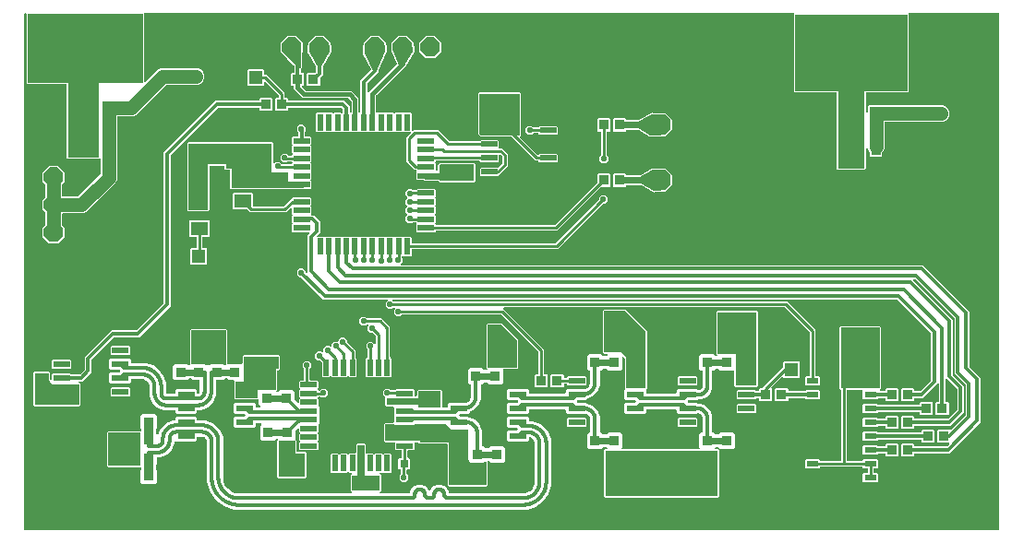
<source format=gtl>
G04 EAGLE Gerber RS-274X export*
G75*
%MOMM*%
%FSLAX34Y34*%
%LPD*%
%INTop Copper Layer*%
%IPPOS*%
%AMOC8*
5,1,8,0,0,1.08239X$1,22.5*%
G01*
%ADD10R,0.800000X0.800000*%
%ADD11R,1.500000X0.500000*%
%ADD12R,0.500000X1.500000*%
%ADD13R,1.120000X0.580000*%
%ADD14R,0.550000X1.500000*%
%ADD15R,1.500000X0.550000*%
%ADD16R,1.600000X1.300000*%
%ADD17P,1.924489X8X22.500000*%
%ADD18R,0.950000X0.950000*%
%ADD19P,2.089446X8X292.500000*%
%ADD20R,1.270000X1.270000*%
%ADD21R,1.300000X1.300000*%
%ADD22R,3.600000X1.300000*%
%ADD23R,0.900000X1.600000*%
%ADD24P,1.924489X8X112.500000*%
%ADD25R,1.600000X0.900000*%
%ADD26C,0.553200*%
%ADD27C,0.355600*%
%ADD28C,0.609600*%
%ADD29C,0.812800*%
%ADD30C,0.254000*%
%ADD31C,0.406400*%
%ADD32C,1.270000*%
%ADD33C,1.016000*%

G36*
X897148Y3814D02*
X897148Y3814D01*
X897167Y3812D01*
X897269Y3834D01*
X897371Y3850D01*
X897388Y3860D01*
X897408Y3864D01*
X897497Y3917D01*
X897588Y3966D01*
X897602Y3980D01*
X897619Y3990D01*
X897686Y4069D01*
X897758Y4144D01*
X897766Y4162D01*
X897779Y4177D01*
X897818Y4273D01*
X897861Y4367D01*
X897863Y4387D01*
X897871Y4405D01*
X897889Y4572D01*
X897889Y478028D01*
X897886Y478048D01*
X897888Y478067D01*
X897866Y478169D01*
X897850Y478271D01*
X897840Y478288D01*
X897836Y478308D01*
X897783Y478397D01*
X897734Y478488D01*
X897720Y478502D01*
X897710Y478519D01*
X897631Y478586D01*
X897556Y478658D01*
X897538Y478666D01*
X897523Y478679D01*
X897427Y478718D01*
X897333Y478761D01*
X897313Y478763D01*
X897295Y478771D01*
X897128Y478789D01*
X814973Y478789D01*
X814903Y478778D01*
X814831Y478776D01*
X814782Y478758D01*
X814731Y478750D01*
X814667Y478716D01*
X814600Y478691D01*
X814559Y478659D01*
X814513Y478634D01*
X814464Y478583D01*
X814408Y478538D01*
X814380Y478494D01*
X814344Y478456D01*
X814314Y478391D01*
X814275Y478331D01*
X814262Y478280D01*
X814240Y478233D01*
X814232Y478162D01*
X814215Y478092D01*
X814219Y478040D01*
X814213Y477989D01*
X814228Y477918D01*
X814234Y477847D01*
X814254Y477799D01*
X814265Y477748D01*
X814302Y477687D01*
X814330Y477621D01*
X814375Y477565D01*
X814391Y477537D01*
X814409Y477522D01*
X814435Y477490D01*
X814833Y477092D01*
X814833Y406828D01*
X813642Y405637D01*
X776224Y405637D01*
X776204Y405634D01*
X776185Y405636D01*
X776083Y405614D01*
X775981Y405598D01*
X775964Y405588D01*
X775944Y405584D01*
X775855Y405531D01*
X775764Y405482D01*
X775750Y405468D01*
X775733Y405458D01*
X775666Y405379D01*
X775594Y405304D01*
X775586Y405286D01*
X775573Y405271D01*
X775534Y405175D01*
X775491Y405081D01*
X775489Y405061D01*
X775481Y405043D01*
X775463Y404876D01*
X775463Y387742D01*
X775478Y387646D01*
X775488Y387549D01*
X775498Y387525D01*
X775502Y387499D01*
X775548Y387413D01*
X775588Y387324D01*
X775605Y387305D01*
X775618Y387282D01*
X775688Y387214D01*
X775754Y387143D01*
X775777Y387130D01*
X775796Y387112D01*
X775884Y387071D01*
X775970Y387024D01*
X775995Y387020D01*
X776019Y387009D01*
X776116Y386998D01*
X776212Y386981D01*
X776238Y386984D01*
X776263Y386981D01*
X776359Y387002D01*
X776455Y387016D01*
X776478Y387028D01*
X776504Y387034D01*
X776587Y387084D01*
X776674Y387128D01*
X776693Y387147D01*
X776715Y387160D01*
X776778Y387234D01*
X776846Y387303D01*
X776862Y387332D01*
X776875Y387347D01*
X776887Y387377D01*
X776927Y387450D01*
X777171Y388040D01*
X777186Y388103D01*
X777211Y388164D01*
X777220Y388247D01*
X777227Y388279D01*
X777226Y388298D01*
X777229Y388331D01*
X777229Y393086D01*
X777974Y393831D01*
X792051Y393831D01*
X792097Y393791D01*
X792127Y393779D01*
X792153Y393760D01*
X792240Y393733D01*
X792325Y393699D01*
X792366Y393695D01*
X792388Y393688D01*
X792420Y393689D01*
X792492Y393681D01*
X798384Y393681D01*
X798449Y393691D01*
X798515Y393692D01*
X798545Y393701D01*
X846066Y393701D01*
X848867Y392541D01*
X851011Y390397D01*
X852171Y387596D01*
X852171Y384559D01*
X851005Y381743D01*
X848861Y379599D01*
X846060Y378439D01*
X836395Y378439D01*
X836391Y378441D01*
X836308Y378450D01*
X836276Y378457D01*
X836257Y378456D01*
X836224Y378459D01*
X832036Y378459D01*
X831971Y378449D01*
X831905Y378448D01*
X831875Y378439D01*
X792982Y378439D01*
X792962Y378436D01*
X792943Y378438D01*
X792841Y378416D01*
X792739Y378400D01*
X792722Y378390D01*
X792702Y378386D01*
X792613Y378333D01*
X792522Y378284D01*
X792508Y378270D01*
X792491Y378260D01*
X792424Y378181D01*
X792352Y378106D01*
X792344Y378088D01*
X792331Y378073D01*
X792292Y377977D01*
X792249Y377883D01*
X792247Y377863D01*
X792239Y377845D01*
X792221Y377678D01*
X792221Y354084D01*
X791061Y351283D01*
X790594Y350816D01*
X790541Y350742D01*
X790481Y350673D01*
X790469Y350643D01*
X790450Y350617D01*
X790423Y350530D01*
X790389Y350445D01*
X790385Y350404D01*
X790378Y350382D01*
X790379Y350349D01*
X790371Y350278D01*
X790371Y347074D01*
X789626Y346329D01*
X779574Y346329D01*
X778829Y347074D01*
X778829Y350278D01*
X778815Y350368D01*
X778807Y350459D01*
X778795Y350489D01*
X778790Y350521D01*
X778747Y350602D01*
X778711Y350685D01*
X778685Y350718D01*
X778674Y350738D01*
X778651Y350760D01*
X778606Y350816D01*
X778139Y351283D01*
X776927Y354210D01*
X776876Y354293D01*
X776830Y354378D01*
X776811Y354396D01*
X776798Y354419D01*
X776723Y354481D01*
X776652Y354548D01*
X776628Y354559D01*
X776608Y354576D01*
X776517Y354610D01*
X776429Y354651D01*
X776403Y354654D01*
X776379Y354664D01*
X776281Y354668D01*
X776185Y354679D01*
X776159Y354673D01*
X776133Y354674D01*
X776039Y354647D01*
X775944Y354626D01*
X775922Y354613D01*
X775897Y354606D01*
X775817Y354550D01*
X775733Y354500D01*
X775716Y354480D01*
X775695Y354465D01*
X775636Y354387D01*
X775573Y354313D01*
X775563Y354289D01*
X775548Y354268D01*
X775518Y354175D01*
X775481Y354085D01*
X775478Y354053D01*
X775472Y354034D01*
X775472Y354001D01*
X775463Y353918D01*
X775463Y335708D01*
X774272Y334517D01*
X749728Y334517D01*
X748537Y335708D01*
X748537Y404876D01*
X748534Y404896D01*
X748536Y404915D01*
X748514Y405017D01*
X748498Y405119D01*
X748488Y405136D01*
X748484Y405156D01*
X748431Y405245D01*
X748382Y405336D01*
X748368Y405350D01*
X748358Y405367D01*
X748279Y405434D01*
X748204Y405506D01*
X748186Y405514D01*
X748171Y405527D01*
X748075Y405566D01*
X747981Y405609D01*
X747961Y405611D01*
X747943Y405619D01*
X747776Y405637D01*
X710358Y405637D01*
X709167Y406828D01*
X709167Y477092D01*
X709565Y477490D01*
X709607Y477548D01*
X709656Y477600D01*
X709678Y477647D01*
X709709Y477689D01*
X709730Y477758D01*
X709760Y477823D01*
X709766Y477875D01*
X709781Y477925D01*
X709779Y477996D01*
X709787Y478067D01*
X709776Y478118D01*
X709775Y478170D01*
X709750Y478238D01*
X709735Y478308D01*
X709708Y478353D01*
X709690Y478401D01*
X709645Y478457D01*
X709609Y478519D01*
X709569Y478553D01*
X709536Y478593D01*
X709476Y478632D01*
X709422Y478679D01*
X709373Y478698D01*
X709329Y478726D01*
X709260Y478744D01*
X709193Y478771D01*
X709122Y478779D01*
X709091Y478787D01*
X709068Y478785D01*
X709027Y478789D01*
X114554Y478789D01*
X114534Y478786D01*
X114515Y478788D01*
X114413Y478766D01*
X114311Y478750D01*
X114294Y478740D01*
X114274Y478736D01*
X114185Y478683D01*
X114094Y478634D01*
X114080Y478620D01*
X114063Y478610D01*
X113996Y478531D01*
X113924Y478456D01*
X113916Y478438D01*
X113903Y478423D01*
X113864Y478327D01*
X113821Y478233D01*
X113819Y478213D01*
X113811Y478195D01*
X113793Y478028D01*
X113793Y415968D01*
X113804Y415897D01*
X113806Y415825D01*
X113824Y415776D01*
X113832Y415725D01*
X113866Y415662D01*
X113891Y415594D01*
X113923Y415554D01*
X113948Y415508D01*
X114000Y415458D01*
X114044Y415402D01*
X114088Y415374D01*
X114126Y415338D01*
X114191Y415308D01*
X114251Y415269D01*
X114302Y415257D01*
X114349Y415235D01*
X114420Y415227D01*
X114490Y415209D01*
X114542Y415213D01*
X114593Y415208D01*
X114664Y415223D01*
X114735Y415228D01*
X114783Y415249D01*
X114834Y415260D01*
X114895Y415297D01*
X114961Y415325D01*
X115017Y415370D01*
X115045Y415386D01*
X115060Y415404D01*
X115092Y415430D01*
X126493Y426831D01*
X129294Y427991D01*
X162806Y427991D01*
X165607Y426831D01*
X167751Y424687D01*
X168911Y421886D01*
X168911Y418854D01*
X167751Y416053D01*
X165607Y413909D01*
X162806Y412749D01*
X134282Y412749D01*
X134192Y412735D01*
X134101Y412727D01*
X134071Y412715D01*
X134039Y412710D01*
X133958Y412667D01*
X133875Y412631D01*
X133842Y412605D01*
X133822Y412594D01*
X133800Y412571D01*
X133744Y412526D01*
X105917Y384699D01*
X103116Y383539D01*
X99055Y383539D01*
X99054Y383539D01*
X89401Y383528D01*
X89382Y383525D01*
X89363Y383527D01*
X89261Y383505D01*
X89158Y383488D01*
X89141Y383479D01*
X89122Y383475D01*
X89033Y383422D01*
X88941Y383373D01*
X88928Y383359D01*
X88911Y383349D01*
X88843Y383270D01*
X88772Y383194D01*
X88764Y383177D01*
X88751Y383162D01*
X88712Y383065D01*
X88669Y382971D01*
X88667Y382952D01*
X88659Y382934D01*
X88641Y382767D01*
X88641Y325884D01*
X87481Y323083D01*
X60197Y295799D01*
X57396Y294639D01*
X38862Y294639D01*
X38842Y294636D01*
X38823Y294638D01*
X38721Y294616D01*
X38619Y294600D01*
X38602Y294590D01*
X38582Y294586D01*
X38493Y294533D01*
X38402Y294484D01*
X38388Y294470D01*
X38371Y294460D01*
X38304Y294381D01*
X38232Y294306D01*
X38224Y294288D01*
X38211Y294273D01*
X38172Y294177D01*
X38129Y294083D01*
X38127Y294063D01*
X38119Y294045D01*
X38101Y293878D01*
X38101Y283924D01*
X38102Y283915D01*
X38102Y283911D01*
X38106Y283892D01*
X38115Y283834D01*
X38123Y283743D01*
X38135Y283713D01*
X38140Y283681D01*
X38183Y283601D01*
X38219Y283517D01*
X38245Y283484D01*
X38256Y283464D01*
X38279Y283442D01*
X38324Y283386D01*
X40641Y281069D01*
X40641Y272651D01*
X34689Y266699D01*
X26271Y266699D01*
X20319Y272651D01*
X20319Y281069D01*
X22636Y283386D01*
X22689Y283460D01*
X22749Y283529D01*
X22761Y283559D01*
X22780Y283585D01*
X22807Y283672D01*
X22841Y283757D01*
X22845Y283798D01*
X22852Y283821D01*
X22851Y283853D01*
X22859Y283924D01*
X22859Y295196D01*
X22845Y295286D01*
X22837Y295377D01*
X22825Y295407D01*
X22820Y295439D01*
X22777Y295519D01*
X22741Y295603D01*
X22715Y295636D01*
X22704Y295656D01*
X22681Y295678D01*
X22636Y295734D01*
X20319Y298051D01*
X20319Y306469D01*
X22636Y308786D01*
X22689Y308860D01*
X22749Y308929D01*
X22761Y308959D01*
X22780Y308985D01*
X22807Y309072D01*
X22841Y309157D01*
X22845Y309198D01*
X22852Y309221D01*
X22851Y309253D01*
X22859Y309324D01*
X22859Y320596D01*
X22845Y320686D01*
X22837Y320777D01*
X22825Y320807D01*
X22820Y320839D01*
X22777Y320919D01*
X22741Y321003D01*
X22715Y321036D01*
X22704Y321056D01*
X22681Y321078D01*
X22636Y321134D01*
X20319Y323451D01*
X20319Y331869D01*
X26271Y337821D01*
X34689Y337821D01*
X40641Y331869D01*
X40641Y323451D01*
X38324Y321134D01*
X38271Y321060D01*
X38211Y320991D01*
X38199Y320961D01*
X38180Y320935D01*
X38153Y320848D01*
X38119Y320763D01*
X38115Y320722D01*
X38108Y320699D01*
X38109Y320667D01*
X38101Y320596D01*
X38101Y310642D01*
X38104Y310622D01*
X38102Y310603D01*
X38124Y310501D01*
X38140Y310399D01*
X38150Y310382D01*
X38154Y310362D01*
X38207Y310273D01*
X38256Y310182D01*
X38270Y310168D01*
X38280Y310151D01*
X38359Y310084D01*
X38434Y310012D01*
X38452Y310004D01*
X38467Y309991D01*
X38563Y309952D01*
X38657Y309909D01*
X38677Y309907D01*
X38695Y309899D01*
X38862Y309881D01*
X52408Y309881D01*
X52498Y309895D01*
X52589Y309903D01*
X52619Y309915D01*
X52651Y309920D01*
X52732Y309963D01*
X52815Y309999D01*
X52848Y310025D01*
X52868Y310036D01*
X52890Y310059D01*
X52946Y310104D01*
X73176Y330334D01*
X73229Y330408D01*
X73289Y330477D01*
X73301Y330507D01*
X73320Y330533D01*
X73347Y330620D01*
X73381Y330705D01*
X73385Y330746D01*
X73392Y330768D01*
X73391Y330801D01*
X73399Y330872D01*
X73399Y344277D01*
X73388Y344347D01*
X73386Y344419D01*
X73368Y344468D01*
X73360Y344519D01*
X73326Y344583D01*
X73301Y344650D01*
X73269Y344691D01*
X73244Y344737D01*
X73193Y344786D01*
X73148Y344842D01*
X73104Y344870D01*
X73066Y344906D01*
X73001Y344936D01*
X72941Y344975D01*
X72890Y344988D01*
X72843Y345010D01*
X72772Y345018D01*
X72702Y345035D01*
X72650Y345031D01*
X72599Y345037D01*
X72528Y345022D01*
X72457Y345016D01*
X72409Y344996D01*
X72358Y344985D01*
X72297Y344948D01*
X72231Y344920D01*
X72175Y344875D01*
X72147Y344859D01*
X72132Y344841D01*
X72100Y344815D01*
X71962Y344677D01*
X43608Y344677D01*
X42417Y345868D01*
X42417Y412496D01*
X42414Y412516D01*
X42416Y412535D01*
X42394Y412637D01*
X42378Y412739D01*
X42368Y412756D01*
X42364Y412776D01*
X42311Y412865D01*
X42262Y412956D01*
X42248Y412970D01*
X42238Y412987D01*
X42159Y413054D01*
X42084Y413126D01*
X42066Y413134D01*
X42051Y413147D01*
X41955Y413186D01*
X41861Y413229D01*
X41841Y413231D01*
X41823Y413239D01*
X41656Y413257D01*
X6778Y413257D01*
X5587Y414448D01*
X5587Y478028D01*
X5584Y478048D01*
X5586Y478067D01*
X5564Y478169D01*
X5548Y478271D01*
X5538Y478288D01*
X5534Y478308D01*
X5481Y478397D01*
X5432Y478488D01*
X5418Y478502D01*
X5408Y478519D01*
X5329Y478586D01*
X5254Y478658D01*
X5236Y478666D01*
X5221Y478679D01*
X5125Y478718D01*
X5031Y478761D01*
X5011Y478763D01*
X4993Y478771D01*
X4826Y478789D01*
X4572Y478789D01*
X4552Y478786D01*
X4533Y478788D01*
X4431Y478766D01*
X4329Y478750D01*
X4312Y478740D01*
X4292Y478736D01*
X4203Y478683D01*
X4112Y478634D01*
X4098Y478620D01*
X4081Y478610D01*
X4014Y478531D01*
X3942Y478456D01*
X3934Y478438D01*
X3921Y478423D01*
X3882Y478327D01*
X3839Y478233D01*
X3837Y478213D01*
X3829Y478195D01*
X3811Y478028D01*
X3811Y4572D01*
X3814Y4552D01*
X3812Y4533D01*
X3834Y4431D01*
X3850Y4329D01*
X3860Y4312D01*
X3864Y4292D01*
X3917Y4203D01*
X3966Y4112D01*
X3980Y4098D01*
X3990Y4081D01*
X4069Y4014D01*
X4144Y3942D01*
X4162Y3934D01*
X4177Y3921D01*
X4273Y3882D01*
X4367Y3839D01*
X4387Y3837D01*
X4405Y3829D01*
X4572Y3811D01*
X897128Y3811D01*
X897148Y3814D01*
G37*
%LPC*%
G36*
X808424Y71449D02*
X808424Y71449D01*
X807679Y72194D01*
X807679Y82746D01*
X808424Y83491D01*
X818976Y83491D01*
X819721Y82746D01*
X819721Y81280D01*
X819724Y81260D01*
X819722Y81241D01*
X819744Y81139D01*
X819760Y81037D01*
X819770Y81020D01*
X819774Y81000D01*
X819827Y80911D01*
X819876Y80820D01*
X819890Y80806D01*
X819900Y80789D01*
X819979Y80722D01*
X820054Y80650D01*
X820072Y80642D01*
X820087Y80629D01*
X820183Y80590D01*
X820277Y80547D01*
X820297Y80545D01*
X820315Y80537D01*
X820482Y80519D01*
X849322Y80519D01*
X849412Y80533D01*
X849503Y80541D01*
X849533Y80553D01*
X849565Y80558D01*
X849645Y80601D01*
X849729Y80637D01*
X849761Y80663D01*
X849782Y80674D01*
X849804Y80697D01*
X849860Y80742D01*
X851968Y82850D01*
X852010Y82908D01*
X852059Y82960D01*
X852081Y83007D01*
X852112Y83049D01*
X852133Y83118D01*
X852163Y83183D01*
X852169Y83235D01*
X852184Y83285D01*
X852182Y83356D01*
X852190Y83427D01*
X852179Y83478D01*
X852178Y83530D01*
X852153Y83598D01*
X852138Y83668D01*
X852111Y83713D01*
X852093Y83761D01*
X852048Y83817D01*
X852012Y83879D01*
X851972Y83913D01*
X851940Y83953D01*
X851879Y83992D01*
X851825Y84039D01*
X851776Y84058D01*
X851733Y84086D01*
X851663Y84104D01*
X851597Y84131D01*
X851525Y84139D01*
X851494Y84147D01*
X851471Y84145D01*
X851430Y84149D01*
X841444Y84149D01*
X840699Y84894D01*
X840699Y95446D01*
X841444Y96191D01*
X851996Y96191D01*
X852399Y95788D01*
X852416Y95776D01*
X852428Y95760D01*
X852515Y95704D01*
X852599Y95644D01*
X852618Y95638D01*
X852635Y95627D01*
X852736Y95602D01*
X852834Y95572D01*
X852854Y95572D01*
X852874Y95567D01*
X852977Y95575D01*
X853080Y95578D01*
X853099Y95585D01*
X853119Y95586D01*
X853214Y95627D01*
X853311Y95663D01*
X853327Y95675D01*
X853345Y95683D01*
X853476Y95788D01*
X866678Y108990D01*
X866731Y109064D01*
X866791Y109133D01*
X866803Y109163D01*
X866822Y109190D01*
X866849Y109277D01*
X866883Y109361D01*
X866887Y109402D01*
X866894Y109425D01*
X866893Y109457D01*
X866901Y109528D01*
X866901Y136852D01*
X866887Y136942D01*
X866879Y137033D01*
X866867Y137063D01*
X866862Y137095D01*
X866819Y137175D01*
X866783Y137259D01*
X866757Y137291D01*
X866746Y137312D01*
X866723Y137334D01*
X866678Y137390D01*
X856741Y147327D01*
X856741Y197812D01*
X856727Y197902D01*
X856719Y197993D01*
X856707Y198023D01*
X856702Y198055D01*
X856659Y198135D01*
X856623Y198219D01*
X856597Y198251D01*
X856586Y198272D01*
X856563Y198294D01*
X856518Y198350D01*
X820650Y234218D01*
X820576Y234271D01*
X820507Y234331D01*
X820477Y234343D01*
X820450Y234362D01*
X820363Y234389D01*
X820279Y234423D01*
X820238Y234427D01*
X820215Y234434D01*
X820183Y234433D01*
X820112Y234441D01*
X819458Y234441D01*
X819387Y234430D01*
X819316Y234428D01*
X819267Y234410D01*
X819215Y234402D01*
X819152Y234368D01*
X819085Y234343D01*
X819044Y234311D01*
X818998Y234286D01*
X818949Y234234D01*
X818893Y234190D01*
X818864Y234146D01*
X818829Y234108D01*
X818798Y234043D01*
X818760Y233983D01*
X818747Y233932D01*
X818725Y233885D01*
X818717Y233814D01*
X818700Y233744D01*
X818704Y233692D01*
X818698Y233641D01*
X818713Y233570D01*
X818719Y233499D01*
X818739Y233451D01*
X818750Y233400D01*
X818787Y233339D01*
X818815Y233273D01*
X818860Y233217D01*
X818876Y233189D01*
X818894Y233174D01*
X818920Y233142D01*
X819882Y232180D01*
X855219Y196843D01*
X855219Y146358D01*
X855233Y146268D01*
X855241Y146177D01*
X855253Y146147D01*
X855258Y146115D01*
X855301Y146035D01*
X855337Y145951D01*
X855363Y145919D01*
X855374Y145898D01*
X855397Y145876D01*
X855442Y145820D01*
X865379Y135883D01*
X865379Y111767D01*
X853433Y99821D01*
X820482Y99821D01*
X820462Y99818D01*
X820443Y99820D01*
X820341Y99798D01*
X820239Y99782D01*
X820222Y99772D01*
X820202Y99768D01*
X820113Y99715D01*
X820022Y99666D01*
X820008Y99652D01*
X819991Y99642D01*
X819924Y99563D01*
X819852Y99488D01*
X819844Y99470D01*
X819831Y99455D01*
X819792Y99359D01*
X819749Y99265D01*
X819747Y99245D01*
X819739Y99227D01*
X819721Y99060D01*
X819721Y97594D01*
X818976Y96849D01*
X808424Y96849D01*
X807679Y97594D01*
X807679Y108146D01*
X808424Y108891D01*
X818976Y108891D01*
X819721Y108146D01*
X819721Y106680D01*
X819724Y106660D01*
X819722Y106641D01*
X819744Y106539D01*
X819760Y106437D01*
X819770Y106420D01*
X819774Y106400D01*
X819827Y106311D01*
X819876Y106220D01*
X819890Y106206D01*
X819900Y106189D01*
X819979Y106122D01*
X820054Y106050D01*
X820072Y106042D01*
X820087Y106029D01*
X820183Y105990D01*
X820277Y105947D01*
X820297Y105945D01*
X820315Y105937D01*
X820482Y105919D01*
X850592Y105919D01*
X850682Y105933D01*
X850773Y105941D01*
X850803Y105953D01*
X850835Y105958D01*
X850915Y106001D01*
X850999Y106037D01*
X851031Y106063D01*
X851052Y106074D01*
X851074Y106097D01*
X851130Y106142D01*
X859058Y114070D01*
X859111Y114144D01*
X859171Y114213D01*
X859183Y114243D01*
X859202Y114270D01*
X859229Y114357D01*
X859263Y114441D01*
X859267Y114482D01*
X859274Y114505D01*
X859273Y114537D01*
X859281Y114608D01*
X859281Y133042D01*
X859267Y133132D01*
X859259Y133223D01*
X859247Y133253D01*
X859242Y133285D01*
X859199Y133365D01*
X859163Y133449D01*
X859137Y133481D01*
X859126Y133502D01*
X859103Y133524D01*
X859058Y133580D01*
X849798Y142840D01*
X849740Y142882D01*
X849688Y142931D01*
X849641Y142953D01*
X849599Y142984D01*
X849530Y143005D01*
X849465Y143035D01*
X849413Y143041D01*
X849363Y143056D01*
X849292Y143054D01*
X849221Y143062D01*
X849170Y143051D01*
X849118Y143050D01*
X849050Y143025D01*
X848980Y143010D01*
X848935Y142983D01*
X848887Y142965D01*
X848831Y142920D01*
X848769Y142884D01*
X848735Y142844D01*
X848695Y142812D01*
X848656Y142751D01*
X848609Y142697D01*
X848590Y142648D01*
X848562Y142605D01*
X848544Y142535D01*
X848517Y142469D01*
X848509Y142397D01*
X848501Y142366D01*
X848503Y142343D01*
X848499Y142302D01*
X848499Y122352D01*
X848502Y122332D01*
X848500Y122313D01*
X848522Y122211D01*
X848538Y122109D01*
X848548Y122092D01*
X848552Y122072D01*
X848605Y121983D01*
X848654Y121892D01*
X848668Y121878D01*
X848678Y121861D01*
X848757Y121794D01*
X848832Y121722D01*
X848850Y121714D01*
X848865Y121701D01*
X848961Y121662D01*
X849055Y121619D01*
X849075Y121617D01*
X849093Y121609D01*
X849260Y121591D01*
X850726Y121591D01*
X851471Y120846D01*
X851471Y110294D01*
X850726Y109549D01*
X840174Y109549D01*
X839429Y110294D01*
X839429Y120846D01*
X840174Y121591D01*
X841640Y121591D01*
X841660Y121594D01*
X841679Y121592D01*
X841781Y121614D01*
X841883Y121630D01*
X841900Y121640D01*
X841920Y121644D01*
X842009Y121697D01*
X842100Y121746D01*
X842114Y121760D01*
X842131Y121770D01*
X842198Y121849D01*
X842270Y121924D01*
X842278Y121942D01*
X842291Y121957D01*
X842330Y122053D01*
X842373Y122147D01*
X842375Y122167D01*
X842383Y122185D01*
X842401Y122352D01*
X842401Y137752D01*
X842390Y137823D01*
X842388Y137894D01*
X842370Y137943D01*
X842362Y137995D01*
X842328Y138058D01*
X842303Y138125D01*
X842271Y138166D01*
X842246Y138212D01*
X842194Y138261D01*
X842150Y138317D01*
X842106Y138346D01*
X842068Y138381D01*
X842003Y138412D01*
X841943Y138450D01*
X841892Y138463D01*
X841845Y138485D01*
X841774Y138493D01*
X841704Y138510D01*
X841652Y138506D01*
X841601Y138512D01*
X841530Y138497D01*
X841459Y138491D01*
X841411Y138471D01*
X841360Y138460D01*
X841299Y138423D01*
X841233Y138395D01*
X841177Y138350D01*
X841149Y138334D01*
X841134Y138316D01*
X841102Y138290D01*
X839240Y136428D01*
X828033Y125221D01*
X820482Y125221D01*
X820462Y125218D01*
X820443Y125220D01*
X820341Y125198D01*
X820239Y125182D01*
X820222Y125172D01*
X820202Y125168D01*
X820113Y125115D01*
X820022Y125066D01*
X820008Y125052D01*
X819991Y125042D01*
X819924Y124963D01*
X819852Y124888D01*
X819844Y124870D01*
X819831Y124855D01*
X819792Y124759D01*
X819749Y124665D01*
X819747Y124645D01*
X819739Y124627D01*
X819721Y124460D01*
X819721Y122994D01*
X818976Y122249D01*
X808424Y122249D01*
X807679Y122994D01*
X807679Y133546D01*
X808424Y134291D01*
X818976Y134291D01*
X819721Y133546D01*
X819721Y132080D01*
X819724Y132060D01*
X819722Y132041D01*
X819744Y131939D01*
X819760Y131837D01*
X819770Y131820D01*
X819774Y131800D01*
X819827Y131711D01*
X819876Y131620D01*
X819890Y131606D01*
X819900Y131589D01*
X819979Y131522D01*
X820054Y131450D01*
X820072Y131442D01*
X820087Y131429D01*
X820183Y131390D01*
X820277Y131347D01*
X820297Y131345D01*
X820315Y131337D01*
X820482Y131319D01*
X825192Y131319D01*
X825282Y131333D01*
X825373Y131341D01*
X825403Y131353D01*
X825435Y131358D01*
X825515Y131401D01*
X825599Y131437D01*
X825631Y131463D01*
X825652Y131474D01*
X825674Y131497D01*
X825730Y131542D01*
X834928Y140740D01*
X834981Y140814D01*
X835041Y140883D01*
X835053Y140913D01*
X835072Y140940D01*
X835099Y141027D01*
X835133Y141111D01*
X835137Y141152D01*
X835144Y141175D01*
X835143Y141207D01*
X835151Y141278D01*
X835151Y183842D01*
X835137Y183932D01*
X835129Y184023D01*
X835117Y184053D01*
X835112Y184085D01*
X835069Y184165D01*
X835033Y184249D01*
X835007Y184281D01*
X834996Y184302D01*
X834973Y184324D01*
X834928Y184380D01*
X804140Y215168D01*
X804066Y215221D01*
X803997Y215281D01*
X803967Y215293D01*
X803940Y215312D01*
X803853Y215339D01*
X803769Y215373D01*
X803728Y215377D01*
X803705Y215384D01*
X803673Y215383D01*
X803602Y215391D01*
X342065Y215391D01*
X341995Y215380D01*
X341923Y215378D01*
X341874Y215360D01*
X341823Y215352D01*
X341759Y215318D01*
X341692Y215293D01*
X341651Y215261D01*
X341605Y215236D01*
X341556Y215184D01*
X341500Y215140D01*
X341472Y215096D01*
X341436Y215058D01*
X341406Y214993D01*
X341367Y214933D01*
X341354Y214882D01*
X341332Y214835D01*
X341324Y214764D01*
X341307Y214694D01*
X341311Y214642D01*
X341305Y214591D01*
X341320Y214520D01*
X341326Y214449D01*
X341346Y214401D01*
X341357Y214350D01*
X341394Y214289D01*
X341422Y214223D01*
X341467Y214167D01*
X341484Y214139D01*
X341501Y214124D01*
X341527Y214092D01*
X342035Y213584D01*
X342109Y213530D01*
X342179Y213471D01*
X342209Y213459D01*
X342235Y213440D01*
X342322Y213413D01*
X342407Y213379D01*
X342448Y213375D01*
X342470Y213368D01*
X342502Y213369D01*
X342573Y213361D01*
X703362Y213361D01*
X729251Y187472D01*
X729251Y145902D01*
X729254Y145882D01*
X729252Y145863D01*
X729274Y145761D01*
X729290Y145659D01*
X729300Y145642D01*
X729304Y145622D01*
X729357Y145533D01*
X729406Y145442D01*
X729420Y145428D01*
X729430Y145411D01*
X729509Y145344D01*
X729584Y145272D01*
X729602Y145264D01*
X729617Y145251D01*
X729713Y145212D01*
X729807Y145169D01*
X729827Y145167D01*
X729845Y145159D01*
X730012Y145141D01*
X732836Y145141D01*
X733581Y144396D01*
X733581Y137544D01*
X732836Y136799D01*
X720584Y136799D01*
X719839Y137544D01*
X719839Y144396D01*
X720584Y145141D01*
X723408Y145141D01*
X723428Y145144D01*
X723447Y145142D01*
X723549Y145164D01*
X723651Y145180D01*
X723668Y145190D01*
X723688Y145194D01*
X723777Y145247D01*
X723868Y145296D01*
X723882Y145310D01*
X723899Y145320D01*
X723966Y145399D01*
X724038Y145474D01*
X724046Y145492D01*
X724059Y145507D01*
X724098Y145603D01*
X724141Y145697D01*
X724143Y145717D01*
X724151Y145735D01*
X724169Y145902D01*
X724169Y185052D01*
X724155Y185142D01*
X724147Y185233D01*
X724135Y185263D01*
X724130Y185295D01*
X724087Y185376D01*
X724051Y185460D01*
X724025Y185492D01*
X724014Y185512D01*
X723991Y185535D01*
X723946Y185591D01*
X701481Y208056D01*
X701407Y208109D01*
X701337Y208169D01*
X701307Y208181D01*
X701281Y208200D01*
X701194Y208227D01*
X701109Y208261D01*
X701068Y208265D01*
X701046Y208272D01*
X701014Y208271D01*
X700942Y208279D01*
X443582Y208279D01*
X443511Y208268D01*
X443439Y208266D01*
X443390Y208248D01*
X443339Y208240D01*
X443276Y208206D01*
X443208Y208181D01*
X443168Y208149D01*
X443122Y208124D01*
X443072Y208072D01*
X443016Y208028D01*
X442988Y207984D01*
X442952Y207946D01*
X442922Y207881D01*
X442883Y207821D01*
X442870Y207770D01*
X442849Y207723D01*
X442841Y207652D01*
X442823Y207582D01*
X442827Y207530D01*
X442821Y207479D01*
X442837Y207408D01*
X442842Y207337D01*
X442863Y207289D01*
X442874Y207238D01*
X442911Y207177D01*
X442939Y207111D01*
X442983Y207055D01*
X443000Y207027D01*
X443018Y207012D01*
X443043Y206980D01*
X480431Y169592D01*
X480431Y147752D01*
X480434Y147732D01*
X480432Y147713D01*
X480454Y147611D01*
X480470Y147509D01*
X480480Y147492D01*
X480484Y147472D01*
X480537Y147383D01*
X480586Y147292D01*
X480600Y147278D01*
X480610Y147261D01*
X480689Y147194D01*
X480764Y147122D01*
X480782Y147114D01*
X480797Y147101D01*
X480893Y147062D01*
X480987Y147019D01*
X481007Y147017D01*
X481025Y147009D01*
X481192Y146991D01*
X483166Y146991D01*
X483911Y146246D01*
X483911Y135694D01*
X483166Y134949D01*
X472614Y134949D01*
X471869Y135694D01*
X471869Y146246D01*
X472614Y146991D01*
X474588Y146991D01*
X474608Y146994D01*
X474627Y146992D01*
X474729Y147014D01*
X474831Y147030D01*
X474848Y147040D01*
X474868Y147044D01*
X474957Y147097D01*
X475048Y147146D01*
X475062Y147160D01*
X475079Y147170D01*
X475146Y147249D01*
X475218Y147324D01*
X475226Y147342D01*
X475239Y147357D01*
X475278Y147453D01*
X475321Y147547D01*
X475323Y147567D01*
X475331Y147585D01*
X475349Y147752D01*
X475349Y167172D01*
X475335Y167262D01*
X475327Y167353D01*
X475315Y167383D01*
X475310Y167415D01*
X475267Y167496D01*
X475231Y167580D01*
X475205Y167612D01*
X475194Y167632D01*
X475171Y167655D01*
X475126Y167711D01*
X441131Y201706D01*
X441057Y201759D01*
X440987Y201819D01*
X440957Y201831D01*
X440931Y201850D01*
X440844Y201877D01*
X440759Y201911D01*
X440718Y201915D01*
X440696Y201922D01*
X440664Y201921D01*
X440592Y201929D01*
X350193Y201929D01*
X350103Y201915D01*
X350012Y201907D01*
X349983Y201895D01*
X349951Y201890D01*
X349870Y201847D01*
X349786Y201811D01*
X349754Y201785D01*
X349733Y201774D01*
X349711Y201751D01*
X349655Y201706D01*
X348382Y200433D01*
X345038Y200433D01*
X342673Y202798D01*
X342673Y206142D01*
X343511Y206980D01*
X343553Y207038D01*
X343602Y207090D01*
X343624Y207137D01*
X343654Y207179D01*
X343676Y207248D01*
X343706Y207313D01*
X343712Y207365D01*
X343727Y207415D01*
X343725Y207486D01*
X343733Y207557D01*
X343722Y207608D01*
X343720Y207660D01*
X343696Y207728D01*
X343681Y207798D01*
X343654Y207843D01*
X343636Y207891D01*
X343591Y207947D01*
X343554Y208009D01*
X343515Y208043D01*
X343482Y208083D01*
X343422Y208122D01*
X343368Y208169D01*
X343319Y208188D01*
X343275Y208216D01*
X343206Y208234D01*
X343139Y208261D01*
X343068Y208269D01*
X343037Y208277D01*
X343014Y208275D01*
X342973Y208279D01*
X342573Y208279D01*
X342483Y208265D01*
X342392Y208257D01*
X342363Y208245D01*
X342331Y208240D01*
X342250Y208197D01*
X342166Y208161D01*
X342134Y208135D01*
X342113Y208124D01*
X342091Y208101D01*
X342035Y208056D01*
X340762Y206783D01*
X337418Y206783D01*
X335053Y209148D01*
X335053Y212492D01*
X336653Y214092D01*
X336695Y214150D01*
X336744Y214202D01*
X336766Y214249D01*
X336796Y214291D01*
X336818Y214360D01*
X336848Y214425D01*
X336854Y214477D01*
X336869Y214527D01*
X336867Y214598D01*
X336875Y214669D01*
X336864Y214720D01*
X336862Y214772D01*
X336838Y214840D01*
X336823Y214910D01*
X336796Y214955D01*
X336778Y215003D01*
X336733Y215059D01*
X336696Y215121D01*
X336657Y215155D01*
X336624Y215195D01*
X336564Y215234D01*
X336510Y215281D01*
X336461Y215300D01*
X336417Y215328D01*
X336348Y215346D01*
X336281Y215373D01*
X336210Y215381D01*
X336179Y215389D01*
X336156Y215387D01*
X336115Y215391D01*
X278137Y215391D01*
X257758Y235770D01*
X257684Y235823D01*
X257615Y235883D01*
X257585Y235895D01*
X257558Y235914D01*
X257471Y235941D01*
X257387Y235975D01*
X257346Y235979D01*
X257323Y235986D01*
X257291Y235985D01*
X257220Y235993D01*
X256138Y235993D01*
X253773Y238358D01*
X253773Y241702D01*
X256138Y244067D01*
X259482Y244067D01*
X261847Y241702D01*
X261847Y240620D01*
X261861Y240530D01*
X261869Y240439D01*
X261881Y240409D01*
X261886Y240377D01*
X261929Y240297D01*
X261965Y240213D01*
X261991Y240181D01*
X262002Y240160D01*
X262025Y240138D01*
X262070Y240082D01*
X262352Y239800D01*
X262410Y239758D01*
X262462Y239709D01*
X262509Y239687D01*
X262551Y239656D01*
X262620Y239635D01*
X262685Y239605D01*
X262737Y239599D01*
X262787Y239584D01*
X262858Y239586D01*
X262929Y239578D01*
X262980Y239589D01*
X263032Y239590D01*
X263100Y239615D01*
X263170Y239630D01*
X263215Y239657D01*
X263263Y239675D01*
X263319Y239720D01*
X263381Y239756D01*
X263415Y239796D01*
X263455Y239828D01*
X263494Y239889D01*
X263541Y239943D01*
X263560Y239992D01*
X263588Y240035D01*
X263606Y240105D01*
X263633Y240171D01*
X263641Y240243D01*
X263649Y240274D01*
X263647Y240297D01*
X263651Y240338D01*
X263651Y274313D01*
X265328Y275990D01*
X265370Y276048D01*
X265419Y276100D01*
X265441Y276147D01*
X265472Y276189D01*
X265493Y276258D01*
X265523Y276323D01*
X265529Y276375D01*
X265544Y276425D01*
X265542Y276496D01*
X265550Y276567D01*
X265539Y276618D01*
X265538Y276670D01*
X265513Y276738D01*
X265498Y276808D01*
X265471Y276853D01*
X265453Y276901D01*
X265408Y276957D01*
X265372Y277019D01*
X265332Y277053D01*
X265300Y277093D01*
X265239Y277132D01*
X265185Y277179D01*
X265136Y277198D01*
X265093Y277226D01*
X265023Y277244D01*
X264957Y277271D01*
X264885Y277279D01*
X264854Y277287D01*
X264831Y277285D01*
X264790Y277289D01*
X249934Y277289D01*
X249189Y278034D01*
X249189Y284586D01*
X249375Y284772D01*
X249386Y284788D01*
X249402Y284800D01*
X249458Y284888D01*
X249518Y284971D01*
X249524Y284990D01*
X249535Y285007D01*
X249560Y285108D01*
X249591Y285207D01*
X249590Y285227D01*
X249595Y285246D01*
X249587Y285349D01*
X249584Y285452D01*
X249577Y285471D01*
X249576Y285491D01*
X249535Y285586D01*
X249500Y285683D01*
X249487Y285699D01*
X249479Y285717D01*
X249375Y285848D01*
X249189Y286034D01*
X249189Y292586D01*
X249375Y292772D01*
X249386Y292788D01*
X249402Y292800D01*
X249458Y292888D01*
X249518Y292971D01*
X249524Y292990D01*
X249535Y293007D01*
X249560Y293108D01*
X249591Y293207D01*
X249590Y293227D01*
X249595Y293246D01*
X249587Y293349D01*
X249584Y293452D01*
X249577Y293471D01*
X249576Y293491D01*
X249535Y293586D01*
X249500Y293683D01*
X249487Y293699D01*
X249479Y293717D01*
X249375Y293848D01*
X249189Y294034D01*
X249189Y299638D01*
X249178Y299709D01*
X249176Y299781D01*
X249158Y299830D01*
X249150Y299881D01*
X249116Y299944D01*
X249091Y300012D01*
X249059Y300052D01*
X249034Y300098D01*
X248982Y300148D01*
X248938Y300204D01*
X248894Y300232D01*
X248856Y300268D01*
X248791Y300298D01*
X248731Y300337D01*
X248680Y300350D01*
X248633Y300371D01*
X248562Y300379D01*
X248492Y300397D01*
X248440Y300393D01*
X248389Y300399D01*
X248318Y300383D01*
X248247Y300378D01*
X248199Y300357D01*
X248148Y300346D01*
X248087Y300309D01*
X248021Y300281D01*
X247965Y300237D01*
X247937Y300220D01*
X247922Y300202D01*
X247890Y300177D01*
X245334Y297621D01*
X243622Y295909D01*
X210518Y295909D01*
X208551Y297876D01*
X208477Y297929D01*
X208407Y297989D01*
X208377Y298001D01*
X208351Y298020D01*
X208264Y298047D01*
X208179Y298081D01*
X208138Y298085D01*
X208116Y298092D01*
X208084Y298091D01*
X208012Y298099D01*
X195624Y298099D01*
X194879Y298844D01*
X194879Y312896D01*
X195624Y313641D01*
X212676Y313641D01*
X213421Y312896D01*
X213421Y301752D01*
X213424Y301732D01*
X213422Y301713D01*
X213444Y301611D01*
X213460Y301509D01*
X213470Y301492D01*
X213474Y301472D01*
X213527Y301383D01*
X213576Y301292D01*
X213590Y301278D01*
X213600Y301261D01*
X213679Y301194D01*
X213754Y301122D01*
X213772Y301114D01*
X213787Y301101D01*
X213883Y301062D01*
X213977Y301019D01*
X213997Y301017D01*
X214015Y301009D01*
X214182Y300991D01*
X241202Y300991D01*
X241292Y301005D01*
X241383Y301013D01*
X241413Y301025D01*
X241445Y301030D01*
X241526Y301073D01*
X241610Y301109D01*
X241642Y301135D01*
X241662Y301146D01*
X241685Y301169D01*
X241741Y301214D01*
X248378Y307851D01*
X248428Y307851D01*
X248448Y307854D01*
X248467Y307852D01*
X248569Y307874D01*
X248671Y307890D01*
X248688Y307900D01*
X248708Y307904D01*
X248797Y307957D01*
X248888Y308006D01*
X248902Y308020D01*
X248919Y308030D01*
X248986Y308109D01*
X249058Y308184D01*
X249066Y308202D01*
X249079Y308217D01*
X249118Y308313D01*
X249161Y308407D01*
X249163Y308427D01*
X249171Y308445D01*
X249186Y308583D01*
X249934Y309331D01*
X265986Y309331D01*
X266731Y308586D01*
X266731Y302034D01*
X266545Y301848D01*
X266534Y301832D01*
X266518Y301820D01*
X266462Y301732D01*
X266402Y301649D01*
X266396Y301630D01*
X266385Y301613D01*
X266360Y301512D01*
X266329Y301414D01*
X266330Y301394D01*
X266325Y301374D01*
X266333Y301271D01*
X266336Y301168D01*
X266343Y301149D01*
X266344Y301129D01*
X266385Y301034D01*
X266420Y300937D01*
X266433Y300921D01*
X266441Y300903D01*
X266545Y300772D01*
X266731Y300586D01*
X266731Y294034D01*
X266605Y293908D01*
X266564Y293850D01*
X266514Y293798D01*
X266492Y293751D01*
X266462Y293709D01*
X266441Y293640D01*
X266410Y293575D01*
X266405Y293523D01*
X266389Y293473D01*
X266391Y293402D01*
X266383Y293331D01*
X266394Y293280D01*
X266396Y293228D01*
X266420Y293160D01*
X266436Y293090D01*
X266462Y293045D01*
X266480Y292997D01*
X266525Y292941D01*
X266562Y292879D01*
X266601Y292845D01*
X266634Y292805D01*
X266694Y292766D01*
X266749Y292719D01*
X266797Y292700D01*
X266841Y292672D01*
X266910Y292654D01*
X266977Y292627D01*
X267048Y292619D01*
X267079Y292611D01*
X267103Y292613D01*
X267144Y292609D01*
X269233Y292609D01*
X274829Y287013D01*
X274829Y276867D01*
X272820Y274858D01*
X272342Y274380D01*
X272300Y274322D01*
X272251Y274270D01*
X272229Y274223D01*
X272198Y274181D01*
X272177Y274112D01*
X272147Y274047D01*
X272141Y273995D01*
X272126Y273945D01*
X272128Y273874D01*
X272120Y273803D01*
X272131Y273752D01*
X272132Y273700D01*
X272157Y273632D01*
X272172Y273562D01*
X272199Y273517D01*
X272217Y273469D01*
X272262Y273413D01*
X272298Y273351D01*
X272338Y273317D01*
X272370Y273277D01*
X272431Y273238D01*
X272485Y273191D01*
X272534Y273172D01*
X272577Y273144D01*
X272647Y273126D01*
X272713Y273099D01*
X272785Y273091D01*
X272816Y273083D01*
X272839Y273085D01*
X272880Y273081D01*
X278236Y273081D01*
X278422Y272895D01*
X278438Y272884D01*
X278450Y272868D01*
X278538Y272812D01*
X278621Y272752D01*
X278640Y272746D01*
X278657Y272735D01*
X278758Y272710D01*
X278857Y272679D01*
X278877Y272680D01*
X278896Y272675D01*
X278999Y272683D01*
X279102Y272686D01*
X279121Y272693D01*
X279141Y272694D01*
X279236Y272735D01*
X279333Y272770D01*
X279349Y272783D01*
X279367Y272791D01*
X279498Y272895D01*
X279684Y273081D01*
X286236Y273081D01*
X286422Y272895D01*
X286438Y272884D01*
X286450Y272868D01*
X286538Y272812D01*
X286621Y272752D01*
X286640Y272746D01*
X286657Y272735D01*
X286758Y272710D01*
X286857Y272679D01*
X286877Y272680D01*
X286896Y272675D01*
X286999Y272683D01*
X287102Y272686D01*
X287121Y272693D01*
X287141Y272694D01*
X287236Y272735D01*
X287333Y272770D01*
X287349Y272783D01*
X287367Y272791D01*
X287498Y272895D01*
X287684Y273081D01*
X294236Y273081D01*
X294422Y272895D01*
X294438Y272884D01*
X294450Y272868D01*
X294538Y272812D01*
X294621Y272752D01*
X294640Y272746D01*
X294657Y272735D01*
X294758Y272710D01*
X294857Y272679D01*
X294877Y272680D01*
X294896Y272675D01*
X294999Y272683D01*
X295102Y272686D01*
X295121Y272693D01*
X295141Y272694D01*
X295236Y272735D01*
X295333Y272770D01*
X295349Y272783D01*
X295367Y272791D01*
X295498Y272895D01*
X295684Y273081D01*
X302236Y273081D01*
X302422Y272895D01*
X302438Y272884D01*
X302450Y272868D01*
X302538Y272812D01*
X302621Y272752D01*
X302640Y272746D01*
X302657Y272735D01*
X302758Y272710D01*
X302857Y272679D01*
X302877Y272680D01*
X302896Y272675D01*
X302999Y272683D01*
X303102Y272686D01*
X303121Y272693D01*
X303141Y272694D01*
X303236Y272735D01*
X303333Y272770D01*
X303349Y272783D01*
X303367Y272791D01*
X303498Y272895D01*
X303684Y273081D01*
X310236Y273081D01*
X310422Y272895D01*
X310438Y272884D01*
X310450Y272868D01*
X310538Y272812D01*
X310621Y272752D01*
X310640Y272746D01*
X310657Y272735D01*
X310758Y272710D01*
X310857Y272679D01*
X310877Y272680D01*
X310896Y272675D01*
X310999Y272683D01*
X311102Y272686D01*
X311121Y272693D01*
X311141Y272694D01*
X311236Y272735D01*
X311333Y272770D01*
X311349Y272783D01*
X311367Y272791D01*
X311498Y272895D01*
X311684Y273081D01*
X318236Y273081D01*
X318422Y272895D01*
X318438Y272884D01*
X318450Y272868D01*
X318538Y272812D01*
X318621Y272752D01*
X318640Y272746D01*
X318657Y272735D01*
X318758Y272710D01*
X318856Y272679D01*
X318876Y272680D01*
X318896Y272675D01*
X318999Y272683D01*
X319102Y272686D01*
X319121Y272693D01*
X319141Y272694D01*
X319236Y272735D01*
X319333Y272770D01*
X319349Y272783D01*
X319367Y272791D01*
X319498Y272895D01*
X319684Y273081D01*
X326236Y273081D01*
X326422Y272895D01*
X326438Y272884D01*
X326450Y272868D01*
X326538Y272812D01*
X326621Y272752D01*
X326640Y272746D01*
X326657Y272735D01*
X326758Y272710D01*
X326856Y272679D01*
X326876Y272680D01*
X326896Y272675D01*
X326999Y272683D01*
X327102Y272686D01*
X327121Y272693D01*
X327141Y272694D01*
X327236Y272735D01*
X327333Y272770D01*
X327349Y272783D01*
X327367Y272791D01*
X327498Y272895D01*
X327684Y273081D01*
X334236Y273081D01*
X334422Y272895D01*
X334438Y272884D01*
X334450Y272868D01*
X334538Y272812D01*
X334621Y272752D01*
X334640Y272746D01*
X334657Y272735D01*
X334758Y272710D01*
X334856Y272679D01*
X334876Y272680D01*
X334896Y272675D01*
X334999Y272683D01*
X335102Y272686D01*
X335121Y272693D01*
X335141Y272694D01*
X335236Y272735D01*
X335333Y272770D01*
X335349Y272783D01*
X335367Y272791D01*
X335498Y272895D01*
X335684Y273081D01*
X342236Y273081D01*
X342422Y272895D01*
X342438Y272884D01*
X342450Y272868D01*
X342538Y272812D01*
X342621Y272752D01*
X342640Y272746D01*
X342657Y272735D01*
X342758Y272710D01*
X342856Y272679D01*
X342876Y272680D01*
X342896Y272675D01*
X342999Y272683D01*
X343102Y272686D01*
X343121Y272693D01*
X343141Y272694D01*
X343236Y272735D01*
X343333Y272770D01*
X343349Y272783D01*
X343367Y272791D01*
X343498Y272895D01*
X343684Y273081D01*
X350236Y273081D01*
X350422Y272895D01*
X350438Y272884D01*
X350450Y272868D01*
X350538Y272812D01*
X350621Y272752D01*
X350640Y272746D01*
X350657Y272735D01*
X350758Y272710D01*
X350856Y272679D01*
X350876Y272680D01*
X350896Y272675D01*
X350999Y272683D01*
X351102Y272686D01*
X351121Y272693D01*
X351141Y272694D01*
X351236Y272735D01*
X351333Y272770D01*
X351349Y272783D01*
X351367Y272791D01*
X351498Y272895D01*
X351684Y273081D01*
X358236Y273081D01*
X358981Y272336D01*
X358981Y267612D01*
X358984Y267592D01*
X358982Y267573D01*
X359004Y267471D01*
X359020Y267369D01*
X359030Y267352D01*
X359034Y267332D01*
X359087Y267243D01*
X359136Y267152D01*
X359150Y267138D01*
X359160Y267121D01*
X359239Y267054D01*
X359314Y266982D01*
X359332Y266974D01*
X359347Y266961D01*
X359443Y266922D01*
X359537Y266879D01*
X359557Y266877D01*
X359575Y266869D01*
X359742Y266851D01*
X490272Y266851D01*
X490362Y266865D01*
X490453Y266873D01*
X490483Y266885D01*
X490515Y266890D01*
X490596Y266933D01*
X490680Y266969D01*
X490712Y266995D01*
X490732Y267006D01*
X490755Y267029D01*
X490811Y267074D01*
X530410Y306673D01*
X530463Y306747D01*
X530523Y306817D01*
X530535Y306847D01*
X530554Y306873D01*
X530581Y306960D01*
X530615Y307045D01*
X530619Y307086D01*
X530626Y307108D01*
X530625Y307140D01*
X530633Y307212D01*
X530633Y309012D01*
X532998Y311377D01*
X536342Y311377D01*
X538707Y309012D01*
X538707Y305668D01*
X536342Y303303D01*
X534542Y303303D01*
X534452Y303289D01*
X534361Y303281D01*
X534331Y303269D01*
X534299Y303264D01*
X534218Y303221D01*
X534134Y303185D01*
X534102Y303159D01*
X534082Y303148D01*
X534059Y303125D01*
X534003Y303080D01*
X492692Y261769D01*
X359742Y261769D01*
X359722Y261766D01*
X359703Y261768D01*
X359601Y261746D01*
X359499Y261730D01*
X359482Y261720D01*
X359462Y261716D01*
X359373Y261663D01*
X359282Y261614D01*
X359268Y261600D01*
X359251Y261590D01*
X359184Y261511D01*
X359112Y261436D01*
X359104Y261418D01*
X359091Y261403D01*
X359052Y261307D01*
X359009Y261213D01*
X359007Y261193D01*
X358999Y261175D01*
X358981Y261008D01*
X358981Y256284D01*
X358236Y255539D01*
X351684Y255539D01*
X351498Y255725D01*
X351482Y255736D01*
X351470Y255752D01*
X351382Y255808D01*
X351299Y255868D01*
X351280Y255874D01*
X351263Y255885D01*
X351162Y255910D01*
X351063Y255941D01*
X351043Y255940D01*
X351024Y255945D01*
X350921Y255937D01*
X350818Y255934D01*
X350799Y255927D01*
X350779Y255926D01*
X350684Y255885D01*
X350587Y255850D01*
X350571Y255837D01*
X350553Y255829D01*
X350422Y255725D01*
X350234Y255537D01*
X350223Y255538D01*
X350121Y255516D01*
X350019Y255500D01*
X350002Y255490D01*
X349982Y255486D01*
X349893Y255433D01*
X349802Y255384D01*
X349788Y255370D01*
X349771Y255360D01*
X349704Y255281D01*
X349632Y255206D01*
X349624Y255188D01*
X349611Y255173D01*
X349572Y255077D01*
X349529Y254983D01*
X349527Y254963D01*
X349519Y254945D01*
X349501Y254778D01*
X349501Y254693D01*
X349515Y254603D01*
X349523Y254512D01*
X349535Y254483D01*
X349540Y254451D01*
X349583Y254370D01*
X349619Y254286D01*
X349645Y254254D01*
X349656Y254233D01*
X349679Y254211D01*
X349724Y254155D01*
X350747Y253132D01*
X350747Y249788D01*
X349147Y248188D01*
X349105Y248130D01*
X349056Y248078D01*
X349034Y248031D01*
X349004Y247989D01*
X348982Y247920D01*
X348952Y247855D01*
X348946Y247803D01*
X348931Y247753D01*
X348933Y247682D01*
X348925Y247611D01*
X348936Y247560D01*
X348938Y247508D01*
X348962Y247440D01*
X348977Y247370D01*
X349004Y247325D01*
X349022Y247277D01*
X349067Y247221D01*
X349104Y247159D01*
X349143Y247125D01*
X349176Y247085D01*
X349236Y247046D01*
X349290Y246999D01*
X349339Y246980D01*
X349383Y246952D01*
X349452Y246934D01*
X349519Y246907D01*
X349590Y246899D01*
X349621Y246891D01*
X349644Y246893D01*
X349685Y246889D01*
X828033Y246889D01*
X870459Y204463D01*
X870459Y153978D01*
X870473Y153888D01*
X870481Y153797D01*
X870493Y153767D01*
X870498Y153735D01*
X870541Y153655D01*
X870577Y153571D01*
X870603Y153539D01*
X870614Y153518D01*
X870637Y153496D01*
X870682Y153440D01*
X880619Y143503D01*
X880619Y102877D01*
X852163Y74421D01*
X820482Y74421D01*
X820462Y74418D01*
X820443Y74420D01*
X820341Y74398D01*
X820239Y74382D01*
X820222Y74372D01*
X820202Y74368D01*
X820113Y74315D01*
X820022Y74266D01*
X820008Y74252D01*
X819991Y74242D01*
X819924Y74163D01*
X819852Y74088D01*
X819844Y74070D01*
X819831Y74055D01*
X819792Y73959D01*
X819749Y73865D01*
X819747Y73845D01*
X819739Y73827D01*
X819721Y73660D01*
X819721Y72194D01*
X818976Y71449D01*
X808424Y71449D01*
G37*
%LPD*%
%LPC*%
G36*
X536368Y33527D02*
X536368Y33527D01*
X535177Y34718D01*
X535177Y77042D01*
X536368Y78233D01*
X537656Y78233D01*
X537727Y78244D01*
X537799Y78246D01*
X537848Y78264D01*
X537899Y78272D01*
X537962Y78306D01*
X538030Y78331D01*
X538071Y78363D01*
X538116Y78388D01*
X538166Y78439D01*
X538222Y78484D01*
X538250Y78528D01*
X538286Y78566D01*
X538316Y78631D01*
X538355Y78691D01*
X538368Y78742D01*
X538389Y78789D01*
X538397Y78860D01*
X538415Y78930D01*
X538411Y78982D01*
X538417Y79033D01*
X538401Y79104D01*
X538396Y79175D01*
X538375Y79223D01*
X538364Y79274D01*
X538327Y79335D01*
X538299Y79401D01*
X538255Y79457D01*
X538238Y79485D01*
X538220Y79500D01*
X538195Y79532D01*
X537549Y80178D01*
X537474Y80232D01*
X537405Y80291D01*
X537375Y80303D01*
X537349Y80322D01*
X537262Y80349D01*
X537177Y80383D01*
X537136Y80387D01*
X537114Y80394D01*
X537082Y80393D01*
X537010Y80401D01*
X534870Y80401D01*
X534780Y80387D01*
X534689Y80379D01*
X534659Y80367D01*
X534627Y80362D01*
X534546Y80319D01*
X534462Y80283D01*
X534430Y80257D01*
X534410Y80246D01*
X534387Y80223D01*
X534331Y80178D01*
X532852Y78699D01*
X521248Y78699D01*
X519759Y80188D01*
X519759Y91792D01*
X521248Y93281D01*
X521970Y93281D01*
X521990Y93284D01*
X522009Y93282D01*
X522111Y93304D01*
X522213Y93320D01*
X522230Y93330D01*
X522250Y93334D01*
X522339Y93387D01*
X522430Y93436D01*
X522444Y93450D01*
X522461Y93460D01*
X522528Y93539D01*
X522600Y93614D01*
X522608Y93632D01*
X522621Y93647D01*
X522660Y93743D01*
X522703Y93837D01*
X522705Y93857D01*
X522713Y93875D01*
X522731Y94042D01*
X522731Y105410D01*
X522727Y105436D01*
X522728Y105485D01*
X522630Y106476D01*
X522623Y106503D01*
X522622Y106531D01*
X522576Y106692D01*
X521817Y108524D01*
X521783Y108579D01*
X521757Y108640D01*
X521705Y108704D01*
X521688Y108733D01*
X521673Y108745D01*
X521652Y108771D01*
X520251Y110172D01*
X520197Y110210D01*
X520151Y110256D01*
X520118Y110274D01*
X520117Y110275D01*
X520114Y110276D01*
X520078Y110296D01*
X520051Y110316D01*
X520032Y110321D01*
X520004Y110337D01*
X519637Y110489D01*
X519523Y110516D01*
X519410Y110544D01*
X519403Y110544D01*
X519397Y110545D01*
X519281Y110534D01*
X519164Y110525D01*
X519159Y110523D01*
X519153Y110522D01*
X519046Y110475D01*
X518938Y110429D01*
X518932Y110424D01*
X518928Y110422D01*
X518914Y110410D01*
X518807Y110324D01*
X518762Y110279D01*
X501658Y110279D01*
X500169Y111768D01*
X500169Y113792D01*
X500166Y113812D01*
X500168Y113831D01*
X500146Y113933D01*
X500130Y114035D01*
X500120Y114052D01*
X500116Y114072D01*
X500063Y114161D01*
X500014Y114252D01*
X500000Y114266D01*
X499990Y114283D01*
X499911Y114350D01*
X499836Y114422D01*
X499818Y114430D01*
X499803Y114443D01*
X499707Y114482D01*
X499613Y114525D01*
X499593Y114527D01*
X499575Y114535D01*
X499408Y114553D01*
X467062Y114553D01*
X467042Y114550D01*
X467023Y114552D01*
X466921Y114530D01*
X466819Y114514D01*
X466802Y114504D01*
X466782Y114500D01*
X466693Y114447D01*
X466602Y114398D01*
X466588Y114384D01*
X466571Y114374D01*
X466504Y114295D01*
X466432Y114220D01*
X466424Y114202D01*
X466411Y114187D01*
X466372Y114091D01*
X466329Y113997D01*
X466327Y113977D01*
X466319Y113959D01*
X466301Y113792D01*
X466301Y111768D01*
X464812Y110279D01*
X447708Y110279D01*
X446219Y111768D01*
X446219Y119372D01*
X447708Y120861D01*
X455770Y120861D01*
X455860Y120875D01*
X455951Y120883D01*
X455981Y120895D01*
X456013Y120900D01*
X456093Y120943D01*
X456177Y120979D01*
X456209Y121005D01*
X456230Y121016D01*
X456252Y121039D01*
X456308Y121084D01*
X456606Y121382D01*
X456618Y121398D01*
X456633Y121410D01*
X456689Y121498D01*
X456750Y121581D01*
X456755Y121600D01*
X456766Y121617D01*
X456792Y121718D01*
X456822Y121817D01*
X456821Y121837D01*
X456826Y121856D01*
X456818Y121959D01*
X456816Y122062D01*
X456809Y122081D01*
X456807Y122101D01*
X456767Y122196D01*
X456731Y122293D01*
X456719Y122309D01*
X456711Y122327D01*
X456606Y122458D01*
X456308Y122756D01*
X456234Y122809D01*
X456165Y122869D01*
X456135Y122881D01*
X456108Y122900D01*
X456021Y122927D01*
X455937Y122961D01*
X455896Y122965D01*
X455873Y122972D01*
X455841Y122971D01*
X455770Y122979D01*
X447708Y122979D01*
X446219Y124468D01*
X446219Y132072D01*
X447708Y133561D01*
X464812Y133561D01*
X466301Y132072D01*
X466301Y130048D01*
X466304Y130028D01*
X466302Y130009D01*
X466324Y129907D01*
X466340Y129805D01*
X466350Y129788D01*
X466354Y129768D01*
X466407Y129679D01*
X466456Y129588D01*
X466470Y129574D01*
X466480Y129557D01*
X466559Y129490D01*
X466634Y129418D01*
X466652Y129410D01*
X466667Y129397D01*
X466763Y129358D01*
X466857Y129315D01*
X466877Y129313D01*
X466895Y129305D01*
X467062Y129287D01*
X499408Y129287D01*
X499428Y129290D01*
X499447Y129288D01*
X499549Y129310D01*
X499651Y129326D01*
X499668Y129336D01*
X499688Y129340D01*
X499777Y129393D01*
X499868Y129442D01*
X499882Y129456D01*
X499899Y129466D01*
X499966Y129545D01*
X500038Y129620D01*
X500046Y129638D01*
X500059Y129653D01*
X500097Y129749D01*
X500141Y129843D01*
X500143Y129863D01*
X500151Y129881D01*
X500169Y130048D01*
X500169Y132072D01*
X501658Y133561D01*
X518911Y133561D01*
X518975Y133571D01*
X519041Y133572D01*
X519121Y133595D01*
X519154Y133600D01*
X519171Y133610D01*
X519202Y133619D01*
X519439Y133717D01*
X519495Y133751D01*
X519555Y133777D01*
X519620Y133829D01*
X519648Y133846D01*
X519661Y133861D01*
X519686Y133882D01*
X521438Y135634D01*
X521476Y135687D01*
X521522Y135734D01*
X521562Y135807D01*
X521582Y135834D01*
X521587Y135852D01*
X521603Y135881D01*
X522551Y138170D01*
X522558Y138197D01*
X522571Y138222D01*
X522606Y138387D01*
X522728Y139625D01*
X522726Y139652D01*
X522731Y139700D01*
X522731Y149798D01*
X522728Y149818D01*
X522730Y149837D01*
X522708Y149939D01*
X522692Y150041D01*
X522682Y150058D01*
X522678Y150078D01*
X522625Y150167D01*
X522576Y150258D01*
X522562Y150272D01*
X522552Y150289D01*
X522473Y150356D01*
X522398Y150428D01*
X522380Y150436D01*
X522365Y150449D01*
X522269Y150488D01*
X522175Y150531D01*
X522155Y150533D01*
X522137Y150541D01*
X521970Y150559D01*
X521248Y150559D01*
X519759Y152048D01*
X519759Y163652D01*
X521248Y165141D01*
X532852Y165141D01*
X534331Y163662D01*
X534405Y163609D01*
X534475Y163549D01*
X534505Y163537D01*
X534531Y163518D01*
X534618Y163491D01*
X534703Y163457D01*
X534744Y163453D01*
X534766Y163446D01*
X534798Y163447D01*
X534870Y163439D01*
X537010Y163439D01*
X537100Y163453D01*
X537191Y163461D01*
X537221Y163473D01*
X537253Y163478D01*
X537333Y163521D01*
X537418Y163557D01*
X537450Y163583D01*
X537470Y163594D01*
X537492Y163617D01*
X537549Y163662D01*
X538195Y164308D01*
X538237Y164366D01*
X538286Y164418D01*
X538308Y164465D01*
X538338Y164507D01*
X538359Y164576D01*
X538389Y164641D01*
X538395Y164693D01*
X538411Y164743D01*
X538409Y164814D01*
X538417Y164885D01*
X538405Y164936D01*
X538404Y164988D01*
X538380Y165056D01*
X538364Y165126D01*
X538338Y165171D01*
X538320Y165219D01*
X538275Y165275D01*
X538238Y165337D01*
X538199Y165371D01*
X538166Y165411D01*
X538106Y165450D01*
X538051Y165497D01*
X538003Y165516D01*
X537959Y165544D01*
X537890Y165562D01*
X537823Y165589D01*
X537752Y165597D01*
X537721Y165605D01*
X537697Y165603D01*
X537656Y165607D01*
X535098Y165607D01*
X533907Y166798D01*
X533907Y205312D01*
X535098Y206503D01*
X554562Y206503D01*
X574803Y186262D01*
X574803Y133778D01*
X574212Y133187D01*
X574201Y133171D01*
X574185Y133159D01*
X574129Y133072D01*
X574069Y132988D01*
X574063Y132969D01*
X574052Y132952D01*
X574027Y132852D01*
X573996Y132753D01*
X573997Y132733D01*
X573992Y132713D01*
X574000Y132610D01*
X574003Y132507D01*
X574010Y132488D01*
X574011Y132468D01*
X574052Y132373D01*
X574087Y132276D01*
X574100Y132260D01*
X574107Y132242D01*
X574212Y132111D01*
X574251Y132072D01*
X574251Y130048D01*
X574254Y130028D01*
X574252Y130009D01*
X574274Y129907D01*
X574290Y129805D01*
X574300Y129788D01*
X574304Y129768D01*
X574357Y129679D01*
X574406Y129588D01*
X574420Y129574D01*
X574430Y129557D01*
X574509Y129490D01*
X574584Y129418D01*
X574602Y129410D01*
X574617Y129397D01*
X574713Y129358D01*
X574807Y129315D01*
X574827Y129313D01*
X574845Y129305D01*
X575012Y129287D01*
X601008Y129287D01*
X601028Y129290D01*
X601047Y129288D01*
X601149Y129310D01*
X601251Y129326D01*
X601268Y129336D01*
X601288Y129340D01*
X601377Y129393D01*
X601468Y129442D01*
X601482Y129456D01*
X601499Y129466D01*
X601566Y129545D01*
X601638Y129620D01*
X601646Y129638D01*
X601659Y129653D01*
X601697Y129749D01*
X601741Y129843D01*
X601743Y129863D01*
X601751Y129881D01*
X601769Y130048D01*
X601769Y132072D01*
X603258Y133561D01*
X620362Y133561D01*
X621111Y132812D01*
X621185Y132759D01*
X621255Y132699D01*
X621285Y132687D01*
X621311Y132668D01*
X621398Y132641D01*
X621483Y132607D01*
X621524Y132603D01*
X621546Y132596D01*
X621578Y132597D01*
X621650Y132589D01*
X622300Y132589D01*
X622326Y132593D01*
X622375Y132592D01*
X622870Y132641D01*
X622897Y132648D01*
X622926Y132649D01*
X623087Y132695D01*
X624002Y133075D01*
X624058Y133109D01*
X624118Y133135D01*
X624183Y133187D01*
X624212Y133204D01*
X624224Y133219D01*
X624249Y133240D01*
X624950Y133941D01*
X624988Y133994D01*
X625034Y134041D01*
X625075Y134114D01*
X625094Y134140D01*
X625099Y134159D01*
X625115Y134188D01*
X625495Y135103D01*
X625501Y135131D01*
X625514Y135156D01*
X625549Y135320D01*
X625598Y135815D01*
X625596Y135842D01*
X625601Y135890D01*
X625601Y149798D01*
X625598Y149818D01*
X625600Y149837D01*
X625578Y149939D01*
X625562Y150041D01*
X625552Y150058D01*
X625548Y150078D01*
X625495Y150167D01*
X625446Y150258D01*
X625432Y150272D01*
X625422Y150289D01*
X625343Y150356D01*
X625268Y150428D01*
X625250Y150436D01*
X625235Y150449D01*
X625139Y150488D01*
X625045Y150531D01*
X625025Y150533D01*
X625007Y150541D01*
X624840Y150559D01*
X624118Y150559D01*
X622629Y152048D01*
X622629Y163652D01*
X624118Y165141D01*
X635722Y165141D01*
X637201Y163662D01*
X637275Y163609D01*
X637345Y163549D01*
X637375Y163537D01*
X637401Y163518D01*
X637488Y163491D01*
X637573Y163457D01*
X637614Y163453D01*
X637636Y163446D01*
X637668Y163447D01*
X637740Y163439D01*
X638299Y163439D01*
X638369Y163450D01*
X638441Y163452D01*
X638490Y163470D01*
X638541Y163478D01*
X638605Y163512D01*
X638672Y163537D01*
X638713Y163569D01*
X638759Y163594D01*
X638808Y163646D01*
X638864Y163690D01*
X638892Y163734D01*
X638928Y163772D01*
X638958Y163837D01*
X638997Y163897D01*
X639010Y163948D01*
X639032Y163995D01*
X639040Y164066D01*
X639057Y164136D01*
X639053Y164188D01*
X639059Y164239D01*
X639044Y164310D01*
X639038Y164381D01*
X639018Y164429D01*
X639007Y164480D01*
X638970Y164541D01*
X638942Y164607D01*
X638897Y164663D01*
X638881Y164691D01*
X638863Y164706D01*
X638837Y164738D01*
X638047Y165528D01*
X638047Y204042D01*
X639238Y205233D01*
X675212Y205233D01*
X676403Y204042D01*
X676403Y136318D01*
X675212Y135127D01*
X655748Y135127D01*
X654557Y136318D01*
X654557Y149798D01*
X654554Y149818D01*
X654556Y149837D01*
X654534Y149939D01*
X654518Y150041D01*
X654508Y150058D01*
X654504Y150078D01*
X654451Y150167D01*
X654402Y150258D01*
X654388Y150272D01*
X654378Y150289D01*
X654299Y150356D01*
X654224Y150428D01*
X654206Y150436D01*
X654191Y150449D01*
X654095Y150488D01*
X654001Y150531D01*
X653981Y150533D01*
X653963Y150541D01*
X653796Y150559D01*
X641898Y150559D01*
X640419Y152038D01*
X640345Y152091D01*
X640275Y152151D01*
X640245Y152163D01*
X640219Y152182D01*
X640132Y152209D01*
X640047Y152243D01*
X640006Y152247D01*
X639984Y152254D01*
X639952Y152253D01*
X639880Y152261D01*
X637740Y152261D01*
X637650Y152247D01*
X637559Y152239D01*
X637529Y152227D01*
X637497Y152222D01*
X637416Y152179D01*
X637332Y152143D01*
X637300Y152117D01*
X637280Y152106D01*
X637274Y152100D01*
X637273Y152100D01*
X637256Y152082D01*
X637201Y152038D01*
X635722Y150559D01*
X635000Y150559D01*
X634980Y150556D01*
X634961Y150558D01*
X634859Y150536D01*
X634757Y150520D01*
X634740Y150510D01*
X634720Y150506D01*
X634631Y150453D01*
X634540Y150404D01*
X634526Y150390D01*
X634509Y150380D01*
X634442Y150301D01*
X634370Y150226D01*
X634362Y150208D01*
X634349Y150193D01*
X634310Y150097D01*
X634267Y150003D01*
X634265Y149983D01*
X634257Y149965D01*
X634239Y149798D01*
X634239Y133515D01*
X632421Y129127D01*
X629063Y125769D01*
X624675Y123951D01*
X621650Y123951D01*
X621560Y123937D01*
X621469Y123929D01*
X621439Y123917D01*
X621407Y123912D01*
X621326Y123869D01*
X621242Y123833D01*
X621210Y123807D01*
X621190Y123796D01*
X621167Y123773D01*
X621111Y123728D01*
X620362Y122979D01*
X612942Y122979D01*
X612852Y122965D01*
X612761Y122957D01*
X612731Y122945D01*
X612699Y122940D01*
X612619Y122897D01*
X612535Y122861D01*
X612503Y122835D01*
X612482Y122824D01*
X612460Y122801D01*
X612404Y122756D01*
X612017Y122369D01*
X612005Y122353D01*
X611990Y122341D01*
X611934Y122253D01*
X611873Y122170D01*
X611868Y122151D01*
X611857Y122134D01*
X611831Y122033D01*
X611801Y121934D01*
X611802Y121915D01*
X611797Y121895D01*
X611805Y121792D01*
X611807Y121689D01*
X611814Y121670D01*
X611816Y121650D01*
X611856Y121555D01*
X611892Y121458D01*
X611904Y121442D01*
X611912Y121424D01*
X611999Y121315D01*
X612000Y121314D01*
X612001Y121313D01*
X612017Y121293D01*
X612226Y121084D01*
X612300Y121031D01*
X612369Y120971D01*
X612399Y120959D01*
X612426Y120940D01*
X612513Y120913D01*
X612597Y120879D01*
X612638Y120875D01*
X612661Y120868D01*
X612693Y120869D01*
X612764Y120861D01*
X620362Y120861D01*
X621111Y120112D01*
X621185Y120059D01*
X621255Y119999D01*
X621285Y119987D01*
X621311Y119968D01*
X621398Y119941D01*
X621483Y119907D01*
X621524Y119903D01*
X621546Y119896D01*
X621578Y119897D01*
X621650Y119889D01*
X623657Y119889D01*
X628512Y117878D01*
X632228Y114162D01*
X634239Y109307D01*
X634239Y94042D01*
X634242Y94022D01*
X634240Y94003D01*
X634262Y93901D01*
X634278Y93799D01*
X634288Y93782D01*
X634292Y93762D01*
X634345Y93673D01*
X634394Y93582D01*
X634408Y93568D01*
X634418Y93551D01*
X634497Y93484D01*
X634572Y93412D01*
X634590Y93404D01*
X634605Y93391D01*
X634701Y93352D01*
X634795Y93309D01*
X634815Y93307D01*
X634833Y93299D01*
X635000Y93281D01*
X635722Y93281D01*
X637201Y91802D01*
X637275Y91749D01*
X637345Y91689D01*
X637375Y91677D01*
X637401Y91658D01*
X637488Y91631D01*
X637573Y91597D01*
X637614Y91593D01*
X637636Y91586D01*
X637668Y91587D01*
X637740Y91579D01*
X639880Y91579D01*
X639970Y91593D01*
X640061Y91601D01*
X640091Y91613D01*
X640123Y91618D01*
X640204Y91661D01*
X640288Y91697D01*
X640320Y91723D01*
X640340Y91734D01*
X640363Y91757D01*
X640419Y91802D01*
X641898Y93281D01*
X653502Y93281D01*
X654991Y91792D01*
X654991Y80188D01*
X653502Y78699D01*
X641898Y78699D01*
X640419Y80178D01*
X640345Y80231D01*
X640275Y80291D01*
X640245Y80303D01*
X640219Y80322D01*
X640132Y80349D01*
X640047Y80383D01*
X640006Y80387D01*
X639984Y80394D01*
X639952Y80393D01*
X639880Y80401D01*
X637740Y80401D01*
X637650Y80387D01*
X637559Y80379D01*
X637529Y80367D01*
X637497Y80362D01*
X637417Y80319D01*
X637332Y80283D01*
X637300Y80257D01*
X637280Y80246D01*
X637258Y80223D01*
X637201Y80178D01*
X636555Y79532D01*
X636513Y79474D01*
X636464Y79422D01*
X636442Y79375D01*
X636412Y79333D01*
X636391Y79264D01*
X636361Y79199D01*
X636355Y79147D01*
X636339Y79097D01*
X636341Y79026D01*
X636333Y78955D01*
X636345Y78904D01*
X636346Y78852D01*
X636370Y78784D01*
X636386Y78714D01*
X636412Y78669D01*
X636430Y78621D01*
X636475Y78565D01*
X636512Y78503D01*
X636551Y78469D01*
X636584Y78429D01*
X636644Y78390D01*
X636699Y78343D01*
X636747Y78324D01*
X636791Y78296D01*
X636860Y78278D01*
X636927Y78251D01*
X636998Y78243D01*
X637029Y78235D01*
X637053Y78237D01*
X637094Y78233D01*
X639652Y78233D01*
X640843Y77042D01*
X640843Y34718D01*
X639652Y33527D01*
X536368Y33527D01*
G37*
%LPD*%
%LPC*%
G36*
X195993Y22605D02*
X195993Y22605D01*
X187116Y25490D01*
X179566Y30976D01*
X174080Y38526D01*
X171195Y47403D01*
X171195Y85090D01*
X171191Y85116D01*
X171192Y85165D01*
X171118Y85908D01*
X171111Y85935D01*
X171111Y85963D01*
X171064Y86125D01*
X170495Y87498D01*
X170461Y87554D01*
X170435Y87614D01*
X170383Y87679D01*
X170366Y87707D01*
X170351Y87720D01*
X170330Y87745D01*
X169279Y88796D01*
X169226Y88834D01*
X169179Y88880D01*
X169106Y88921D01*
X169079Y88940D01*
X169061Y88945D01*
X169032Y88961D01*
X167659Y89530D01*
X167631Y89537D01*
X167606Y89550D01*
X167442Y89584D01*
X166699Y89658D01*
X166672Y89656D01*
X166624Y89661D01*
X162872Y89661D01*
X162852Y89658D01*
X162833Y89660D01*
X162731Y89638D01*
X162629Y89622D01*
X162612Y89612D01*
X162592Y89608D01*
X162503Y89555D01*
X162412Y89506D01*
X162398Y89492D01*
X162381Y89482D01*
X162314Y89403D01*
X162242Y89328D01*
X162234Y89310D01*
X162221Y89295D01*
X162182Y89199D01*
X162139Y89105D01*
X162137Y89085D01*
X162129Y89067D01*
X162111Y88900D01*
X162111Y86368D01*
X160622Y84879D01*
X143518Y84879D01*
X142524Y85873D01*
X142466Y85914D01*
X142414Y85964D01*
X142367Y85986D01*
X142325Y86016D01*
X142256Y86037D01*
X142191Y86067D01*
X142139Y86073D01*
X142089Y86089D01*
X142018Y86087D01*
X141947Y86095D01*
X141896Y86083D01*
X141844Y86082D01*
X141776Y86058D01*
X141706Y86042D01*
X141661Y86016D01*
X141613Y85998D01*
X141557Y85953D01*
X141495Y85916D01*
X141461Y85877D01*
X141421Y85844D01*
X141382Y85784D01*
X141335Y85729D01*
X141316Y85681D01*
X141288Y85637D01*
X141270Y85568D01*
X141243Y85501D01*
X141235Y85430D01*
X141227Y85399D01*
X141229Y85375D01*
X141225Y85334D01*
X141225Y83151D01*
X138866Y77456D01*
X134507Y73097D01*
X128812Y70738D01*
X125792Y70738D01*
X125772Y70735D01*
X125753Y70737D01*
X125651Y70715D01*
X125549Y70699D01*
X125532Y70689D01*
X125512Y70685D01*
X125423Y70632D01*
X125332Y70583D01*
X125318Y70569D01*
X125301Y70559D01*
X125234Y70480D01*
X125162Y70405D01*
X125154Y70387D01*
X125141Y70372D01*
X125102Y70276D01*
X125059Y70182D01*
X125057Y70162D01*
X125049Y70144D01*
X125031Y69977D01*
X125031Y64048D01*
X124568Y63585D01*
X124515Y63511D01*
X124455Y63441D01*
X124443Y63411D01*
X124424Y63385D01*
X124397Y63298D01*
X124363Y63213D01*
X124359Y63172D01*
X124352Y63150D01*
X124353Y63118D01*
X124345Y63046D01*
X124345Y60144D01*
X124348Y60122D01*
X124346Y60104D01*
X124361Y60037D01*
X124367Y59963D01*
X124379Y59933D01*
X124384Y59901D01*
X124394Y59882D01*
X124399Y59863D01*
X124434Y59803D01*
X124463Y59736D01*
X124489Y59704D01*
X124500Y59684D01*
X124514Y59669D01*
X124525Y59652D01*
X124542Y59637D01*
X124568Y59605D01*
X125031Y59142D01*
X125031Y47538D01*
X123542Y46049D01*
X111938Y46049D01*
X110449Y47538D01*
X110449Y59142D01*
X110912Y59605D01*
X110954Y59664D01*
X111003Y59715D01*
X111011Y59733D01*
X111025Y59749D01*
X111037Y59779D01*
X111056Y59805D01*
X111077Y59875D01*
X111107Y59938D01*
X111109Y59957D01*
X111117Y59977D01*
X111121Y60018D01*
X111128Y60040D01*
X111127Y60072D01*
X111135Y60144D01*
X111135Y60706D01*
X111132Y60726D01*
X111134Y60745D01*
X111112Y60847D01*
X111096Y60949D01*
X111086Y60966D01*
X111082Y60986D01*
X111029Y61075D01*
X110980Y61166D01*
X110966Y61180D01*
X110956Y61197D01*
X110877Y61264D01*
X110802Y61336D01*
X110784Y61344D01*
X110769Y61357D01*
X110673Y61396D01*
X110579Y61439D01*
X110559Y61441D01*
X110541Y61449D01*
X110374Y61467D01*
X80438Y61467D01*
X79247Y62658D01*
X79247Y93552D01*
X80438Y94743D01*
X110374Y94743D01*
X110394Y94746D01*
X110413Y94744D01*
X110515Y94766D01*
X110617Y94782D01*
X110634Y94792D01*
X110654Y94796D01*
X110743Y94849D01*
X110834Y94898D01*
X110848Y94912D01*
X110865Y94922D01*
X110932Y95001D01*
X111004Y95076D01*
X111012Y95094D01*
X111025Y95109D01*
X111064Y95205D01*
X111107Y95299D01*
X111109Y95319D01*
X111117Y95337D01*
X111135Y95504D01*
X111135Y96066D01*
X111121Y96156D01*
X111113Y96247D01*
X111101Y96277D01*
X111096Y96309D01*
X111053Y96390D01*
X111017Y96474D01*
X110991Y96506D01*
X110980Y96526D01*
X110957Y96549D01*
X110912Y96605D01*
X110449Y97068D01*
X110449Y108672D01*
X111938Y110161D01*
X123542Y110161D01*
X125031Y108672D01*
X125031Y97068D01*
X124568Y96605D01*
X124515Y96531D01*
X124455Y96461D01*
X124443Y96431D01*
X124424Y96405D01*
X124397Y96318D01*
X124363Y96233D01*
X124359Y96192D01*
X124352Y96170D01*
X124353Y96138D01*
X124345Y96066D01*
X124345Y93164D01*
X124359Y93074D01*
X124367Y92983D01*
X124379Y92953D01*
X124384Y92921D01*
X124427Y92840D01*
X124463Y92756D01*
X124489Y92724D01*
X124500Y92704D01*
X124523Y92681D01*
X124568Y92625D01*
X125031Y92162D01*
X125031Y91266D01*
X125046Y91170D01*
X125056Y91073D01*
X125066Y91049D01*
X125070Y91023D01*
X125116Y90937D01*
X125156Y90848D01*
X125173Y90829D01*
X125186Y90806D01*
X125256Y90738D01*
X125322Y90667D01*
X125345Y90654D01*
X125364Y90636D01*
X125452Y90595D01*
X125538Y90548D01*
X125563Y90544D01*
X125587Y90533D01*
X125684Y90522D01*
X125780Y90505D01*
X125806Y90508D01*
X125831Y90505D01*
X125927Y90526D01*
X126023Y90540D01*
X126046Y90552D01*
X126072Y90558D01*
X126155Y90608D01*
X126242Y90652D01*
X126261Y90671D01*
X126283Y90684D01*
X126346Y90758D01*
X126414Y90827D01*
X126430Y90856D01*
X126443Y90871D01*
X126455Y90901D01*
X126495Y90974D01*
X129044Y97127D01*
X133759Y101842D01*
X139921Y104395D01*
X141268Y104395D01*
X141288Y104398D01*
X141307Y104396D01*
X141409Y104418D01*
X141511Y104434D01*
X141528Y104444D01*
X141548Y104448D01*
X141637Y104501D01*
X141728Y104550D01*
X141742Y104564D01*
X141759Y104574D01*
X141826Y104653D01*
X141898Y104728D01*
X141906Y104746D01*
X141919Y104761D01*
X141958Y104857D01*
X142001Y104951D01*
X142003Y104971D01*
X142011Y104989D01*
X142029Y105156D01*
X142029Y106672D01*
X143518Y108161D01*
X160622Y108161D01*
X162111Y106672D01*
X162111Y105156D01*
X162114Y105136D01*
X162112Y105117D01*
X162134Y105015D01*
X162150Y104913D01*
X162160Y104896D01*
X162164Y104876D01*
X162217Y104787D01*
X162266Y104696D01*
X162280Y104682D01*
X162290Y104665D01*
X162369Y104598D01*
X162444Y104526D01*
X162462Y104518D01*
X162477Y104505D01*
X162573Y104466D01*
X162667Y104423D01*
X162687Y104421D01*
X162705Y104413D01*
X162872Y104395D01*
X170464Y104395D01*
X177559Y101456D01*
X182990Y96025D01*
X185929Y88930D01*
X185929Y52070D01*
X185932Y52048D01*
X185931Y52010D01*
X186103Y49825D01*
X186104Y49819D01*
X186104Y49814D01*
X186138Y49649D01*
X187489Y45493D01*
X187505Y45461D01*
X187514Y45426D01*
X187597Y45280D01*
X190166Y41744D01*
X190191Y41719D01*
X190210Y41689D01*
X190334Y41576D01*
X193870Y39007D01*
X193902Y38991D01*
X193930Y38968D01*
X194083Y38899D01*
X198239Y37548D01*
X198245Y37547D01*
X198250Y37545D01*
X198415Y37513D01*
X200600Y37341D01*
X200622Y37343D01*
X200660Y37339D01*
X303389Y37339D01*
X303459Y37350D01*
X303531Y37352D01*
X303580Y37370D01*
X303631Y37378D01*
X303695Y37412D01*
X303762Y37437D01*
X303803Y37469D01*
X303849Y37494D01*
X303898Y37546D01*
X303954Y37590D01*
X303982Y37634D01*
X304018Y37672D01*
X304048Y37737D01*
X304087Y37797D01*
X304100Y37848D01*
X304122Y37895D01*
X304130Y37966D01*
X304147Y38036D01*
X304143Y38088D01*
X304149Y38139D01*
X304134Y38210D01*
X304128Y38281D01*
X304108Y38329D01*
X304097Y38380D01*
X304060Y38441D01*
X304032Y38507D01*
X303987Y38563D01*
X303971Y38591D01*
X303953Y38606D01*
X303927Y38638D01*
X302767Y39798D01*
X302767Y54182D01*
X303735Y55150D01*
X303777Y55208D01*
X303826Y55260D01*
X303848Y55307D01*
X303879Y55349D01*
X303900Y55418D01*
X303930Y55483D01*
X303936Y55535D01*
X303951Y55585D01*
X303949Y55656D01*
X303957Y55727D01*
X303946Y55778D01*
X303945Y55830D01*
X303920Y55898D01*
X303905Y55968D01*
X303878Y56013D01*
X303860Y56061D01*
X303815Y56117D01*
X303779Y56179D01*
X303739Y56213D01*
X303706Y56253D01*
X303646Y56292D01*
X303592Y56339D01*
X303543Y56358D01*
X303499Y56386D01*
X303430Y56404D01*
X303363Y56431D01*
X303292Y56439D01*
X303261Y56447D01*
X303238Y56445D01*
X303197Y56449D01*
X301584Y56449D01*
X301148Y56885D01*
X301132Y56896D01*
X301120Y56912D01*
X301053Y56955D01*
X301014Y56988D01*
X300993Y56997D01*
X300949Y57028D01*
X300930Y57034D01*
X300913Y57045D01*
X300812Y57070D01*
X300803Y57073D01*
X300786Y57080D01*
X300778Y57081D01*
X300713Y57101D01*
X300694Y57100D01*
X300674Y57105D01*
X300571Y57097D01*
X300468Y57094D01*
X300449Y57087D01*
X300429Y57086D01*
X300369Y57060D01*
X300358Y57058D01*
X300331Y57044D01*
X300237Y57010D01*
X300221Y56997D01*
X300203Y56989D01*
X300154Y56951D01*
X300141Y56943D01*
X300126Y56928D01*
X300072Y56885D01*
X299636Y56449D01*
X293584Y56449D01*
X293148Y56885D01*
X293132Y56896D01*
X293120Y56912D01*
X293053Y56955D01*
X293014Y56988D01*
X292993Y56997D01*
X292949Y57028D01*
X292930Y57034D01*
X292913Y57045D01*
X292812Y57070D01*
X292803Y57073D01*
X292786Y57080D01*
X292778Y57081D01*
X292713Y57101D01*
X292694Y57100D01*
X292674Y57105D01*
X292571Y57097D01*
X292468Y57094D01*
X292449Y57087D01*
X292429Y57086D01*
X292369Y57060D01*
X292358Y57058D01*
X292331Y57044D01*
X292237Y57010D01*
X292221Y56997D01*
X292203Y56989D01*
X292154Y56951D01*
X292141Y56943D01*
X292126Y56928D01*
X292072Y56885D01*
X291636Y56449D01*
X285584Y56449D01*
X284839Y57194D01*
X284839Y73246D01*
X285584Y73991D01*
X291636Y73991D01*
X292072Y73555D01*
X292088Y73544D01*
X292100Y73528D01*
X292188Y73472D01*
X292271Y73412D01*
X292290Y73406D01*
X292307Y73395D01*
X292408Y73370D01*
X292507Y73339D01*
X292526Y73340D01*
X292546Y73335D01*
X292649Y73343D01*
X292752Y73346D01*
X292771Y73353D01*
X292791Y73354D01*
X292886Y73395D01*
X292983Y73430D01*
X292999Y73443D01*
X293017Y73451D01*
X293148Y73555D01*
X293584Y73991D01*
X299636Y73991D01*
X300072Y73555D01*
X300088Y73544D01*
X300100Y73528D01*
X300188Y73472D01*
X300271Y73412D01*
X300290Y73406D01*
X300307Y73395D01*
X300408Y73370D01*
X300507Y73339D01*
X300526Y73340D01*
X300546Y73335D01*
X300649Y73343D01*
X300752Y73346D01*
X300771Y73353D01*
X300791Y73354D01*
X300886Y73395D01*
X300983Y73430D01*
X300999Y73443D01*
X301017Y73451D01*
X301148Y73555D01*
X301584Y73991D01*
X307086Y73991D01*
X307106Y73994D01*
X307125Y73992D01*
X307227Y74014D01*
X307329Y74030D01*
X307346Y74040D01*
X307366Y74044D01*
X307455Y74097D01*
X307546Y74146D01*
X307560Y74160D01*
X307577Y74170D01*
X307644Y74249D01*
X307716Y74324D01*
X307724Y74342D01*
X307737Y74357D01*
X307776Y74453D01*
X307819Y74547D01*
X307821Y74567D01*
X307829Y74585D01*
X307847Y74752D01*
X307847Y82122D01*
X309038Y83313D01*
X315802Y83313D01*
X316993Y82122D01*
X316993Y74752D01*
X316996Y74732D01*
X316994Y74713D01*
X317016Y74611D01*
X317032Y74509D01*
X317042Y74492D01*
X317046Y74472D01*
X317099Y74383D01*
X317148Y74292D01*
X317162Y74278D01*
X317172Y74261D01*
X317251Y74194D01*
X317326Y74122D01*
X317344Y74114D01*
X317359Y74101D01*
X317455Y74062D01*
X317549Y74019D01*
X317569Y74017D01*
X317587Y74009D01*
X317754Y73991D01*
X323636Y73991D01*
X324072Y73555D01*
X324088Y73544D01*
X324100Y73528D01*
X324187Y73472D01*
X324271Y73412D01*
X324290Y73406D01*
X324307Y73395D01*
X324408Y73370D01*
X324507Y73339D01*
X324526Y73340D01*
X324546Y73335D01*
X324649Y73343D01*
X324752Y73346D01*
X324771Y73353D01*
X324791Y73354D01*
X324886Y73395D01*
X324983Y73430D01*
X324999Y73443D01*
X325017Y73451D01*
X325148Y73555D01*
X325584Y73991D01*
X331636Y73991D01*
X332072Y73555D01*
X332088Y73544D01*
X332100Y73528D01*
X332187Y73472D01*
X332271Y73412D01*
X332290Y73406D01*
X332307Y73395D01*
X332408Y73370D01*
X332507Y73339D01*
X332526Y73340D01*
X332546Y73335D01*
X332649Y73343D01*
X332752Y73346D01*
X332771Y73353D01*
X332791Y73354D01*
X332886Y73395D01*
X332983Y73430D01*
X332999Y73443D01*
X333017Y73451D01*
X333148Y73555D01*
X333584Y73991D01*
X339636Y73991D01*
X340381Y73246D01*
X340381Y57194D01*
X339636Y56449D01*
X333584Y56449D01*
X333148Y56885D01*
X333132Y56896D01*
X333120Y56912D01*
X333053Y56955D01*
X333014Y56988D01*
X332992Y56997D01*
X332949Y57028D01*
X332930Y57034D01*
X332913Y57045D01*
X332812Y57070D01*
X332803Y57073D01*
X332786Y57080D01*
X332778Y57081D01*
X332713Y57101D01*
X332694Y57100D01*
X332674Y57105D01*
X332571Y57097D01*
X332468Y57094D01*
X332449Y57087D01*
X332429Y57086D01*
X332369Y57060D01*
X332358Y57058D01*
X332331Y57044D01*
X332237Y57010D01*
X332221Y56997D01*
X332203Y56989D01*
X332154Y56951D01*
X332140Y56943D01*
X332126Y56928D01*
X332072Y56885D01*
X331636Y56449D01*
X330533Y56449D01*
X330463Y56438D01*
X330391Y56436D01*
X330342Y56418D01*
X330291Y56410D01*
X330227Y56376D01*
X330160Y56351D01*
X330119Y56319D01*
X330073Y56294D01*
X330024Y56242D01*
X329968Y56198D01*
X329940Y56154D01*
X329904Y56116D01*
X329874Y56051D01*
X329835Y55991D01*
X329822Y55940D01*
X329800Y55893D01*
X329792Y55822D01*
X329775Y55752D01*
X329779Y55700D01*
X329773Y55649D01*
X329788Y55578D01*
X329794Y55507D01*
X329814Y55459D01*
X329825Y55408D01*
X329862Y55347D01*
X329890Y55281D01*
X329935Y55225D01*
X329951Y55197D01*
X329969Y55182D01*
X329995Y55150D01*
X330963Y54182D01*
X330963Y39798D01*
X329803Y38638D01*
X329761Y38580D01*
X329712Y38528D01*
X329690Y38481D01*
X329659Y38439D01*
X329638Y38370D01*
X329608Y38305D01*
X329602Y38253D01*
X329587Y38203D01*
X329589Y38132D01*
X329581Y38061D01*
X329592Y38010D01*
X329593Y37958D01*
X329618Y37890D01*
X329633Y37820D01*
X329660Y37775D01*
X329678Y37727D01*
X329723Y37671D01*
X329759Y37609D01*
X329799Y37575D01*
X329832Y37535D01*
X329892Y37496D01*
X329946Y37449D01*
X329995Y37430D01*
X330039Y37402D01*
X330108Y37384D01*
X330175Y37357D01*
X330246Y37349D01*
X330277Y37341D01*
X330300Y37343D01*
X330341Y37339D01*
X356870Y37339D01*
X356890Y37342D01*
X356909Y37340D01*
X357011Y37362D01*
X357113Y37378D01*
X357130Y37388D01*
X357150Y37392D01*
X357239Y37445D01*
X357330Y37494D01*
X357344Y37508D01*
X357361Y37518D01*
X357428Y37597D01*
X357500Y37672D01*
X357508Y37690D01*
X357521Y37705D01*
X357560Y37801D01*
X357603Y37895D01*
X357605Y37915D01*
X357613Y37933D01*
X357631Y38100D01*
X357631Y39178D01*
X359980Y43245D01*
X364047Y45594D01*
X368743Y45594D01*
X372810Y43245D01*
X374626Y40101D01*
X374686Y40028D01*
X374741Y39950D01*
X374764Y39933D01*
X374782Y39911D01*
X374862Y39860D01*
X374939Y39804D01*
X374966Y39795D01*
X374990Y39780D01*
X375083Y39758D01*
X375173Y39729D01*
X375202Y39729D01*
X375229Y39723D01*
X375324Y39731D01*
X375419Y39733D01*
X375446Y39742D01*
X375474Y39745D01*
X375561Y39783D01*
X375651Y39815D01*
X375673Y39832D01*
X375699Y39843D01*
X375770Y39907D01*
X375845Y39966D01*
X375866Y39995D01*
X375881Y40009D01*
X375897Y40038D01*
X375944Y40101D01*
X377760Y43245D01*
X381827Y45594D01*
X386523Y45594D01*
X390590Y43245D01*
X392939Y39178D01*
X392939Y38100D01*
X392942Y38080D01*
X392940Y38061D01*
X392962Y37959D01*
X392978Y37857D01*
X392988Y37840D01*
X392992Y37820D01*
X393045Y37731D01*
X393094Y37640D01*
X393108Y37626D01*
X393118Y37609D01*
X393197Y37542D01*
X393272Y37470D01*
X393290Y37462D01*
X393305Y37449D01*
X393401Y37410D01*
X393495Y37367D01*
X393515Y37365D01*
X393533Y37357D01*
X393700Y37339D01*
X461010Y37339D01*
X461036Y37343D01*
X461085Y37342D01*
X463067Y37538D01*
X463094Y37545D01*
X463122Y37545D01*
X463283Y37592D01*
X466946Y39109D01*
X467002Y39143D01*
X467062Y39169D01*
X467127Y39221D01*
X467155Y39239D01*
X467167Y39254D01*
X467193Y39274D01*
X469996Y42077D01*
X470034Y42130D01*
X470080Y42177D01*
X470120Y42250D01*
X470140Y42277D01*
X470145Y42295D01*
X470161Y42324D01*
X471678Y45987D01*
X471685Y46014D01*
X471698Y46039D01*
X471732Y46203D01*
X471928Y48185D01*
X471926Y48212D01*
X471931Y48260D01*
X471931Y83312D01*
X471927Y83338D01*
X471928Y83387D01*
X471830Y84378D01*
X471823Y84405D01*
X471822Y84433D01*
X471776Y84594D01*
X471017Y86426D01*
X470983Y86481D01*
X470957Y86542D01*
X470905Y86606D01*
X470888Y86635D01*
X470873Y86647D01*
X470852Y86673D01*
X469451Y88074D01*
X469397Y88112D01*
X469351Y88158D01*
X469279Y88198D01*
X469277Y88199D01*
X469276Y88200D01*
X469251Y88218D01*
X469232Y88223D01*
X469204Y88239D01*
X467372Y88998D01*
X467345Y89004D01*
X467320Y89017D01*
X467271Y89028D01*
X467267Y89029D01*
X467257Y89030D01*
X467156Y89052D01*
X467137Y89054D01*
X467134Y89054D01*
X467133Y89054D01*
X467125Y89053D01*
X467079Y89050D01*
X467023Y89056D01*
X466958Y89042D01*
X466891Y89038D01*
X466838Y89016D01*
X466782Y89004D01*
X466725Y88970D01*
X466663Y88945D01*
X466620Y88907D01*
X466571Y88878D01*
X466528Y88827D01*
X466477Y88784D01*
X466448Y88735D01*
X466411Y88691D01*
X466386Y88629D01*
X466352Y88572D01*
X466341Y88516D01*
X466319Y88463D01*
X466308Y88362D01*
X466302Y88331D01*
X466303Y88318D01*
X466301Y88296D01*
X466301Y86368D01*
X464812Y84879D01*
X447708Y84879D01*
X446219Y86368D01*
X446219Y93972D01*
X447708Y95461D01*
X455128Y95461D01*
X455218Y95475D01*
X455309Y95483D01*
X455339Y95495D01*
X455371Y95500D01*
X455451Y95543D01*
X455535Y95579D01*
X455567Y95605D01*
X455588Y95616D01*
X455610Y95639D01*
X455666Y95684D01*
X455964Y95982D01*
X455976Y95998D01*
X455991Y96010D01*
X456047Y96098D01*
X456108Y96181D01*
X456113Y96200D01*
X456124Y96217D01*
X456150Y96318D01*
X456180Y96417D01*
X456179Y96436D01*
X456184Y96456D01*
X456176Y96559D01*
X456174Y96662D01*
X456167Y96681D01*
X456165Y96701D01*
X456125Y96796D01*
X456089Y96893D01*
X456077Y96909D01*
X456069Y96927D01*
X455964Y97058D01*
X455666Y97356D01*
X455592Y97409D01*
X455523Y97469D01*
X455493Y97481D01*
X455466Y97500D01*
X455379Y97527D01*
X455295Y97561D01*
X455254Y97565D01*
X455231Y97572D01*
X455199Y97571D01*
X455128Y97579D01*
X447708Y97579D01*
X446219Y99068D01*
X446219Y106672D01*
X447708Y108161D01*
X464812Y108161D01*
X466301Y106672D01*
X466301Y104648D01*
X466304Y104628D01*
X466302Y104609D01*
X466324Y104507D01*
X466340Y104405D01*
X466350Y104388D01*
X466354Y104368D01*
X466407Y104279D01*
X466456Y104188D01*
X466470Y104174D01*
X466480Y104157D01*
X466559Y104090D01*
X466634Y104018D01*
X466652Y104010D01*
X466667Y103997D01*
X466763Y103958D01*
X466857Y103915D01*
X466877Y103913D01*
X466895Y103905D01*
X467062Y103887D01*
X470183Y103887D01*
X477745Y100754D01*
X483532Y94967D01*
X486665Y87405D01*
X486665Y44197D01*
X484153Y36468D01*
X479377Y29893D01*
X472802Y25117D01*
X465073Y22605D01*
X195993Y22605D01*
G37*
%LPD*%
%LPC*%
G36*
X236648Y51307D02*
X236648Y51307D01*
X235457Y52498D01*
X235457Y85932D01*
X236247Y86722D01*
X236289Y86780D01*
X236338Y86832D01*
X236360Y86879D01*
X236391Y86921D01*
X236412Y86990D01*
X236442Y87055D01*
X236448Y87107D01*
X236463Y87157D01*
X236461Y87228D01*
X236469Y87299D01*
X236458Y87350D01*
X236457Y87402D01*
X236432Y87470D01*
X236417Y87540D01*
X236390Y87585D01*
X236372Y87633D01*
X236327Y87689D01*
X236291Y87751D01*
X236251Y87785D01*
X236218Y87825D01*
X236158Y87864D01*
X236104Y87911D01*
X236055Y87930D01*
X236011Y87958D01*
X235942Y87976D01*
X235875Y88003D01*
X235804Y88011D01*
X235773Y88019D01*
X235750Y88017D01*
X235709Y88021D01*
X235150Y88021D01*
X235060Y88007D01*
X234969Y87999D01*
X234939Y87987D01*
X234907Y87982D01*
X234826Y87939D01*
X234742Y87903D01*
X234710Y87877D01*
X234690Y87866D01*
X234667Y87843D01*
X234611Y87798D01*
X233132Y86319D01*
X221528Y86319D01*
X220039Y87808D01*
X220039Y99412D01*
X221181Y100554D01*
X221222Y100612D01*
X221272Y100664D01*
X221294Y100711D01*
X221324Y100753D01*
X221345Y100822D01*
X221375Y100887D01*
X221381Y100939D01*
X221397Y100989D01*
X221395Y101060D01*
X221403Y101131D01*
X221391Y101182D01*
X221390Y101234D01*
X221366Y101302D01*
X221350Y101372D01*
X221324Y101417D01*
X221306Y101465D01*
X221261Y101521D01*
X221224Y101583D01*
X221185Y101617D01*
X221152Y101657D01*
X221092Y101696D01*
X221037Y101743D01*
X220989Y101762D01*
X220945Y101790D01*
X220876Y101808D01*
X220809Y101835D01*
X220738Y101843D01*
X220707Y101851D01*
X220683Y101849D01*
X220642Y101853D01*
X216872Y101853D01*
X216852Y101850D01*
X216833Y101852D01*
X216731Y101830D01*
X216629Y101814D01*
X216612Y101804D01*
X216592Y101800D01*
X216503Y101747D01*
X216412Y101698D01*
X216398Y101684D01*
X216381Y101674D01*
X216314Y101595D01*
X216242Y101520D01*
X216234Y101502D01*
X216221Y101487D01*
X216182Y101391D01*
X216139Y101297D01*
X216137Y101277D01*
X216129Y101259D01*
X216111Y101092D01*
X216111Y99068D01*
X214622Y97579D01*
X197518Y97579D01*
X196029Y99068D01*
X196029Y106672D01*
X197518Y108161D01*
X205580Y108161D01*
X205670Y108175D01*
X205761Y108183D01*
X205791Y108195D01*
X205823Y108200D01*
X205903Y108243D01*
X205987Y108279D01*
X206019Y108305D01*
X206040Y108316D01*
X206062Y108339D01*
X206118Y108384D01*
X206416Y108682D01*
X206428Y108698D01*
X206443Y108710D01*
X206499Y108798D01*
X206560Y108881D01*
X206565Y108900D01*
X206576Y108917D01*
X206602Y109018D01*
X206632Y109117D01*
X206631Y109136D01*
X206636Y109156D01*
X206628Y109259D01*
X206626Y109362D01*
X206619Y109381D01*
X206617Y109401D01*
X206577Y109496D01*
X206541Y109593D01*
X206529Y109609D01*
X206521Y109627D01*
X206416Y109758D01*
X206118Y110056D01*
X206044Y110109D01*
X205975Y110169D01*
X205945Y110181D01*
X205918Y110200D01*
X205831Y110227D01*
X205747Y110261D01*
X205706Y110265D01*
X205683Y110272D01*
X205651Y110271D01*
X205580Y110279D01*
X197518Y110279D01*
X196029Y111768D01*
X196029Y119372D01*
X197518Y120861D01*
X214622Y120861D01*
X216111Y119372D01*
X216111Y117348D01*
X216114Y117328D01*
X216112Y117309D01*
X216134Y117207D01*
X216150Y117105D01*
X216160Y117088D01*
X216164Y117068D01*
X216217Y116979D01*
X216266Y116888D01*
X216280Y116874D01*
X216290Y116857D01*
X216369Y116790D01*
X216444Y116718D01*
X216462Y116710D01*
X216477Y116697D01*
X216573Y116658D01*
X216667Y116615D01*
X216687Y116613D01*
X216705Y116605D01*
X216872Y116587D01*
X219372Y116587D01*
X219443Y116598D01*
X219515Y116600D01*
X219564Y116618D01*
X219615Y116626D01*
X219678Y116660D01*
X219746Y116685D01*
X219786Y116717D01*
X219832Y116742D01*
X219882Y116794D01*
X219938Y116838D01*
X219966Y116882D01*
X220002Y116920D01*
X220032Y116985D01*
X220071Y117045D01*
X220084Y117096D01*
X220105Y117143D01*
X220113Y117214D01*
X220131Y117284D01*
X220127Y117336D01*
X220133Y117387D01*
X220117Y117458D01*
X220112Y117529D01*
X220091Y117577D01*
X220080Y117628D01*
X220043Y117689D01*
X220015Y117755D01*
X219971Y117811D01*
X219954Y117839D01*
X219936Y117854D01*
X219911Y117886D01*
X218769Y119028D01*
X218769Y122936D01*
X218766Y122956D01*
X218768Y122975D01*
X218746Y123077D01*
X218730Y123179D01*
X218720Y123196D01*
X218716Y123216D01*
X218663Y123305D01*
X218614Y123396D01*
X218600Y123410D01*
X218590Y123427D01*
X218511Y123494D01*
X218436Y123566D01*
X218418Y123574D01*
X218403Y123587D01*
X218307Y123626D01*
X218213Y123669D01*
X218193Y123671D01*
X218175Y123679D01*
X218008Y123697D01*
X197278Y123697D01*
X196087Y124888D01*
X196087Y140654D01*
X196110Y140703D01*
X196116Y140755D01*
X196131Y140804D01*
X196129Y140876D01*
X196137Y140947D01*
X196126Y140998D01*
X196125Y141050D01*
X196100Y141118D01*
X196085Y141188D01*
X196058Y141233D01*
X196040Y141281D01*
X195995Y141337D01*
X195959Y141399D01*
X195919Y141433D01*
X195887Y141473D01*
X195826Y141512D01*
X195772Y141559D01*
X195723Y141578D01*
X195680Y141606D01*
X195610Y141624D01*
X195543Y141651D01*
X195472Y141659D01*
X195441Y141667D01*
X195418Y141665D01*
X195377Y141669D01*
X191048Y141669D01*
X189569Y143148D01*
X189495Y143201D01*
X189425Y143261D01*
X189395Y143273D01*
X189369Y143292D01*
X189282Y143319D01*
X189197Y143353D01*
X189156Y143357D01*
X189134Y143364D01*
X189102Y143363D01*
X189030Y143371D01*
X188160Y143371D01*
X188070Y143357D01*
X187979Y143349D01*
X187949Y143337D01*
X187917Y143332D01*
X187836Y143289D01*
X187752Y143253D01*
X187720Y143227D01*
X187700Y143216D01*
X187677Y143193D01*
X187621Y143148D01*
X186142Y141669D01*
X180213Y141669D01*
X180193Y141666D01*
X180174Y141668D01*
X180072Y141646D01*
X179970Y141630D01*
X179953Y141620D01*
X179933Y141616D01*
X179844Y141563D01*
X179753Y141514D01*
X179739Y141500D01*
X179722Y141490D01*
X179655Y141411D01*
X179583Y141336D01*
X179575Y141318D01*
X179562Y141303D01*
X179523Y141207D01*
X179480Y141113D01*
X179478Y141093D01*
X179470Y141075D01*
X179452Y140908D01*
X179452Y127577D01*
X176880Y121369D01*
X172128Y116617D01*
X165920Y114045D01*
X162872Y114045D01*
X162852Y114042D01*
X162833Y114044D01*
X162731Y114022D01*
X162629Y114006D01*
X162612Y113996D01*
X162592Y113992D01*
X162503Y113939D01*
X162412Y113890D01*
X162398Y113876D01*
X162381Y113866D01*
X162314Y113787D01*
X162242Y113712D01*
X162234Y113694D01*
X162221Y113679D01*
X162182Y113583D01*
X162139Y113489D01*
X162137Y113469D01*
X162129Y113451D01*
X162111Y113284D01*
X162111Y111768D01*
X160622Y110279D01*
X143518Y110279D01*
X142029Y111768D01*
X142029Y113284D01*
X142026Y113304D01*
X142028Y113323D01*
X142006Y113425D01*
X141990Y113527D01*
X141980Y113544D01*
X141976Y113564D01*
X141923Y113653D01*
X141874Y113744D01*
X141860Y113758D01*
X141850Y113775D01*
X141771Y113842D01*
X141696Y113914D01*
X141678Y113922D01*
X141663Y113935D01*
X141567Y113974D01*
X141473Y114017D01*
X141453Y114019D01*
X141435Y114027D01*
X141268Y114045D01*
X131284Y114045D01*
X125589Y116404D01*
X121230Y120763D01*
X118871Y126458D01*
X118871Y135382D01*
X118867Y135408D01*
X118868Y135457D01*
X118746Y136695D01*
X118738Y136723D01*
X118738Y136751D01*
X118691Y136912D01*
X117743Y139201D01*
X117709Y139257D01*
X117683Y139317D01*
X117631Y139382D01*
X117614Y139410D01*
X117599Y139423D01*
X117578Y139448D01*
X115826Y141200D01*
X115773Y141238D01*
X115726Y141284D01*
X115653Y141324D01*
X115626Y141344D01*
X115608Y141349D01*
X115579Y141365D01*
X113290Y142313D01*
X113263Y142320D01*
X113238Y142333D01*
X113073Y142368D01*
X111835Y142490D01*
X111808Y142488D01*
X111760Y142493D01*
X102572Y142493D01*
X102552Y142490D01*
X102533Y142492D01*
X102431Y142470D01*
X102329Y142454D01*
X102312Y142444D01*
X102292Y142440D01*
X102203Y142387D01*
X102112Y142338D01*
X102098Y142324D01*
X102081Y142314D01*
X102014Y142235D01*
X101942Y142160D01*
X101934Y142142D01*
X101921Y142127D01*
X101882Y142031D01*
X101839Y141937D01*
X101837Y141917D01*
X101829Y141899D01*
X101811Y141732D01*
X101811Y139708D01*
X100322Y138219D01*
X83218Y138219D01*
X81729Y139708D01*
X81729Y147312D01*
X83218Y148801D01*
X90638Y148801D01*
X90728Y148815D01*
X90819Y148823D01*
X90849Y148835D01*
X90881Y148840D01*
X90961Y148883D01*
X91045Y148919D01*
X91077Y148945D01*
X91098Y148956D01*
X91120Y148979D01*
X91176Y149024D01*
X91474Y149322D01*
X91486Y149338D01*
X91501Y149350D01*
X91557Y149437D01*
X91618Y149521D01*
X91624Y149540D01*
X91634Y149557D01*
X91660Y149658D01*
X91690Y149756D01*
X91689Y149776D01*
X91694Y149796D01*
X91686Y149899D01*
X91684Y150002D01*
X91677Y150021D01*
X91675Y150041D01*
X91635Y150136D01*
X91599Y150233D01*
X91587Y150249D01*
X91579Y150267D01*
X91474Y150398D01*
X91176Y150696D01*
X91102Y150749D01*
X91033Y150809D01*
X91003Y150821D01*
X90976Y150840D01*
X90889Y150867D01*
X90805Y150901D01*
X90764Y150905D01*
X90741Y150912D01*
X90709Y150911D01*
X90638Y150919D01*
X83218Y150919D01*
X81729Y152408D01*
X81729Y160012D01*
X83218Y161501D01*
X100322Y161501D01*
X101811Y160012D01*
X101811Y157988D01*
X101814Y157968D01*
X101812Y157949D01*
X101834Y157847D01*
X101850Y157745D01*
X101860Y157728D01*
X101864Y157708D01*
X101917Y157619D01*
X101966Y157528D01*
X101980Y157514D01*
X101990Y157497D01*
X102069Y157430D01*
X102144Y157358D01*
X102162Y157350D01*
X102177Y157337D01*
X102273Y157298D01*
X102367Y157255D01*
X102387Y157253D01*
X102405Y157245D01*
X102572Y157227D01*
X115220Y157227D01*
X121801Y155088D01*
X127399Y151021D01*
X131466Y145423D01*
X133605Y138842D01*
X133605Y129540D01*
X133608Y129520D01*
X133606Y129501D01*
X133628Y129399D01*
X133644Y129297D01*
X133654Y129280D01*
X133658Y129260D01*
X133711Y129171D01*
X133760Y129080D01*
X133774Y129066D01*
X133784Y129049D01*
X133863Y128982D01*
X133938Y128910D01*
X133956Y128902D01*
X133971Y128889D01*
X134067Y128850D01*
X134161Y128807D01*
X134181Y128805D01*
X134199Y128797D01*
X134366Y128779D01*
X141268Y128779D01*
X141288Y128782D01*
X141307Y128780D01*
X141409Y128802D01*
X141511Y128818D01*
X141528Y128828D01*
X141548Y128832D01*
X141637Y128885D01*
X141728Y128934D01*
X141742Y128948D01*
X141759Y128958D01*
X141826Y129037D01*
X141898Y129112D01*
X141906Y129130D01*
X141919Y129145D01*
X141958Y129241D01*
X142001Y129335D01*
X142003Y129355D01*
X142011Y129373D01*
X142029Y129540D01*
X142029Y132072D01*
X143518Y133561D01*
X160622Y133561D01*
X162111Y132072D01*
X162111Y129581D01*
X162122Y129512D01*
X162123Y129443D01*
X162142Y129392D01*
X162150Y129338D01*
X162183Y129277D01*
X162207Y129211D01*
X162240Y129169D01*
X162266Y129121D01*
X162316Y129073D01*
X162359Y129018D01*
X162405Y128989D01*
X162444Y128952D01*
X162507Y128922D01*
X162565Y128884D01*
X162618Y128871D01*
X162667Y128848D01*
X162736Y128840D01*
X162804Y128823D01*
X162879Y128824D01*
X162911Y128821D01*
X162933Y128826D01*
X162971Y128826D01*
X163021Y128833D01*
X163084Y128852D01*
X163149Y128861D01*
X163225Y128894D01*
X163256Y128904D01*
X163272Y128915D01*
X163302Y128928D01*
X163928Y129290D01*
X164018Y129363D01*
X164108Y129433D01*
X164114Y129441D01*
X164119Y129446D01*
X164131Y129465D01*
X164207Y129569D01*
X164569Y130195D01*
X164592Y130256D01*
X164624Y130313D01*
X164644Y130394D01*
X164656Y130425D01*
X164656Y130444D01*
X164664Y130476D01*
X164712Y130838D01*
X164711Y130869D01*
X164718Y130937D01*
X164718Y140908D01*
X164715Y140928D01*
X164717Y140947D01*
X164695Y141049D01*
X164679Y141151D01*
X164669Y141168D01*
X164665Y141188D01*
X164612Y141277D01*
X164563Y141368D01*
X164549Y141382D01*
X164539Y141399D01*
X164460Y141466D01*
X164385Y141538D01*
X164367Y141546D01*
X164352Y141559D01*
X164256Y141598D01*
X164162Y141641D01*
X164142Y141643D01*
X164124Y141651D01*
X163957Y141669D01*
X158028Y141669D01*
X156549Y143148D01*
X156475Y143201D01*
X156405Y143261D01*
X156375Y143273D01*
X156349Y143292D01*
X156262Y143319D01*
X156177Y143353D01*
X156136Y143357D01*
X156114Y143364D01*
X156082Y143363D01*
X156010Y143371D01*
X155140Y143371D01*
X155050Y143357D01*
X154959Y143349D01*
X154929Y143337D01*
X154897Y143332D01*
X154816Y143289D01*
X154732Y143253D01*
X154700Y143227D01*
X154680Y143216D01*
X154657Y143193D01*
X154601Y143148D01*
X153122Y141669D01*
X141518Y141669D01*
X140029Y143158D01*
X140029Y154762D01*
X141518Y156251D01*
X153122Y156251D01*
X154148Y155225D01*
X154206Y155184D01*
X154258Y155134D01*
X154305Y155112D01*
X154347Y155082D01*
X154416Y155061D01*
X154481Y155031D01*
X154533Y155025D01*
X154583Y155009D01*
X154654Y155011D01*
X154725Y155003D01*
X154776Y155015D01*
X154828Y155016D01*
X154896Y155040D01*
X154966Y155056D01*
X155011Y155082D01*
X155059Y155100D01*
X155115Y155145D01*
X155177Y155182D01*
X155211Y155221D01*
X155251Y155254D01*
X155290Y155314D01*
X155337Y155369D01*
X155356Y155417D01*
X155384Y155461D01*
X155402Y155530D01*
X155429Y155597D01*
X155437Y155668D01*
X155445Y155699D01*
X155443Y155723D01*
X155447Y155764D01*
X155447Y187532D01*
X156638Y188723D01*
X188802Y188723D01*
X189993Y187532D01*
X189993Y157012D01*
X189996Y156992D01*
X189994Y156973D01*
X190016Y156871D01*
X190032Y156769D01*
X190042Y156752D01*
X190046Y156732D01*
X190099Y156643D01*
X190148Y156552D01*
X190162Y156538D01*
X190172Y156521D01*
X190251Y156454D01*
X190326Y156382D01*
X190344Y156374D01*
X190359Y156361D01*
X190455Y156322D01*
X190549Y156279D01*
X190569Y156277D01*
X190587Y156269D01*
X190754Y156251D01*
X202946Y156251D01*
X202966Y156254D01*
X202985Y156252D01*
X203087Y156274D01*
X203189Y156290D01*
X203206Y156300D01*
X203226Y156304D01*
X203315Y156357D01*
X203406Y156406D01*
X203420Y156420D01*
X203437Y156430D01*
X203504Y156509D01*
X203576Y156584D01*
X203584Y156602D01*
X203597Y156617D01*
X203636Y156713D01*
X203679Y156807D01*
X203681Y156827D01*
X203689Y156845D01*
X203707Y157012D01*
X203707Y163402D01*
X204898Y164593D01*
X237062Y164593D01*
X238253Y163402D01*
X238253Y151558D01*
X237062Y150367D01*
X236474Y150367D01*
X236454Y150364D01*
X236435Y150366D01*
X236333Y150344D01*
X236231Y150328D01*
X236214Y150318D01*
X236194Y150314D01*
X236105Y150261D01*
X236014Y150212D01*
X236000Y150198D01*
X235983Y150188D01*
X235916Y150109D01*
X235844Y150034D01*
X235836Y150016D01*
X235823Y150001D01*
X235784Y149905D01*
X235741Y149811D01*
X235739Y149791D01*
X235731Y149773D01*
X235713Y149606D01*
X235713Y132508D01*
X234923Y131718D01*
X234881Y131660D01*
X234832Y131608D01*
X234810Y131561D01*
X234779Y131519D01*
X234758Y131450D01*
X234728Y131385D01*
X234722Y131333D01*
X234707Y131283D01*
X234709Y131212D01*
X234701Y131141D01*
X234712Y131090D01*
X234713Y131038D01*
X234738Y130970D01*
X234753Y130900D01*
X234780Y130855D01*
X234798Y130807D01*
X234843Y130751D01*
X234879Y130689D01*
X234919Y130655D01*
X234952Y130615D01*
X235012Y130576D01*
X235066Y130529D01*
X235115Y130510D01*
X235159Y130482D01*
X235228Y130464D01*
X235295Y130437D01*
X235366Y130429D01*
X235397Y130421D01*
X235420Y130423D01*
X235461Y130419D01*
X236020Y130419D01*
X236110Y130433D01*
X236201Y130441D01*
X236231Y130453D01*
X236263Y130458D01*
X236344Y130501D01*
X236428Y130537D01*
X236460Y130563D01*
X236480Y130574D01*
X236503Y130597D01*
X236559Y130642D01*
X238038Y132121D01*
X249642Y132121D01*
X251131Y130632D01*
X251131Y123962D01*
X251145Y123872D01*
X251153Y123781D01*
X251165Y123751D01*
X251170Y123719D01*
X251213Y123639D01*
X251249Y123555D01*
X251275Y123523D01*
X251286Y123502D01*
X251309Y123480D01*
X251354Y123424D01*
X254540Y120238D01*
X254598Y120196D01*
X254650Y120147D01*
X254697Y120125D01*
X254739Y120094D01*
X254808Y120073D01*
X254873Y120043D01*
X254925Y120037D01*
X254975Y120022D01*
X255046Y120024D01*
X255117Y120016D01*
X255168Y120027D01*
X255220Y120028D01*
X255288Y120053D01*
X255358Y120068D01*
X255403Y120095D01*
X255451Y120113D01*
X255507Y120158D01*
X255569Y120194D01*
X255603Y120234D01*
X255643Y120266D01*
X255682Y120327D01*
X255729Y120381D01*
X255748Y120430D01*
X255776Y120473D01*
X255794Y120543D01*
X255821Y120609D01*
X255829Y120681D01*
X255837Y120712D01*
X255835Y120735D01*
X255839Y120776D01*
X255839Y124246D01*
X256275Y124682D01*
X256286Y124698D01*
X256302Y124710D01*
X256358Y124797D01*
X256418Y124881D01*
X256424Y124900D01*
X256435Y124917D01*
X256460Y125018D01*
X256491Y125117D01*
X256490Y125136D01*
X256495Y125156D01*
X256487Y125259D01*
X256484Y125362D01*
X256477Y125381D01*
X256476Y125401D01*
X256435Y125496D01*
X256400Y125593D01*
X256387Y125609D01*
X256379Y125627D01*
X256275Y125758D01*
X255839Y126194D01*
X255839Y132246D01*
X256275Y132682D01*
X256286Y132698D01*
X256302Y132710D01*
X256343Y132775D01*
X256363Y132795D01*
X256374Y132820D01*
X256418Y132881D01*
X256424Y132900D01*
X256435Y132917D01*
X256453Y132990D01*
X256466Y133018D01*
X256470Y133048D01*
X256491Y133117D01*
X256490Y133136D01*
X256495Y133156D01*
X256489Y133227D01*
X256493Y133263D01*
X256486Y133297D01*
X256484Y133362D01*
X256477Y133381D01*
X256476Y133401D01*
X256450Y133461D01*
X256441Y133503D01*
X256420Y133539D01*
X256400Y133593D01*
X256387Y133609D01*
X256379Y133627D01*
X256330Y133690D01*
X256315Y133714D01*
X256299Y133728D01*
X256275Y133758D01*
X255839Y134194D01*
X255839Y140246D01*
X256584Y140991D01*
X259588Y140991D01*
X259608Y140994D01*
X259627Y140992D01*
X259729Y141014D01*
X259831Y141030D01*
X259848Y141040D01*
X259868Y141044D01*
X259957Y141097D01*
X260048Y141146D01*
X260062Y141160D01*
X260079Y141170D01*
X260146Y141249D01*
X260218Y141324D01*
X260226Y141342D01*
X260239Y141357D01*
X260278Y141453D01*
X260321Y141547D01*
X260323Y141567D01*
X260331Y141585D01*
X260349Y141752D01*
X260349Y151457D01*
X260335Y151547D01*
X260327Y151638D01*
X260315Y151667D01*
X260310Y151699D01*
X260267Y151780D01*
X260231Y151864D01*
X260205Y151896D01*
X260194Y151917D01*
X260171Y151939D01*
X260126Y151995D01*
X258853Y153268D01*
X258853Y156612D01*
X261218Y158977D01*
X264562Y158977D01*
X266927Y156612D01*
X266927Y153268D01*
X265654Y151995D01*
X265606Y151929D01*
X265599Y151921D01*
X265597Y151917D01*
X265541Y151851D01*
X265529Y151821D01*
X265510Y151795D01*
X265483Y151708D01*
X265449Y151623D01*
X265445Y151582D01*
X265438Y151560D01*
X265439Y151528D01*
X265431Y151457D01*
X265431Y141752D01*
X265434Y141732D01*
X265432Y141713D01*
X265454Y141611D01*
X265470Y141509D01*
X265480Y141492D01*
X265484Y141472D01*
X265537Y141383D01*
X265586Y141292D01*
X265600Y141278D01*
X265610Y141261D01*
X265689Y141194D01*
X265764Y141122D01*
X265782Y141114D01*
X265797Y141101D01*
X265893Y141062D01*
X265987Y141019D01*
X266007Y141017D01*
X266025Y141009D01*
X266192Y140991D01*
X272636Y140991D01*
X273381Y140246D01*
X273381Y134194D01*
X272945Y133758D01*
X272934Y133742D01*
X272918Y133730D01*
X272890Y133685D01*
X272857Y133651D01*
X272837Y133608D01*
X272802Y133559D01*
X272796Y133540D01*
X272785Y133523D01*
X272770Y133464D01*
X272754Y133428D01*
X272749Y133388D01*
X272729Y133323D01*
X272730Y133304D01*
X272725Y133284D01*
X272730Y133217D01*
X272727Y133184D01*
X272734Y133150D01*
X272736Y133078D01*
X272743Y133059D01*
X272744Y133039D01*
X272773Y132972D01*
X272779Y132943D01*
X272794Y132918D01*
X272820Y132847D01*
X272833Y132831D01*
X272841Y132813D01*
X272945Y132682D01*
X273502Y132125D01*
X273536Y132062D01*
X273550Y132048D01*
X273560Y132031D01*
X273639Y131964D01*
X273714Y131892D01*
X273732Y131884D01*
X273747Y131871D01*
X273843Y131832D01*
X273937Y131789D01*
X273957Y131787D01*
X273975Y131779D01*
X274142Y131761D01*
X274327Y131761D01*
X274417Y131775D01*
X274508Y131783D01*
X274537Y131795D01*
X274569Y131800D01*
X274650Y131843D01*
X274734Y131879D01*
X274766Y131905D01*
X274787Y131916D01*
X274809Y131939D01*
X274865Y131984D01*
X276458Y133577D01*
X279802Y133577D01*
X282167Y131212D01*
X282167Y127868D01*
X279802Y125503D01*
X276458Y125503D01*
X275505Y126456D01*
X275431Y126509D01*
X275361Y126569D01*
X275331Y126581D01*
X275305Y126600D01*
X275218Y126627D01*
X275133Y126661D01*
X275092Y126665D01*
X275070Y126672D01*
X275038Y126671D01*
X274967Y126679D01*
X274142Y126679D01*
X274122Y126676D01*
X274103Y126678D01*
X274001Y126656D01*
X273899Y126640D01*
X273882Y126630D01*
X273862Y126626D01*
X273773Y126573D01*
X273682Y126524D01*
X273668Y126510D01*
X273651Y126500D01*
X273584Y126421D01*
X273512Y126346D01*
X273504Y126328D01*
X273491Y126313D01*
X273485Y126298D01*
X272945Y125758D01*
X272934Y125742D01*
X272918Y125730D01*
X272862Y125642D01*
X272802Y125559D01*
X272796Y125540D01*
X272785Y125523D01*
X272760Y125422D01*
X272729Y125323D01*
X272730Y125304D01*
X272725Y125284D01*
X272733Y125181D01*
X272736Y125078D01*
X272743Y125059D01*
X272744Y125039D01*
X272785Y124944D01*
X272820Y124847D01*
X272833Y124831D01*
X272841Y124813D01*
X272945Y124682D01*
X273381Y124246D01*
X273381Y118358D01*
X273395Y118268D01*
X273403Y118177D01*
X273415Y118147D01*
X273420Y118115D01*
X273463Y118034D01*
X273499Y117950D01*
X273525Y117918D01*
X273536Y117898D01*
X273559Y117875D01*
X273604Y117819D01*
X274651Y116772D01*
X274651Y109632D01*
X274598Y109559D01*
X274592Y109540D01*
X274581Y109523D01*
X274556Y109423D01*
X274526Y109324D01*
X274526Y109304D01*
X274521Y109284D01*
X274529Y109181D01*
X274532Y109078D01*
X274539Y109059D01*
X274540Y109039D01*
X274581Y108944D01*
X274616Y108847D01*
X274629Y108831D01*
X274637Y108813D01*
X274651Y108795D01*
X274651Y101668D01*
X273604Y100621D01*
X273551Y100547D01*
X273491Y100477D01*
X273479Y100447D01*
X273460Y100421D01*
X273433Y100334D01*
X273399Y100249D01*
X273395Y100208D01*
X273388Y100186D01*
X273389Y100154D01*
X273381Y100082D01*
X273381Y94194D01*
X272945Y93758D01*
X272934Y93742D01*
X272918Y93730D01*
X272862Y93643D01*
X272802Y93559D01*
X272796Y93540D01*
X272785Y93523D01*
X272760Y93422D01*
X272729Y93323D01*
X272730Y93304D01*
X272725Y93284D01*
X272733Y93181D01*
X272736Y93078D01*
X272743Y93059D01*
X272744Y93039D01*
X272785Y92944D01*
X272820Y92847D01*
X272833Y92831D01*
X272841Y92813D01*
X272945Y92682D01*
X273381Y92246D01*
X273381Y86194D01*
X272945Y85758D01*
X272934Y85742D01*
X272918Y85730D01*
X272862Y85643D01*
X272802Y85559D01*
X272796Y85540D01*
X272785Y85523D01*
X272760Y85422D01*
X272729Y85323D01*
X272730Y85304D01*
X272725Y85284D01*
X272733Y85181D01*
X272736Y85078D01*
X272743Y85059D01*
X272744Y85039D01*
X272785Y84944D01*
X272820Y84847D01*
X272833Y84831D01*
X272841Y84813D01*
X272945Y84682D01*
X273381Y84246D01*
X273381Y78194D01*
X272636Y77449D01*
X256584Y77449D01*
X255839Y78194D01*
X255839Y84246D01*
X256275Y84682D01*
X256286Y84698D01*
X256302Y84710D01*
X256358Y84798D01*
X256418Y84881D01*
X256424Y84900D01*
X256435Y84917D01*
X256460Y85018D01*
X256491Y85117D01*
X256490Y85136D01*
X256495Y85156D01*
X256487Y85259D01*
X256484Y85362D01*
X256477Y85381D01*
X256476Y85401D01*
X256435Y85496D01*
X256400Y85593D01*
X256387Y85609D01*
X256379Y85627D01*
X256275Y85758D01*
X255839Y86194D01*
X255839Y92246D01*
X256275Y92682D01*
X256286Y92698D01*
X256302Y92710D01*
X256358Y92798D01*
X256418Y92881D01*
X256424Y92900D01*
X256435Y92917D01*
X256460Y93018D01*
X256491Y93117D01*
X256490Y93136D01*
X256495Y93156D01*
X256487Y93259D01*
X256484Y93362D01*
X256477Y93381D01*
X256476Y93401D01*
X256435Y93496D01*
X256400Y93593D01*
X256387Y93609D01*
X256379Y93627D01*
X256275Y93758D01*
X255839Y94194D01*
X255839Y96394D01*
X255828Y96465D01*
X255826Y96536D01*
X255808Y96585D01*
X255800Y96637D01*
X255766Y96700D01*
X255741Y96767D01*
X255709Y96808D01*
X255684Y96854D01*
X255632Y96903D01*
X255588Y96959D01*
X255544Y96987D01*
X255506Y97023D01*
X255441Y97054D01*
X255381Y97092D01*
X255330Y97105D01*
X255283Y97127D01*
X255212Y97135D01*
X255142Y97152D01*
X255090Y97148D01*
X255039Y97154D01*
X254968Y97139D01*
X254897Y97133D01*
X254849Y97113D01*
X254798Y97102D01*
X254737Y97065D01*
X254671Y97037D01*
X254615Y96992D01*
X254587Y96976D01*
X254572Y96958D01*
X254540Y96932D01*
X254358Y96750D01*
X252624Y95016D01*
X252571Y94942D01*
X252511Y94873D01*
X252499Y94843D01*
X252480Y94816D01*
X252453Y94729D01*
X252419Y94645D01*
X252415Y94604D01*
X252408Y94581D01*
X252409Y94549D01*
X252401Y94478D01*
X252401Y87745D01*
X252398Y87735D01*
X252387Y87719D01*
X252362Y87618D01*
X252331Y87519D01*
X252332Y87499D01*
X252327Y87480D01*
X252335Y87377D01*
X252338Y87274D01*
X252345Y87255D01*
X252346Y87235D01*
X252386Y87140D01*
X252422Y87042D01*
X252435Y87027D01*
X252442Y87008D01*
X252547Y86878D01*
X253493Y85932D01*
X253493Y76454D01*
X253496Y76434D01*
X253494Y76415D01*
X253516Y76313D01*
X253532Y76211D01*
X253542Y76194D01*
X253546Y76174D01*
X253599Y76085D01*
X253648Y75994D01*
X253662Y75980D01*
X253672Y75963D01*
X253751Y75896D01*
X253826Y75824D01*
X253844Y75816D01*
X253859Y75803D01*
X253955Y75764D01*
X254049Y75721D01*
X254069Y75719D01*
X254087Y75711D01*
X254254Y75693D01*
X261192Y75693D01*
X262383Y74502D01*
X262383Y52498D01*
X261192Y51307D01*
X236648Y51307D01*
G37*
%LPD*%
G36*
X773450Y335792D02*
X773450Y335792D01*
X773469Y335790D01*
X773571Y335812D01*
X773673Y335829D01*
X773690Y335838D01*
X773710Y335842D01*
X773799Y335895D01*
X773890Y335944D01*
X773904Y335958D01*
X773921Y335968D01*
X773988Y336047D01*
X774060Y336122D01*
X774068Y336140D01*
X774081Y336155D01*
X774120Y336251D01*
X774163Y336345D01*
X774165Y336365D01*
X774173Y336383D01*
X774191Y336550D01*
X774191Y406909D01*
X812800Y406909D01*
X812820Y406912D01*
X812839Y406910D01*
X812941Y406932D01*
X813043Y406949D01*
X813060Y406958D01*
X813080Y406962D01*
X813169Y407015D01*
X813260Y407064D01*
X813274Y407078D01*
X813291Y407088D01*
X813358Y407167D01*
X813430Y407242D01*
X813438Y407260D01*
X813451Y407275D01*
X813490Y407371D01*
X813533Y407465D01*
X813535Y407485D01*
X813543Y407503D01*
X813561Y407670D01*
X813561Y476250D01*
X813558Y476270D01*
X813560Y476289D01*
X813538Y476391D01*
X813522Y476493D01*
X813512Y476510D01*
X813508Y476530D01*
X813455Y476619D01*
X813406Y476710D01*
X813392Y476724D01*
X813382Y476741D01*
X813303Y476808D01*
X813228Y476880D01*
X813210Y476888D01*
X813195Y476901D01*
X813099Y476940D01*
X813005Y476983D01*
X812985Y476985D01*
X812967Y476993D01*
X812800Y477011D01*
X711200Y477011D01*
X711180Y477008D01*
X711161Y477010D01*
X711059Y476988D01*
X710957Y476972D01*
X710940Y476962D01*
X710920Y476958D01*
X710831Y476905D01*
X710740Y476856D01*
X710726Y476842D01*
X710709Y476832D01*
X710642Y476753D01*
X710571Y476678D01*
X710562Y476660D01*
X710549Y476645D01*
X710510Y476549D01*
X710467Y476455D01*
X710465Y476435D01*
X710457Y476417D01*
X710439Y476250D01*
X710439Y407670D01*
X710442Y407650D01*
X710440Y407631D01*
X710462Y407529D01*
X710479Y407427D01*
X710488Y407410D01*
X710492Y407390D01*
X710545Y407301D01*
X710594Y407210D01*
X710608Y407196D01*
X710618Y407179D01*
X710697Y407112D01*
X710772Y407041D01*
X710790Y407032D01*
X710805Y407019D01*
X710901Y406980D01*
X710995Y406937D01*
X711015Y406935D01*
X711033Y406927D01*
X711200Y406909D01*
X749809Y406909D01*
X749809Y336550D01*
X749812Y336530D01*
X749810Y336511D01*
X749832Y336409D01*
X749849Y336307D01*
X749858Y336290D01*
X749862Y336270D01*
X749915Y336181D01*
X749964Y336090D01*
X749978Y336076D01*
X749988Y336059D01*
X750067Y335992D01*
X750142Y335921D01*
X750160Y335912D01*
X750175Y335899D01*
X750271Y335860D01*
X750365Y335817D01*
X750385Y335815D01*
X750403Y335807D01*
X750570Y335789D01*
X773430Y335789D01*
X773450Y335792D01*
G37*
G36*
X71140Y345952D02*
X71140Y345952D01*
X71159Y345950D01*
X71261Y345972D01*
X71363Y345989D01*
X71380Y345998D01*
X71400Y346002D01*
X71489Y346055D01*
X71580Y346104D01*
X71594Y346118D01*
X71611Y346128D01*
X71678Y346207D01*
X71750Y346282D01*
X71758Y346300D01*
X71771Y346315D01*
X71810Y346411D01*
X71853Y346505D01*
X71855Y346525D01*
X71863Y346543D01*
X71881Y346710D01*
X71881Y414529D01*
X111760Y414529D01*
X111780Y414532D01*
X111799Y414530D01*
X111901Y414552D01*
X112003Y414569D01*
X112020Y414578D01*
X112040Y414582D01*
X112129Y414635D01*
X112220Y414684D01*
X112234Y414698D01*
X112251Y414708D01*
X112318Y414787D01*
X112390Y414862D01*
X112398Y414880D01*
X112411Y414895D01*
X112450Y414991D01*
X112493Y415085D01*
X112495Y415105D01*
X112503Y415123D01*
X112521Y415290D01*
X112521Y477520D01*
X112518Y477540D01*
X112520Y477559D01*
X112498Y477661D01*
X112482Y477763D01*
X112472Y477780D01*
X112468Y477800D01*
X112415Y477889D01*
X112366Y477980D01*
X112352Y477994D01*
X112342Y478011D01*
X112263Y478078D01*
X112188Y478150D01*
X112170Y478158D01*
X112155Y478171D01*
X112059Y478210D01*
X111965Y478253D01*
X111945Y478255D01*
X111927Y478263D01*
X111760Y478281D01*
X7620Y478281D01*
X7600Y478278D01*
X7581Y478280D01*
X7479Y478258D01*
X7377Y478242D01*
X7360Y478232D01*
X7340Y478228D01*
X7251Y478175D01*
X7160Y478126D01*
X7146Y478112D01*
X7129Y478102D01*
X7062Y478023D01*
X6991Y477948D01*
X6982Y477930D01*
X6969Y477915D01*
X6930Y477819D01*
X6887Y477725D01*
X6885Y477705D01*
X6877Y477687D01*
X6859Y477520D01*
X6859Y415290D01*
X6862Y415270D01*
X6860Y415251D01*
X6882Y415149D01*
X6899Y415047D01*
X6908Y415030D01*
X6912Y415010D01*
X6965Y414921D01*
X7014Y414830D01*
X7028Y414816D01*
X7038Y414799D01*
X7117Y414732D01*
X7192Y414661D01*
X7210Y414652D01*
X7225Y414639D01*
X7321Y414600D01*
X7415Y414557D01*
X7435Y414555D01*
X7453Y414547D01*
X7620Y414529D01*
X43689Y414529D01*
X43689Y346710D01*
X43692Y346690D01*
X43690Y346671D01*
X43712Y346569D01*
X43729Y346467D01*
X43738Y346450D01*
X43742Y346430D01*
X43795Y346341D01*
X43844Y346250D01*
X43858Y346236D01*
X43868Y346219D01*
X43947Y346152D01*
X44022Y346081D01*
X44040Y346072D01*
X44055Y346059D01*
X44151Y346020D01*
X44245Y345977D01*
X44265Y345975D01*
X44283Y345967D01*
X44450Y345949D01*
X71120Y345949D01*
X71140Y345952D01*
G37*
%LPC*%
G36*
X385238Y323087D02*
X385238Y323087D01*
X383557Y324768D01*
X383483Y324821D01*
X383414Y324881D01*
X383383Y324893D01*
X383357Y324912D01*
X383270Y324939D01*
X383185Y324973D01*
X383144Y324977D01*
X383122Y324984D01*
X383090Y324983D01*
X383019Y324991D01*
X370171Y324991D01*
X370096Y325066D01*
X370022Y325119D01*
X369953Y325179D01*
X369923Y325191D01*
X369896Y325210D01*
X369809Y325237D01*
X369725Y325271D01*
X369684Y325275D01*
X369661Y325282D01*
X369629Y325281D01*
X369558Y325289D01*
X363934Y325289D01*
X363189Y326034D01*
X363189Y332586D01*
X363375Y332772D01*
X363386Y332788D01*
X363402Y332800D01*
X363458Y332888D01*
X363518Y332971D01*
X363524Y332990D01*
X363535Y333007D01*
X363560Y333108D01*
X363591Y333206D01*
X363590Y333226D01*
X363595Y333246D01*
X363587Y333349D01*
X363584Y333452D01*
X363577Y333471D01*
X363576Y333491D01*
X363535Y333586D01*
X363500Y333683D01*
X363487Y333699D01*
X363479Y333717D01*
X363375Y333848D01*
X363187Y334036D01*
X363188Y334047D01*
X363166Y334149D01*
X363150Y334251D01*
X363140Y334268D01*
X363136Y334288D01*
X363083Y334377D01*
X363034Y334468D01*
X363020Y334482D01*
X363010Y334499D01*
X362931Y334566D01*
X362856Y334638D01*
X362838Y334646D01*
X362823Y334659D01*
X362727Y334698D01*
X362633Y334741D01*
X362613Y334743D01*
X362595Y334751D01*
X362428Y334769D01*
X361408Y334769D01*
X354329Y341848D01*
X354329Y364272D01*
X358297Y368240D01*
X358338Y368298D01*
X358388Y368350D01*
X358410Y368397D01*
X358440Y368439D01*
X358461Y368508D01*
X358491Y368573D01*
X358497Y368625D01*
X358513Y368675D01*
X358511Y368746D01*
X358519Y368817D01*
X358507Y368868D01*
X358506Y368920D01*
X358482Y368988D01*
X358466Y369058D01*
X358440Y369103D01*
X358422Y369151D01*
X358377Y369207D01*
X358340Y369269D01*
X358301Y369303D01*
X358268Y369343D01*
X358208Y369382D01*
X358153Y369429D01*
X358105Y369448D01*
X358061Y369476D01*
X357992Y369494D01*
X357925Y369521D01*
X357854Y369529D01*
X357823Y369537D01*
X357799Y369535D01*
X357758Y369539D01*
X351684Y369539D01*
X351498Y369725D01*
X351482Y369736D01*
X351470Y369752D01*
X351382Y369808D01*
X351299Y369868D01*
X351280Y369874D01*
X351263Y369885D01*
X351162Y369910D01*
X351063Y369941D01*
X351043Y369940D01*
X351024Y369945D01*
X350921Y369937D01*
X350818Y369934D01*
X350799Y369927D01*
X350779Y369926D01*
X350684Y369885D01*
X350587Y369850D01*
X350571Y369837D01*
X350553Y369829D01*
X350422Y369725D01*
X350236Y369539D01*
X343684Y369539D01*
X343498Y369725D01*
X343482Y369736D01*
X343470Y369752D01*
X343382Y369808D01*
X343299Y369868D01*
X343280Y369874D01*
X343263Y369885D01*
X343162Y369910D01*
X343063Y369941D01*
X343043Y369940D01*
X343024Y369945D01*
X342921Y369937D01*
X342818Y369934D01*
X342799Y369927D01*
X342779Y369926D01*
X342684Y369885D01*
X342587Y369850D01*
X342571Y369837D01*
X342553Y369829D01*
X342422Y369725D01*
X342236Y369539D01*
X335684Y369539D01*
X335498Y369725D01*
X335482Y369736D01*
X335470Y369752D01*
X335382Y369808D01*
X335299Y369868D01*
X335280Y369874D01*
X335263Y369885D01*
X335162Y369910D01*
X335063Y369941D01*
X335043Y369940D01*
X335024Y369945D01*
X334921Y369937D01*
X334818Y369934D01*
X334799Y369927D01*
X334779Y369926D01*
X334684Y369885D01*
X334587Y369850D01*
X334571Y369837D01*
X334553Y369829D01*
X334422Y369725D01*
X334236Y369539D01*
X327684Y369539D01*
X327498Y369725D01*
X327482Y369736D01*
X327470Y369752D01*
X327382Y369808D01*
X327299Y369868D01*
X327280Y369874D01*
X327263Y369885D01*
X327162Y369910D01*
X327063Y369941D01*
X327043Y369940D01*
X327024Y369945D01*
X326921Y369937D01*
X326818Y369934D01*
X326799Y369927D01*
X326779Y369926D01*
X326684Y369885D01*
X326587Y369850D01*
X326571Y369837D01*
X326553Y369829D01*
X326422Y369725D01*
X326236Y369539D01*
X319684Y369539D01*
X319498Y369725D01*
X319482Y369736D01*
X319470Y369752D01*
X319382Y369808D01*
X319299Y369868D01*
X319280Y369874D01*
X319263Y369885D01*
X319162Y369910D01*
X319063Y369941D01*
X319043Y369940D01*
X319024Y369945D01*
X318921Y369937D01*
X318818Y369934D01*
X318799Y369927D01*
X318779Y369926D01*
X318684Y369885D01*
X318587Y369850D01*
X318571Y369837D01*
X318553Y369829D01*
X318422Y369725D01*
X318236Y369539D01*
X311684Y369539D01*
X311498Y369725D01*
X311482Y369736D01*
X311470Y369752D01*
X311382Y369808D01*
X311299Y369868D01*
X311280Y369874D01*
X311263Y369885D01*
X311162Y369910D01*
X311064Y369941D01*
X311044Y369940D01*
X311024Y369945D01*
X310921Y369937D01*
X310818Y369934D01*
X310799Y369927D01*
X310779Y369926D01*
X310684Y369885D01*
X310587Y369850D01*
X310571Y369837D01*
X310553Y369829D01*
X310422Y369725D01*
X310236Y369539D01*
X303684Y369539D01*
X303498Y369725D01*
X303482Y369736D01*
X303470Y369752D01*
X303382Y369808D01*
X303299Y369868D01*
X303280Y369874D01*
X303263Y369885D01*
X303162Y369910D01*
X303064Y369941D01*
X303044Y369940D01*
X303024Y369945D01*
X302921Y369937D01*
X302818Y369934D01*
X302799Y369927D01*
X302779Y369926D01*
X302684Y369885D01*
X302587Y369850D01*
X302571Y369837D01*
X302553Y369829D01*
X302422Y369725D01*
X302236Y369539D01*
X295684Y369539D01*
X295498Y369725D01*
X295482Y369736D01*
X295470Y369752D01*
X295382Y369808D01*
X295299Y369868D01*
X295280Y369874D01*
X295263Y369885D01*
X295162Y369910D01*
X295064Y369941D01*
X295044Y369940D01*
X295024Y369945D01*
X294921Y369937D01*
X294818Y369934D01*
X294799Y369927D01*
X294779Y369926D01*
X294684Y369885D01*
X294587Y369850D01*
X294571Y369837D01*
X294553Y369829D01*
X294422Y369725D01*
X294236Y369539D01*
X287684Y369539D01*
X287498Y369725D01*
X287482Y369736D01*
X287470Y369752D01*
X287382Y369808D01*
X287299Y369868D01*
X287280Y369874D01*
X287263Y369885D01*
X287162Y369910D01*
X287064Y369941D01*
X287044Y369940D01*
X287024Y369945D01*
X286921Y369937D01*
X286818Y369934D01*
X286799Y369927D01*
X286779Y369926D01*
X286684Y369885D01*
X286587Y369850D01*
X286571Y369837D01*
X286553Y369829D01*
X286422Y369725D01*
X286236Y369539D01*
X279684Y369539D01*
X279498Y369725D01*
X279482Y369736D01*
X279470Y369752D01*
X279382Y369808D01*
X279299Y369868D01*
X279280Y369874D01*
X279263Y369885D01*
X279162Y369910D01*
X279064Y369941D01*
X279044Y369940D01*
X279024Y369945D01*
X278921Y369937D01*
X278818Y369934D01*
X278799Y369927D01*
X278779Y369926D01*
X278684Y369885D01*
X278587Y369850D01*
X278571Y369837D01*
X278553Y369829D01*
X278422Y369725D01*
X278236Y369539D01*
X271684Y369539D01*
X270939Y370284D01*
X270939Y386336D01*
X271684Y387081D01*
X278236Y387081D01*
X278422Y386895D01*
X278438Y386884D01*
X278450Y386868D01*
X278538Y386812D01*
X278621Y386752D01*
X278640Y386746D01*
X278657Y386735D01*
X278758Y386710D01*
X278857Y386679D01*
X278877Y386680D01*
X278896Y386675D01*
X278999Y386683D01*
X279102Y386686D01*
X279121Y386693D01*
X279141Y386694D01*
X279236Y386735D01*
X279333Y386770D01*
X279349Y386783D01*
X279367Y386791D01*
X279498Y386895D01*
X279684Y387081D01*
X286236Y387081D01*
X286422Y386895D01*
X286438Y386884D01*
X286450Y386868D01*
X286538Y386812D01*
X286621Y386752D01*
X286640Y386746D01*
X286657Y386735D01*
X286758Y386710D01*
X286857Y386679D01*
X286877Y386680D01*
X286896Y386675D01*
X286999Y386683D01*
X287102Y386686D01*
X287121Y386693D01*
X287141Y386694D01*
X287236Y386735D01*
X287333Y386770D01*
X287349Y386783D01*
X287367Y386791D01*
X287498Y386895D01*
X287684Y387081D01*
X294236Y387081D01*
X294422Y386895D01*
X294438Y386884D01*
X294450Y386868D01*
X294538Y386812D01*
X294621Y386752D01*
X294640Y386746D01*
X294657Y386735D01*
X294758Y386710D01*
X294857Y386679D01*
X294876Y386680D01*
X294896Y386675D01*
X294999Y386683D01*
X295102Y386686D01*
X295121Y386693D01*
X295141Y386694D01*
X295236Y386735D01*
X295333Y386770D01*
X295349Y386783D01*
X295367Y386791D01*
X295498Y386895D01*
X295688Y387085D01*
X295741Y387159D01*
X295801Y387229D01*
X295813Y387259D01*
X295832Y387285D01*
X295859Y387372D01*
X295893Y387457D01*
X295897Y387498D01*
X295904Y387520D01*
X295903Y387552D01*
X295911Y387624D01*
X295911Y390342D01*
X295897Y390432D01*
X295889Y390523D01*
X295877Y390553D01*
X295872Y390585D01*
X295829Y390665D01*
X295793Y390749D01*
X295767Y390781D01*
X295756Y390802D01*
X295733Y390824D01*
X295688Y390880D01*
X294870Y391698D01*
X294796Y391751D01*
X294727Y391811D01*
X294697Y391823D01*
X294670Y391842D01*
X294583Y391869D01*
X294499Y391903D01*
X294458Y391907D01*
X294435Y391914D01*
X294403Y391913D01*
X294332Y391921D01*
X246442Y391921D01*
X246422Y391918D01*
X246403Y391920D01*
X246301Y391898D01*
X246199Y391882D01*
X246182Y391872D01*
X246162Y391868D01*
X246073Y391815D01*
X245982Y391766D01*
X245968Y391752D01*
X245951Y391742D01*
X245884Y391663D01*
X245812Y391588D01*
X245804Y391570D01*
X245791Y391555D01*
X245752Y391459D01*
X245709Y391365D01*
X245707Y391345D01*
X245699Y391327D01*
X245681Y391160D01*
X245681Y389694D01*
X244936Y388949D01*
X234384Y388949D01*
X233639Y389694D01*
X233639Y400246D01*
X234384Y400991D01*
X236358Y400991D01*
X236378Y400994D01*
X236397Y400992D01*
X236499Y401014D01*
X236601Y401030D01*
X236618Y401040D01*
X236638Y401044D01*
X236727Y401097D01*
X236818Y401146D01*
X236832Y401160D01*
X236849Y401170D01*
X236916Y401249D01*
X236988Y401324D01*
X236996Y401342D01*
X237009Y401357D01*
X237048Y401453D01*
X237091Y401547D01*
X237093Y401567D01*
X237101Y401585D01*
X237119Y401752D01*
X237119Y402862D01*
X237105Y402952D01*
X237097Y403043D01*
X237085Y403073D01*
X237080Y403105D01*
X237037Y403186D01*
X237001Y403270D01*
X236975Y403302D01*
X236964Y403322D01*
X236941Y403345D01*
X236896Y403401D01*
X224820Y415477D01*
X224762Y415518D01*
X224710Y415568D01*
X224663Y415590D01*
X224621Y415620D01*
X224552Y415641D01*
X224487Y415671D01*
X224435Y415677D01*
X224385Y415693D01*
X224314Y415691D01*
X224243Y415699D01*
X224192Y415687D01*
X224140Y415686D01*
X224072Y415662D01*
X224002Y415646D01*
X223957Y415620D01*
X223909Y415602D01*
X223853Y415557D01*
X223791Y415520D01*
X223757Y415481D01*
X223717Y415448D01*
X223678Y415388D01*
X223631Y415333D01*
X223612Y415285D01*
X223584Y415241D01*
X223566Y415172D01*
X223539Y415105D01*
X223531Y415034D01*
X223523Y415003D01*
X223525Y414979D01*
X223521Y414938D01*
X223521Y412224D01*
X222776Y411479D01*
X209024Y411479D01*
X208279Y412224D01*
X208279Y425976D01*
X209024Y426721D01*
X222776Y426721D01*
X223521Y425976D01*
X223521Y422402D01*
X223524Y422382D01*
X223522Y422363D01*
X223544Y422261D01*
X223560Y422159D01*
X223570Y422142D01*
X223574Y422122D01*
X223627Y422033D01*
X223676Y421942D01*
X223690Y421928D01*
X223700Y421911D01*
X223779Y421844D01*
X223854Y421772D01*
X223872Y421764D01*
X223887Y421751D01*
X223983Y421712D01*
X224077Y421669D01*
X224097Y421667D01*
X224115Y421659D01*
X224282Y421641D01*
X225842Y421641D01*
X242201Y405282D01*
X242201Y401752D01*
X242204Y401732D01*
X242202Y401713D01*
X242224Y401611D01*
X242240Y401509D01*
X242250Y401492D01*
X242254Y401472D01*
X242307Y401383D01*
X242356Y401292D01*
X242370Y401278D01*
X242380Y401261D01*
X242459Y401194D01*
X242534Y401122D01*
X242552Y401114D01*
X242567Y401101D01*
X242663Y401062D01*
X242757Y401019D01*
X242777Y401017D01*
X242795Y401009D01*
X242962Y400991D01*
X244936Y400991D01*
X245681Y400246D01*
X245681Y398780D01*
X245684Y398760D01*
X245682Y398741D01*
X245704Y398639D01*
X245720Y398537D01*
X245730Y398520D01*
X245734Y398500D01*
X245787Y398411D01*
X245836Y398320D01*
X245850Y398306D01*
X245860Y398289D01*
X245939Y398222D01*
X246014Y398150D01*
X246032Y398142D01*
X246047Y398129D01*
X246143Y398090D01*
X246237Y398047D01*
X246257Y398045D01*
X246275Y398037D01*
X246442Y398019D01*
X297173Y398019D01*
X302009Y393183D01*
X302009Y387624D01*
X302023Y387534D01*
X302031Y387443D01*
X302043Y387413D01*
X302048Y387381D01*
X302091Y387300D01*
X302127Y387216D01*
X302153Y387184D01*
X302164Y387164D01*
X302187Y387141D01*
X302232Y387085D01*
X302358Y386959D01*
X302416Y386918D01*
X302468Y386868D01*
X302515Y386846D01*
X302557Y386816D01*
X302626Y386795D01*
X302691Y386764D01*
X302743Y386759D01*
X302793Y386743D01*
X302864Y386745D01*
X302935Y386737D01*
X302986Y386748D01*
X303038Y386750D01*
X303106Y386774D01*
X303176Y386790D01*
X303220Y386816D01*
X303269Y386834D01*
X303325Y386879D01*
X303387Y386916D01*
X303421Y386955D01*
X303461Y386988D01*
X303500Y387048D01*
X303547Y387103D01*
X303566Y387151D01*
X303594Y387195D01*
X303612Y387264D01*
X303639Y387331D01*
X303647Y387402D01*
X303655Y387433D01*
X303653Y387457D01*
X303657Y387498D01*
X303657Y397477D01*
X303643Y397567D01*
X303635Y397658D01*
X303623Y397687D01*
X303618Y397719D01*
X303575Y397800D01*
X303539Y397884D01*
X303513Y397916D01*
X303502Y397937D01*
X303479Y397959D01*
X303434Y398015D01*
X301115Y400334D01*
X301041Y400387D01*
X300972Y400447D01*
X300941Y400459D01*
X300915Y400478D01*
X300828Y400505D01*
X300743Y400539D01*
X300702Y400543D01*
X300680Y400550D01*
X300648Y400549D01*
X300577Y400557D01*
X258982Y400557D01*
X251067Y408472D01*
X251067Y411048D01*
X251064Y411068D01*
X251066Y411087D01*
X251044Y411189D01*
X251028Y411291D01*
X251018Y411308D01*
X251014Y411328D01*
X250961Y411417D01*
X250912Y411508D01*
X250898Y411522D01*
X250888Y411539D01*
X250809Y411606D01*
X250734Y411678D01*
X250716Y411686D01*
X250701Y411699D01*
X250605Y411738D01*
X250511Y411781D01*
X250491Y411783D01*
X250473Y411791D01*
X250306Y411809D01*
X249094Y411809D01*
X248349Y412554D01*
X248349Y423106D01*
X249094Y423851D01*
X250560Y423851D01*
X250580Y423854D01*
X250599Y423852D01*
X250701Y423874D01*
X250803Y423890D01*
X250820Y423900D01*
X250840Y423904D01*
X250929Y423957D01*
X251020Y424006D01*
X251034Y424020D01*
X251051Y424030D01*
X251118Y424109D01*
X251190Y424184D01*
X251198Y424202D01*
X251211Y424217D01*
X251250Y424313D01*
X251293Y424407D01*
X251295Y424427D01*
X251303Y424445D01*
X251321Y424612D01*
X251321Y430019D01*
X251307Y430109D01*
X251299Y430200D01*
X251287Y430229D01*
X251282Y430261D01*
X251239Y430342D01*
X251203Y430426D01*
X251177Y430458D01*
X251166Y430479D01*
X251143Y430501D01*
X251098Y430557D01*
X244999Y436656D01*
X244925Y436709D01*
X244856Y436769D01*
X244825Y436781D01*
X244799Y436800D01*
X244787Y436804D01*
X238670Y442921D01*
X238641Y442988D01*
X238632Y442999D01*
X238632Y444735D01*
X238649Y444754D01*
X238661Y444785D01*
X238680Y444811D01*
X238707Y444898D01*
X238741Y444983D01*
X238745Y445024D01*
X238752Y445046D01*
X238751Y445078D01*
X238759Y445149D01*
X238759Y451249D01*
X244711Y457201D01*
X253129Y457201D01*
X259081Y451249D01*
X259081Y442831D01*
X258796Y442546D01*
X258743Y442472D01*
X258683Y442403D01*
X258671Y442373D01*
X258652Y442347D01*
X258625Y442260D01*
X258591Y442175D01*
X258587Y442134D01*
X258580Y442111D01*
X258581Y442079D01*
X258573Y442008D01*
X258573Y428418D01*
X257642Y427487D01*
X257589Y427413D01*
X257529Y427344D01*
X257517Y427313D01*
X257498Y427287D01*
X257471Y427200D01*
X257437Y427115D01*
X257433Y427074D01*
X257426Y427052D01*
X257427Y427020D01*
X257419Y426949D01*
X257419Y424612D01*
X257422Y424592D01*
X257420Y424573D01*
X257442Y424471D01*
X257458Y424369D01*
X257468Y424352D01*
X257472Y424332D01*
X257525Y424243D01*
X257574Y424152D01*
X257588Y424138D01*
X257598Y424121D01*
X257677Y424054D01*
X257752Y423982D01*
X257770Y423974D01*
X257785Y423961D01*
X257881Y423922D01*
X257975Y423879D01*
X257995Y423877D01*
X258013Y423869D01*
X258180Y423851D01*
X259646Y423851D01*
X260391Y423106D01*
X260391Y412554D01*
X259646Y411809D01*
X258909Y411809D01*
X258839Y411798D01*
X258767Y411796D01*
X258718Y411778D01*
X258667Y411770D01*
X258603Y411736D01*
X258536Y411711D01*
X258495Y411679D01*
X258449Y411654D01*
X258400Y411602D01*
X258344Y411558D01*
X258316Y411514D01*
X258280Y411476D01*
X258250Y411411D01*
X258211Y411351D01*
X258198Y411300D01*
X258176Y411253D01*
X258168Y411182D01*
X258151Y411112D01*
X258155Y411060D01*
X258149Y411009D01*
X258164Y410938D01*
X258170Y410867D01*
X258190Y410819D01*
X258201Y410768D01*
X258238Y410707D01*
X258266Y410641D01*
X258311Y410585D01*
X258328Y410557D01*
X258345Y410542D01*
X258371Y410510D01*
X261495Y407386D01*
X261569Y407333D01*
X261638Y407273D01*
X261669Y407261D01*
X261695Y407242D01*
X261782Y407215D01*
X261867Y407181D01*
X261908Y407177D01*
X261930Y407170D01*
X261962Y407171D01*
X262033Y407163D01*
X303628Y407163D01*
X310263Y400528D01*
X310263Y387498D01*
X310274Y387427D01*
X310276Y387355D01*
X310294Y387306D01*
X310302Y387255D01*
X310336Y387192D01*
X310361Y387124D01*
X310393Y387083D01*
X310418Y387037D01*
X310469Y386988D01*
X310514Y386932D01*
X310558Y386904D01*
X310596Y386868D01*
X310661Y386838D01*
X310721Y386799D01*
X310772Y386786D01*
X310819Y386764D01*
X310890Y386757D01*
X310960Y386739D01*
X311012Y386743D01*
X311063Y386737D01*
X311134Y386753D01*
X311205Y386758D01*
X311253Y386779D01*
X311304Y386790D01*
X311365Y386826D01*
X311431Y386855D01*
X311487Y386899D01*
X311515Y386916D01*
X311530Y386934D01*
X311562Y386959D01*
X311688Y387085D01*
X311742Y387159D01*
X311801Y387229D01*
X311813Y387259D01*
X311832Y387285D01*
X311859Y387372D01*
X311893Y387457D01*
X311897Y387498D01*
X311904Y387520D01*
X311903Y387552D01*
X311911Y387624D01*
X311911Y416553D01*
X321356Y425998D01*
X321369Y426015D01*
X321385Y426028D01*
X321440Y426115D01*
X321500Y426198D01*
X321506Y426218D01*
X321517Y426235D01*
X321542Y426335D01*
X321572Y426433D01*
X321572Y426454D01*
X321577Y426474D01*
X321569Y426576D01*
X321566Y426679D01*
X321559Y426698D01*
X321557Y426719D01*
X321499Y426877D01*
X314615Y440645D01*
X314592Y440677D01*
X314577Y440712D01*
X314472Y440843D01*
X314197Y441118D01*
X314197Y441300D01*
X314182Y441391D01*
X314175Y441484D01*
X314161Y441521D01*
X314158Y441543D01*
X314142Y441572D01*
X314117Y441641D01*
X314035Y441804D01*
X314158Y442173D01*
X314164Y442211D01*
X314179Y442247D01*
X314197Y442413D01*
X314197Y449152D01*
X314736Y449691D01*
X314789Y449765D01*
X314849Y449834D01*
X314861Y449865D01*
X314880Y449891D01*
X314907Y449978D01*
X314941Y450063D01*
X314945Y450104D01*
X314952Y450126D01*
X314951Y450158D01*
X314959Y450229D01*
X314959Y451249D01*
X320911Y457201D01*
X329329Y457201D01*
X335281Y451249D01*
X335281Y450229D01*
X335295Y450139D01*
X335303Y450048D01*
X335315Y450019D01*
X335320Y449987D01*
X335363Y449906D01*
X335399Y449822D01*
X335425Y449790D01*
X335436Y449769D01*
X335459Y449747D01*
X335504Y449691D01*
X336043Y449152D01*
X336043Y443722D01*
X336051Y443674D01*
X336049Y443625D01*
X336079Y443503D01*
X336082Y443479D01*
X336086Y443473D01*
X336089Y443462D01*
X336208Y443133D01*
X336114Y442932D01*
X336092Y442853D01*
X336061Y442777D01*
X336055Y442723D01*
X336048Y442695D01*
X336049Y442666D01*
X336043Y442610D01*
X336043Y442388D01*
X335795Y442141D01*
X335767Y442101D01*
X335731Y442068D01*
X335666Y441960D01*
X335652Y441941D01*
X335650Y441934D01*
X335644Y441924D01*
X328240Y426059D01*
X328218Y425980D01*
X328187Y425904D01*
X328181Y425850D01*
X328174Y425822D01*
X328175Y425794D01*
X328169Y425737D01*
X328169Y424187D01*
X326940Y422959D01*
X326887Y422884D01*
X326827Y422814D01*
X326810Y422777D01*
X326797Y422759D01*
X326787Y422728D01*
X326782Y422716D01*
X326762Y422698D01*
X326700Y422653D01*
X326673Y422614D01*
X326638Y422581D01*
X326622Y422556D01*
X326588Y422537D01*
X326512Y422505D01*
X326470Y422470D01*
X326445Y422457D01*
X326425Y422435D01*
X326381Y422400D01*
X326160Y422178D01*
X318232Y414250D01*
X318179Y414176D01*
X318119Y414107D01*
X318107Y414077D01*
X318088Y414050D01*
X318061Y413963D01*
X318027Y413879D01*
X318023Y413838D01*
X318016Y413815D01*
X318017Y413783D01*
X318009Y413712D01*
X318009Y387624D01*
X318023Y387534D01*
X318031Y387443D01*
X318043Y387413D01*
X318048Y387381D01*
X318091Y387300D01*
X318127Y387216D01*
X318153Y387184D01*
X318164Y387164D01*
X318187Y387141D01*
X318232Y387085D01*
X318358Y386959D01*
X318416Y386918D01*
X318468Y386868D01*
X318515Y386846D01*
X318557Y386816D01*
X318626Y386795D01*
X318691Y386764D01*
X318743Y386759D01*
X318792Y386743D01*
X318864Y386745D01*
X318935Y386737D01*
X318986Y386748D01*
X319038Y386750D01*
X319106Y386774D01*
X319176Y386790D01*
X319221Y386816D01*
X319269Y386834D01*
X319325Y386879D01*
X319387Y386916D01*
X319421Y386955D01*
X319461Y386988D01*
X319500Y387048D01*
X319547Y387103D01*
X319566Y387151D01*
X319594Y387195D01*
X319612Y387264D01*
X319639Y387331D01*
X319647Y387402D01*
X319655Y387433D01*
X319653Y387457D01*
X319657Y387498D01*
X319657Y405608D01*
X345090Y431040D01*
X345155Y431131D01*
X345223Y431221D01*
X345227Y431231D01*
X345233Y431240D01*
X345266Y431347D01*
X345302Y431454D01*
X345302Y431465D01*
X345306Y431475D01*
X345303Y431587D01*
X345303Y431700D01*
X345299Y431712D01*
X345299Y431721D01*
X345290Y431746D01*
X345258Y431861D01*
X341269Y441835D01*
X341232Y441895D01*
X341205Y441959D01*
X341159Y442017D01*
X341142Y442045D01*
X341125Y442060D01*
X341100Y442090D01*
X340359Y442831D01*
X340359Y451249D01*
X346311Y457201D01*
X354729Y457201D01*
X360681Y451249D01*
X360681Y448959D01*
X360695Y448869D01*
X360703Y448778D01*
X360715Y448749D01*
X360720Y448717D01*
X360763Y448636D01*
X360799Y448552D01*
X360825Y448520D01*
X360836Y448499D01*
X360859Y448477D01*
X360904Y448421D01*
X361443Y447882D01*
X361443Y443574D01*
X361444Y443565D01*
X361443Y443556D01*
X361465Y443389D01*
X361586Y442906D01*
X361551Y442848D01*
X361507Y442735D01*
X361461Y442623D01*
X361461Y442621D01*
X361460Y442619D01*
X361460Y442612D01*
X361443Y442456D01*
X361443Y442388D01*
X361090Y442036D01*
X361085Y442028D01*
X361078Y442023D01*
X360976Y441889D01*
X353931Y430148D01*
X353887Y430035D01*
X353841Y429923D01*
X353841Y429921D01*
X353840Y429919D01*
X353840Y429912D01*
X353823Y429756D01*
X353823Y429688D01*
X353471Y429336D01*
X353465Y429328D01*
X353458Y429323D01*
X353356Y429189D01*
X353100Y428762D01*
X353034Y428746D01*
X352923Y428698D01*
X352811Y428650D01*
X352809Y428649D01*
X352808Y428648D01*
X352803Y428644D01*
X352680Y428545D01*
X352632Y428497D01*
X352203Y428497D01*
X352113Y428483D01*
X352022Y428475D01*
X351993Y428463D01*
X351961Y428458D01*
X351880Y428415D01*
X351796Y428379D01*
X351764Y428353D01*
X351743Y428342D01*
X351721Y428319D01*
X351665Y428274D01*
X326486Y403095D01*
X326433Y403021D01*
X326373Y402952D01*
X326361Y402921D01*
X326342Y402895D01*
X326315Y402808D01*
X326281Y402723D01*
X326277Y402682D01*
X326270Y402660D01*
X326271Y402628D01*
X326263Y402557D01*
X326263Y387498D01*
X326274Y387427D01*
X326276Y387355D01*
X326294Y387306D01*
X326302Y387255D01*
X326336Y387192D01*
X326361Y387124D01*
X326393Y387083D01*
X326418Y387037D01*
X326469Y386988D01*
X326514Y386932D01*
X326558Y386904D01*
X326596Y386868D01*
X326661Y386838D01*
X326721Y386799D01*
X326772Y386786D01*
X326819Y386764D01*
X326890Y386757D01*
X326960Y386739D01*
X327012Y386743D01*
X327063Y386737D01*
X327134Y386753D01*
X327205Y386758D01*
X327253Y386779D01*
X327304Y386790D01*
X327365Y386826D01*
X327431Y386855D01*
X327487Y386899D01*
X327515Y386916D01*
X327530Y386934D01*
X327562Y386959D01*
X327684Y387081D01*
X334236Y387081D01*
X334422Y386895D01*
X334438Y386884D01*
X334450Y386868D01*
X334538Y386812D01*
X334621Y386752D01*
X334640Y386746D01*
X334657Y386735D01*
X334758Y386710D01*
X334856Y386679D01*
X334876Y386680D01*
X334896Y386675D01*
X334999Y386683D01*
X335102Y386686D01*
X335121Y386693D01*
X335141Y386694D01*
X335236Y386735D01*
X335333Y386770D01*
X335349Y386783D01*
X335367Y386791D01*
X335498Y386895D01*
X335684Y387081D01*
X342236Y387081D01*
X342422Y386895D01*
X342438Y386884D01*
X342450Y386868D01*
X342538Y386812D01*
X342621Y386752D01*
X342640Y386746D01*
X342657Y386735D01*
X342758Y386710D01*
X342856Y386679D01*
X342876Y386680D01*
X342896Y386675D01*
X342999Y386683D01*
X343102Y386686D01*
X343121Y386693D01*
X343141Y386694D01*
X343236Y386735D01*
X343333Y386770D01*
X343349Y386783D01*
X343367Y386791D01*
X343498Y386895D01*
X343684Y387081D01*
X350236Y387081D01*
X350422Y386895D01*
X350438Y386884D01*
X350450Y386868D01*
X350538Y386812D01*
X350621Y386752D01*
X350640Y386746D01*
X350657Y386735D01*
X350758Y386710D01*
X350856Y386679D01*
X350876Y386680D01*
X350896Y386675D01*
X350999Y386683D01*
X351102Y386686D01*
X351121Y386693D01*
X351141Y386694D01*
X351236Y386735D01*
X351333Y386770D01*
X351349Y386783D01*
X351367Y386791D01*
X351498Y386895D01*
X351684Y387081D01*
X358236Y387081D01*
X358981Y386336D01*
X358981Y370762D01*
X358992Y370691D01*
X358994Y370619D01*
X359012Y370570D01*
X359020Y370519D01*
X359054Y370456D01*
X359079Y370388D01*
X359111Y370348D01*
X359136Y370302D01*
X359188Y370252D01*
X359232Y370196D01*
X359276Y370168D01*
X359314Y370132D01*
X359379Y370102D01*
X359439Y370063D01*
X359490Y370050D01*
X359537Y370029D01*
X359608Y370021D01*
X359678Y370003D01*
X359730Y370007D01*
X359781Y370001D01*
X359852Y370017D01*
X359923Y370022D01*
X359971Y370043D01*
X360022Y370054D01*
X360083Y370091D01*
X360149Y370119D01*
X360205Y370163D01*
X360233Y370180D01*
X360248Y370198D01*
X360280Y370223D01*
X360898Y370841D01*
X383322Y370841D01*
X393259Y360904D01*
X393333Y360851D01*
X393403Y360791D01*
X393433Y360779D01*
X393459Y360760D01*
X393546Y360733D01*
X393631Y360699D01*
X393672Y360695D01*
X393694Y360688D01*
X393726Y360689D01*
X393798Y360681D01*
X420668Y360681D01*
X420688Y360684D01*
X420707Y360682D01*
X420809Y360704D01*
X420911Y360720D01*
X420928Y360730D01*
X420948Y360734D01*
X421037Y360787D01*
X421128Y360836D01*
X421142Y360850D01*
X421159Y360860D01*
X421226Y360939D01*
X421298Y361014D01*
X421306Y361032D01*
X421319Y361047D01*
X421358Y361143D01*
X421401Y361237D01*
X421403Y361257D01*
X421411Y361275D01*
X421426Y361413D01*
X422174Y362161D01*
X438226Y362161D01*
X438971Y361416D01*
X438971Y355092D01*
X438974Y355072D01*
X438972Y355053D01*
X438994Y354951D01*
X439010Y354849D01*
X439020Y354832D01*
X439024Y354812D01*
X439077Y354723D01*
X439126Y354632D01*
X439140Y354618D01*
X439150Y354601D01*
X439229Y354534D01*
X439304Y354462D01*
X439322Y354454D01*
X439337Y354441D01*
X439433Y354402D01*
X439527Y354359D01*
X439547Y354357D01*
X439565Y354349D01*
X439732Y354331D01*
X441742Y354331D01*
X447041Y349032D01*
X447041Y338038D01*
X439194Y330191D01*
X439141Y330117D01*
X439081Y330047D01*
X439069Y330017D01*
X439050Y329991D01*
X439023Y329904D01*
X438989Y329819D01*
X438985Y329778D01*
X438978Y329756D01*
X438979Y329724D01*
X438971Y329652D01*
X438971Y329464D01*
X438226Y328719D01*
X422174Y328719D01*
X421429Y329464D01*
X421429Y336016D01*
X422174Y336761D01*
X438262Y336761D01*
X438352Y336775D01*
X438443Y336783D01*
X438473Y336795D01*
X438505Y336800D01*
X438586Y336843D01*
X438670Y336879D01*
X438702Y336905D01*
X438722Y336916D01*
X438745Y336939D01*
X438801Y336984D01*
X441736Y339919D01*
X441789Y339993D01*
X441849Y340063D01*
X441861Y340093D01*
X441880Y340119D01*
X441907Y340206D01*
X441941Y340291D01*
X441945Y340332D01*
X441952Y340354D01*
X441951Y340386D01*
X441959Y340458D01*
X441959Y346612D01*
X441945Y346702D01*
X441937Y346793D01*
X441925Y346823D01*
X441920Y346855D01*
X441877Y346936D01*
X441841Y347020D01*
X441815Y347052D01*
X441804Y347072D01*
X441781Y347095D01*
X441736Y347151D01*
X440270Y348617D01*
X440212Y348658D01*
X440160Y348708D01*
X440113Y348730D01*
X440071Y348760D01*
X440002Y348781D01*
X439937Y348811D01*
X439885Y348817D01*
X439835Y348833D01*
X439764Y348831D01*
X439693Y348839D01*
X439642Y348827D01*
X439590Y348826D01*
X439522Y348802D01*
X439452Y348786D01*
X439407Y348760D01*
X439359Y348742D01*
X439303Y348697D01*
X439241Y348660D01*
X439207Y348621D01*
X439167Y348588D01*
X439128Y348528D01*
X439081Y348473D01*
X439062Y348425D01*
X439034Y348381D01*
X439016Y348312D01*
X438989Y348245D01*
X438981Y348174D01*
X438973Y348143D01*
X438975Y348119D01*
X438971Y348078D01*
X438971Y342164D01*
X438226Y341419D01*
X422174Y341419D01*
X421427Y342166D01*
X421428Y342177D01*
X421406Y342279D01*
X421390Y342381D01*
X421380Y342398D01*
X421376Y342418D01*
X421323Y342507D01*
X421274Y342598D01*
X421260Y342612D01*
X421250Y342629D01*
X421171Y342696D01*
X421096Y342768D01*
X421078Y342776D01*
X421063Y342789D01*
X420967Y342828D01*
X420873Y342871D01*
X420853Y342873D01*
X420835Y342881D01*
X420668Y342899D01*
X381492Y342899D01*
X381472Y342896D01*
X381453Y342898D01*
X381351Y342876D01*
X381249Y342860D01*
X381232Y342850D01*
X381212Y342846D01*
X381123Y342793D01*
X381032Y342744D01*
X381018Y342730D01*
X381001Y342720D01*
X380934Y342641D01*
X380862Y342566D01*
X380854Y342548D01*
X380841Y342533D01*
X380802Y342437D01*
X380759Y342343D01*
X380757Y342323D01*
X380749Y342305D01*
X380731Y342138D01*
X380731Y342034D01*
X380545Y341848D01*
X380534Y341832D01*
X380518Y341820D01*
X380462Y341732D01*
X380402Y341649D01*
X380396Y341630D01*
X380385Y341613D01*
X380360Y341512D01*
X380329Y341413D01*
X380330Y341393D01*
X380325Y341374D01*
X380333Y341271D01*
X380336Y341168D01*
X380343Y341149D01*
X380344Y341129D01*
X380385Y341034D01*
X380420Y340937D01*
X380433Y340921D01*
X380441Y340903D01*
X380545Y340772D01*
X380731Y340586D01*
X380731Y334390D01*
X380734Y334370D01*
X380732Y334351D01*
X380754Y334249D01*
X380770Y334147D01*
X380780Y334130D01*
X380784Y334110D01*
X380837Y334021D01*
X380886Y333930D01*
X380900Y333916D01*
X380910Y333899D01*
X380989Y333832D01*
X381064Y333760D01*
X381082Y333752D01*
X381097Y333739D01*
X381193Y333700D01*
X381287Y333657D01*
X381307Y333655D01*
X381325Y333647D01*
X381492Y333629D01*
X382016Y333629D01*
X382036Y333632D01*
X382055Y333630D01*
X382157Y333652D01*
X382259Y333668D01*
X382276Y333678D01*
X382296Y333682D01*
X382385Y333735D01*
X382476Y333784D01*
X382490Y333798D01*
X382507Y333808D01*
X382574Y333887D01*
X382646Y333962D01*
X382654Y333980D01*
X382667Y333995D01*
X382706Y334091D01*
X382749Y334185D01*
X382751Y334205D01*
X382759Y334223D01*
X382777Y334390D01*
X382777Y338662D01*
X385238Y341123D01*
X416132Y341123D01*
X417323Y339932D01*
X417323Y324278D01*
X416132Y323087D01*
X385238Y323087D01*
G37*
%LPD*%
%LPC*%
G36*
X392858Y43687D02*
X392858Y43687D01*
X391667Y44878D01*
X391667Y82296D01*
X391664Y82316D01*
X391666Y82335D01*
X391644Y82437D01*
X391628Y82539D01*
X391618Y82556D01*
X391614Y82576D01*
X391561Y82665D01*
X391512Y82756D01*
X391498Y82770D01*
X391488Y82787D01*
X391409Y82854D01*
X391334Y82926D01*
X391316Y82934D01*
X391301Y82947D01*
X391205Y82986D01*
X391111Y83029D01*
X391091Y83031D01*
X391073Y83039D01*
X390906Y83057D01*
X366188Y83057D01*
X365141Y84104D01*
X365067Y84157D01*
X364998Y84217D01*
X364967Y84229D01*
X364941Y84248D01*
X364854Y84275D01*
X364769Y84309D01*
X364728Y84313D01*
X364706Y84320D01*
X364674Y84319D01*
X364603Y84327D01*
X362142Y84327D01*
X362122Y84324D01*
X362103Y84326D01*
X362001Y84304D01*
X361899Y84288D01*
X361882Y84278D01*
X361862Y84274D01*
X361773Y84221D01*
X361682Y84172D01*
X361668Y84158D01*
X361651Y84148D01*
X361584Y84069D01*
X361512Y83994D01*
X361504Y83976D01*
X361491Y83961D01*
X361452Y83865D01*
X361409Y83771D01*
X361407Y83751D01*
X361399Y83733D01*
X361381Y83566D01*
X361381Y78194D01*
X360636Y77449D01*
X355912Y77449D01*
X355892Y77446D01*
X355873Y77448D01*
X355771Y77426D01*
X355669Y77410D01*
X355652Y77400D01*
X355632Y77396D01*
X355543Y77343D01*
X355452Y77294D01*
X355438Y77280D01*
X355421Y77270D01*
X355354Y77191D01*
X355282Y77116D01*
X355274Y77098D01*
X355261Y77083D01*
X355222Y76987D01*
X355179Y76893D01*
X355177Y76873D01*
X355169Y76855D01*
X355151Y76688D01*
X355151Y70802D01*
X355154Y70782D01*
X355152Y70763D01*
X355174Y70661D01*
X355190Y70559D01*
X355200Y70542D01*
X355204Y70522D01*
X355257Y70433D01*
X355306Y70342D01*
X355320Y70328D01*
X355330Y70311D01*
X355409Y70244D01*
X355484Y70172D01*
X355502Y70164D01*
X355517Y70151D01*
X355613Y70112D01*
X355707Y70069D01*
X355727Y70067D01*
X355745Y70059D01*
X355912Y70041D01*
X356436Y70041D01*
X357181Y69296D01*
X357181Y60244D01*
X356436Y59499D01*
X355092Y59499D01*
X355072Y59496D01*
X355053Y59498D01*
X354951Y59476D01*
X354849Y59460D01*
X354832Y59450D01*
X354812Y59446D01*
X354723Y59393D01*
X354632Y59344D01*
X354618Y59330D01*
X354601Y59320D01*
X354534Y59241D01*
X354462Y59166D01*
X354454Y59148D01*
X354441Y59133D01*
X354402Y59037D01*
X354359Y58943D01*
X354357Y58923D01*
X354349Y58905D01*
X354331Y58738D01*
X354331Y55553D01*
X354332Y55543D01*
X354332Y55536D01*
X354339Y55503D01*
X354345Y55463D01*
X354353Y55372D01*
X354365Y55343D01*
X354370Y55311D01*
X354413Y55230D01*
X354449Y55146D01*
X354475Y55114D01*
X354486Y55093D01*
X354509Y55071D01*
X354554Y55015D01*
X355827Y53742D01*
X355827Y50398D01*
X353462Y48033D01*
X350118Y48033D01*
X347753Y50398D01*
X347753Y53742D01*
X349026Y55015D01*
X349079Y55089D01*
X349139Y55159D01*
X349151Y55189D01*
X349170Y55215D01*
X349197Y55302D01*
X349231Y55387D01*
X349235Y55428D01*
X349242Y55450D01*
X349241Y55482D01*
X349249Y55553D01*
X349249Y58738D01*
X349246Y58758D01*
X349248Y58777D01*
X349226Y58879D01*
X349210Y58981D01*
X349200Y58998D01*
X349196Y59018D01*
X349143Y59107D01*
X349094Y59198D01*
X349080Y59212D01*
X349070Y59229D01*
X348991Y59296D01*
X348916Y59368D01*
X348898Y59376D01*
X348883Y59389D01*
X348787Y59428D01*
X348693Y59471D01*
X348673Y59473D01*
X348655Y59481D01*
X348488Y59499D01*
X347384Y59499D01*
X346639Y60244D01*
X346639Y69296D01*
X347384Y70041D01*
X349308Y70041D01*
X349328Y70044D01*
X349347Y70042D01*
X349449Y70064D01*
X349551Y70080D01*
X349568Y70090D01*
X349588Y70094D01*
X349677Y70147D01*
X349768Y70196D01*
X349782Y70210D01*
X349799Y70220D01*
X349866Y70299D01*
X349938Y70374D01*
X349946Y70392D01*
X349959Y70407D01*
X349998Y70503D01*
X350041Y70597D01*
X350043Y70617D01*
X350051Y70635D01*
X350069Y70802D01*
X350069Y76688D01*
X350066Y76708D01*
X350068Y76727D01*
X350046Y76829D01*
X350030Y76931D01*
X350020Y76948D01*
X350016Y76968D01*
X349963Y77057D01*
X349914Y77148D01*
X349900Y77162D01*
X349890Y77179D01*
X349811Y77246D01*
X349736Y77318D01*
X349718Y77326D01*
X349703Y77339D01*
X349607Y77378D01*
X349513Y77421D01*
X349493Y77423D01*
X349475Y77431D01*
X349308Y77449D01*
X344584Y77449D01*
X343839Y78194D01*
X343839Y83566D01*
X343836Y83586D01*
X343838Y83605D01*
X343816Y83707D01*
X343800Y83809D01*
X343790Y83826D01*
X343786Y83846D01*
X343733Y83935D01*
X343684Y84026D01*
X343670Y84040D01*
X343660Y84057D01*
X343581Y84124D01*
X343506Y84196D01*
X343488Y84204D01*
X343473Y84217D01*
X343377Y84256D01*
X343283Y84299D01*
X343263Y84301D01*
X343245Y84309D01*
X343078Y84327D01*
X334438Y84327D01*
X333247Y85518D01*
X333247Y101172D01*
X334438Y102363D01*
X341808Y102363D01*
X341828Y102366D01*
X341847Y102364D01*
X341949Y102386D01*
X342051Y102402D01*
X342068Y102412D01*
X342088Y102416D01*
X342177Y102469D01*
X342268Y102518D01*
X342282Y102532D01*
X342299Y102542D01*
X342366Y102621D01*
X342438Y102696D01*
X342446Y102714D01*
X342459Y102729D01*
X342498Y102825D01*
X342541Y102919D01*
X342543Y102939D01*
X342551Y102957D01*
X342569Y103124D01*
X342569Y108808D01*
X342622Y108881D01*
X342628Y108901D01*
X342639Y108917D01*
X342664Y109018D01*
X342694Y109117D01*
X342694Y109137D01*
X342699Y109156D01*
X342691Y109259D01*
X342688Y109362D01*
X342681Y109381D01*
X342680Y109401D01*
X342639Y109496D01*
X342604Y109593D01*
X342591Y109609D01*
X342583Y109627D01*
X342569Y109645D01*
X342569Y116586D01*
X342566Y116606D01*
X342568Y116625D01*
X342546Y116727D01*
X342530Y116829D01*
X342520Y116846D01*
X342516Y116866D01*
X342463Y116955D01*
X342414Y117046D01*
X342400Y117060D01*
X342390Y117077D01*
X342311Y117144D01*
X342236Y117216D01*
X342218Y117224D01*
X342203Y117237D01*
X342107Y117276D01*
X342013Y117319D01*
X341993Y117321D01*
X341975Y117329D01*
X341808Y117347D01*
X335708Y117347D01*
X334517Y118538D01*
X334517Y125549D01*
X334503Y125639D01*
X334495Y125730D01*
X334483Y125759D01*
X334478Y125791D01*
X334435Y125872D01*
X334399Y125956D01*
X334373Y125988D01*
X334362Y126009D01*
X334339Y126031D01*
X334294Y126087D01*
X332513Y127868D01*
X332513Y131212D01*
X334878Y133577D01*
X338222Y133577D01*
X339495Y132304D01*
X339569Y132251D01*
X339639Y132191D01*
X339669Y132179D01*
X339695Y132160D01*
X339782Y132133D01*
X339867Y132099D01*
X339908Y132095D01*
X339930Y132088D01*
X339962Y132089D01*
X340033Y132081D01*
X343358Y132081D01*
X343448Y132095D01*
X343539Y132103D01*
X343569Y132115D01*
X343601Y132120D01*
X343682Y132163D01*
X343766Y132199D01*
X343798Y132225D01*
X343818Y132236D01*
X343841Y132259D01*
X343897Y132304D01*
X344584Y132991D01*
X360636Y132991D01*
X361381Y132246D01*
X361381Y127254D01*
X361384Y127234D01*
X361382Y127215D01*
X361404Y127113D01*
X361420Y127011D01*
X361430Y126994D01*
X361434Y126974D01*
X361487Y126885D01*
X361536Y126794D01*
X361550Y126780D01*
X361560Y126763D01*
X361639Y126696D01*
X361714Y126624D01*
X361732Y126616D01*
X361747Y126603D01*
X361843Y126564D01*
X361937Y126521D01*
X361957Y126519D01*
X361975Y126511D01*
X362142Y126493D01*
X362966Y126493D01*
X362986Y126496D01*
X363005Y126494D01*
X363107Y126516D01*
X363209Y126532D01*
X363226Y126542D01*
X363246Y126546D01*
X363335Y126599D01*
X363426Y126648D01*
X363440Y126662D01*
X363457Y126672D01*
X363524Y126751D01*
X363596Y126826D01*
X363604Y126844D01*
X363617Y126859D01*
X363656Y126955D01*
X363699Y127049D01*
X363701Y127069D01*
X363709Y127087D01*
X363727Y127254D01*
X363727Y131652D01*
X364918Y132843D01*
X385652Y132843D01*
X386843Y131652D01*
X386843Y117348D01*
X386846Y117328D01*
X386844Y117309D01*
X386866Y117207D01*
X386882Y117105D01*
X386892Y117088D01*
X386896Y117068D01*
X386949Y116979D01*
X386998Y116888D01*
X387012Y116874D01*
X387022Y116857D01*
X387101Y116790D01*
X387176Y116718D01*
X387194Y116710D01*
X387209Y116697D01*
X387305Y116658D01*
X387399Y116615D01*
X387419Y116613D01*
X387437Y116605D01*
X387604Y116587D01*
X391458Y116587D01*
X391478Y116590D01*
X391497Y116588D01*
X391599Y116610D01*
X391701Y116626D01*
X391718Y116636D01*
X391738Y116640D01*
X391827Y116693D01*
X391918Y116742D01*
X391932Y116756D01*
X391949Y116766D01*
X392016Y116845D01*
X392088Y116920D01*
X392096Y116938D01*
X392109Y116953D01*
X392147Y117049D01*
X392191Y117143D01*
X392193Y117163D01*
X392201Y117181D01*
X392219Y117348D01*
X392219Y119372D01*
X393708Y120861D01*
X409691Y120861D01*
X409756Y120871D01*
X409821Y120872D01*
X409901Y120895D01*
X409934Y120900D01*
X409951Y120910D01*
X409982Y120919D01*
X410219Y121017D01*
X410275Y121051D01*
X410335Y121077D01*
X410400Y121129D01*
X410428Y121147D01*
X410441Y121162D01*
X410466Y121182D01*
X412218Y122934D01*
X412256Y122987D01*
X412302Y123034D01*
X412342Y123107D01*
X412362Y123134D01*
X412367Y123152D01*
X412383Y123181D01*
X413331Y125470D01*
X413338Y125497D01*
X413351Y125522D01*
X413386Y125687D01*
X413508Y126925D01*
X413506Y126952D01*
X413511Y127000D01*
X413511Y137098D01*
X413508Y137118D01*
X413510Y137137D01*
X413488Y137239D01*
X413472Y137341D01*
X413462Y137358D01*
X413458Y137378D01*
X413405Y137467D01*
X413356Y137558D01*
X413342Y137572D01*
X413332Y137589D01*
X413253Y137656D01*
X413178Y137728D01*
X413160Y137736D01*
X413145Y137749D01*
X413049Y137788D01*
X412955Y137831D01*
X412935Y137833D01*
X412917Y137841D01*
X412750Y137859D01*
X412028Y137859D01*
X410539Y139348D01*
X410539Y150952D01*
X412028Y152441D01*
X423632Y152441D01*
X425111Y150962D01*
X425185Y150909D01*
X425255Y150849D01*
X425285Y150837D01*
X425311Y150818D01*
X425398Y150791D01*
X425483Y150757D01*
X425524Y150753D01*
X425546Y150746D01*
X425578Y150747D01*
X425650Y150739D01*
X427479Y150739D01*
X427549Y150750D01*
X427621Y150752D01*
X427670Y150770D01*
X427721Y150778D01*
X427785Y150812D01*
X427852Y150837D01*
X427893Y150869D01*
X427939Y150894D01*
X427988Y150946D01*
X428044Y150990D01*
X428072Y151034D01*
X428108Y151072D01*
X428138Y151137D01*
X428177Y151197D01*
X428190Y151248D01*
X428212Y151295D01*
X428220Y151366D01*
X428237Y151436D01*
X428233Y151488D01*
X428239Y151539D01*
X428224Y151610D01*
X428218Y151681D01*
X428198Y151729D01*
X428187Y151780D01*
X428150Y151841D01*
X428122Y151907D01*
X428077Y151963D01*
X428061Y151991D01*
X428043Y152006D01*
X428017Y152038D01*
X427227Y152828D01*
X427227Y192612D01*
X428418Y193803D01*
X441532Y193803D01*
X456693Y178642D01*
X456693Y152828D01*
X455502Y151637D01*
X443662Y151637D01*
X443642Y151634D01*
X443623Y151636D01*
X443521Y151614D01*
X443419Y151598D01*
X443402Y151588D01*
X443382Y151584D01*
X443293Y151531D01*
X443202Y151482D01*
X443188Y151468D01*
X443171Y151458D01*
X443104Y151379D01*
X443032Y151304D01*
X443024Y151286D01*
X443011Y151271D01*
X442972Y151175D01*
X442929Y151081D01*
X442927Y151061D01*
X442919Y151043D01*
X442901Y150876D01*
X442901Y139348D01*
X441412Y137859D01*
X429808Y137859D01*
X428329Y139338D01*
X428255Y139391D01*
X428185Y139451D01*
X428155Y139463D01*
X428129Y139482D01*
X428042Y139509D01*
X427957Y139543D01*
X427916Y139547D01*
X427894Y139554D01*
X427862Y139553D01*
X427790Y139561D01*
X425650Y139561D01*
X425560Y139547D01*
X425469Y139539D01*
X425439Y139527D01*
X425407Y139522D01*
X425326Y139479D01*
X425242Y139443D01*
X425210Y139417D01*
X425190Y139406D01*
X425167Y139383D01*
X425111Y139338D01*
X423632Y137859D01*
X422910Y137859D01*
X422890Y137856D01*
X422871Y137858D01*
X422769Y137836D01*
X422667Y137820D01*
X422650Y137810D01*
X422630Y137806D01*
X422541Y137753D01*
X422450Y137704D01*
X422436Y137690D01*
X422419Y137680D01*
X422352Y137601D01*
X422280Y137526D01*
X422272Y137508D01*
X422259Y137493D01*
X422220Y137397D01*
X422177Y137303D01*
X422175Y137283D01*
X422167Y137265D01*
X422149Y137098D01*
X422149Y123867D01*
X419751Y118079D01*
X415321Y113649D01*
X412771Y112593D01*
X412671Y112531D01*
X412571Y112471D01*
X412567Y112466D01*
X412562Y112463D01*
X412487Y112373D01*
X412411Y112284D01*
X412409Y112278D01*
X412405Y112273D01*
X412363Y112165D01*
X412319Y112056D01*
X412318Y112048D01*
X412317Y112044D01*
X412316Y112026D01*
X412301Y111889D01*
X412301Y111768D01*
X410812Y110279D01*
X403392Y110279D01*
X403302Y110265D01*
X403211Y110257D01*
X403181Y110245D01*
X403149Y110240D01*
X403069Y110197D01*
X402985Y110161D01*
X402953Y110135D01*
X402932Y110124D01*
X402910Y110101D01*
X402854Y110056D01*
X402467Y109669D01*
X402455Y109653D01*
X402440Y109641D01*
X402384Y109553D01*
X402323Y109470D01*
X402318Y109451D01*
X402307Y109434D01*
X402281Y109333D01*
X402251Y109234D01*
X402252Y109215D01*
X402247Y109195D01*
X402255Y109092D01*
X402257Y108989D01*
X402264Y108970D01*
X402266Y108950D01*
X402306Y108855D01*
X402342Y108758D01*
X402354Y108742D01*
X402362Y108724D01*
X402467Y108593D01*
X402676Y108384D01*
X402750Y108331D01*
X402819Y108271D01*
X402849Y108259D01*
X402876Y108240D01*
X402963Y108213D01*
X403047Y108179D01*
X403088Y108175D01*
X403111Y108168D01*
X403143Y108169D01*
X403214Y108161D01*
X410812Y108161D01*
X411652Y107321D01*
X411705Y107283D01*
X411752Y107237D01*
X411825Y107197D01*
X411852Y107177D01*
X411870Y107172D01*
X411899Y107156D01*
X417142Y104984D01*
X421214Y100912D01*
X423419Y95590D01*
X423419Y81342D01*
X423422Y81322D01*
X423420Y81303D01*
X423442Y81201D01*
X423458Y81099D01*
X423468Y81082D01*
X423472Y81062D01*
X423525Y80973D01*
X423574Y80882D01*
X423588Y80868D01*
X423598Y80851D01*
X423677Y80784D01*
X423752Y80712D01*
X423770Y80704D01*
X423785Y80691D01*
X423881Y80652D01*
X423975Y80609D01*
X423995Y80607D01*
X424013Y80599D01*
X424180Y80581D01*
X424902Y80581D01*
X426381Y79102D01*
X426455Y79049D01*
X426525Y78989D01*
X426555Y78977D01*
X426581Y78958D01*
X426668Y78931D01*
X426753Y78897D01*
X426794Y78893D01*
X426816Y78886D01*
X426848Y78887D01*
X426920Y78879D01*
X429060Y78879D01*
X429150Y78893D01*
X429241Y78901D01*
X429271Y78913D01*
X429303Y78918D01*
X429384Y78961D01*
X429468Y78997D01*
X429500Y79023D01*
X429520Y79034D01*
X429543Y79057D01*
X429599Y79102D01*
X431078Y80581D01*
X442682Y80581D01*
X444171Y79092D01*
X444171Y67488D01*
X442682Y65999D01*
X431078Y65999D01*
X430052Y67025D01*
X429994Y67066D01*
X429942Y67116D01*
X429895Y67138D01*
X429853Y67168D01*
X429784Y67189D01*
X429719Y67219D01*
X429667Y67225D01*
X429617Y67241D01*
X429546Y67239D01*
X429475Y67247D01*
X429424Y67235D01*
X429372Y67234D01*
X429304Y67210D01*
X429234Y67194D01*
X429189Y67168D01*
X429141Y67150D01*
X429085Y67105D01*
X429023Y67068D01*
X428989Y67029D01*
X428949Y66996D01*
X428910Y66936D01*
X428863Y66881D01*
X428844Y66833D01*
X428816Y66789D01*
X428798Y66720D01*
X428771Y66653D01*
X428763Y66582D01*
X428755Y66551D01*
X428757Y66527D01*
X428753Y66486D01*
X428753Y44878D01*
X427562Y43687D01*
X392858Y43687D01*
G37*
%LPD*%
%LPC*%
G36*
X154098Y296417D02*
X154098Y296417D01*
X152907Y297608D01*
X152907Y358982D01*
X154098Y360173D01*
X230712Y360173D01*
X231903Y358982D01*
X231903Y341049D01*
X231914Y340979D01*
X231916Y340907D01*
X231934Y340858D01*
X231942Y340807D01*
X231976Y340743D01*
X232001Y340676D01*
X232033Y340635D01*
X232058Y340589D01*
X232110Y340540D01*
X232154Y340484D01*
X232198Y340456D01*
X232236Y340420D01*
X232301Y340390D01*
X232361Y340351D01*
X232412Y340338D01*
X232459Y340316D01*
X232530Y340308D01*
X232600Y340291D01*
X232652Y340295D01*
X232703Y340289D01*
X232774Y340304D01*
X232845Y340310D01*
X232893Y340330D01*
X232944Y340341D01*
X233005Y340378D01*
X233071Y340406D01*
X233127Y340451D01*
X233155Y340468D01*
X233170Y340485D01*
X233202Y340511D01*
X234548Y341857D01*
X237892Y341857D01*
X239675Y340074D01*
X239749Y340021D01*
X239819Y339961D01*
X239849Y339949D01*
X239875Y339930D01*
X239962Y339903D01*
X240047Y339869D01*
X240088Y339865D01*
X240110Y339858D01*
X240142Y339859D01*
X240213Y339851D01*
X248428Y339851D01*
X248448Y339854D01*
X248467Y339852D01*
X248569Y339874D01*
X248671Y339890D01*
X248688Y339900D01*
X248708Y339904D01*
X248797Y339957D01*
X248888Y340006D01*
X248902Y340020D01*
X248919Y340030D01*
X248986Y340109D01*
X249058Y340184D01*
X249066Y340202D01*
X249079Y340217D01*
X249118Y340313D01*
X249161Y340407D01*
X249163Y340427D01*
X249171Y340445D01*
X249186Y340583D01*
X249375Y340772D01*
X249386Y340788D01*
X249402Y340800D01*
X249458Y340888D01*
X249518Y340971D01*
X249524Y340990D01*
X249535Y341007D01*
X249560Y341108D01*
X249591Y341206D01*
X249590Y341226D01*
X249595Y341246D01*
X249587Y341349D01*
X249584Y341452D01*
X249577Y341471D01*
X249576Y341491D01*
X249535Y341586D01*
X249500Y341683D01*
X249487Y341699D01*
X249479Y341717D01*
X249375Y341848D01*
X249187Y342036D01*
X249188Y342047D01*
X249166Y342149D01*
X249150Y342251D01*
X249140Y342268D01*
X249136Y342288D01*
X249083Y342377D01*
X249034Y342468D01*
X249020Y342482D01*
X249010Y342499D01*
X248931Y342566D01*
X248856Y342638D01*
X248838Y342646D01*
X248823Y342659D01*
X248727Y342698D01*
X248633Y342741D01*
X248613Y342743D01*
X248595Y342751D01*
X248428Y342769D01*
X245923Y342769D01*
X245833Y342755D01*
X245742Y342747D01*
X245713Y342735D01*
X245681Y342730D01*
X245600Y342687D01*
X245516Y342651D01*
X245484Y342625D01*
X245463Y342614D01*
X245441Y342591D01*
X245385Y342546D01*
X244242Y341403D01*
X240898Y341403D01*
X238533Y343768D01*
X238533Y347112D01*
X240898Y349477D01*
X244242Y349477D01*
X245645Y348074D01*
X245719Y348021D01*
X245789Y347961D01*
X245819Y347949D01*
X245845Y347930D01*
X245932Y347903D01*
X246017Y347869D01*
X246058Y347865D01*
X246080Y347858D01*
X246112Y347859D01*
X246183Y347851D01*
X248428Y347851D01*
X248448Y347854D01*
X248467Y347852D01*
X248569Y347874D01*
X248671Y347890D01*
X248688Y347900D01*
X248708Y347904D01*
X248797Y347957D01*
X248888Y348006D01*
X248902Y348020D01*
X248919Y348030D01*
X248986Y348109D01*
X249058Y348184D01*
X249066Y348202D01*
X249079Y348217D01*
X249118Y348313D01*
X249161Y348407D01*
X249163Y348427D01*
X249171Y348445D01*
X249186Y348583D01*
X249375Y348772D01*
X249386Y348788D01*
X249402Y348800D01*
X249458Y348888D01*
X249518Y348971D01*
X249524Y348990D01*
X249535Y349007D01*
X249560Y349108D01*
X249591Y349206D01*
X249590Y349226D01*
X249595Y349246D01*
X249587Y349349D01*
X249584Y349452D01*
X249577Y349471D01*
X249576Y349491D01*
X249535Y349586D01*
X249500Y349683D01*
X249487Y349699D01*
X249479Y349717D01*
X249375Y349848D01*
X249189Y350034D01*
X249189Y356586D01*
X249375Y356772D01*
X249386Y356788D01*
X249402Y356800D01*
X249458Y356888D01*
X249518Y356971D01*
X249524Y356990D01*
X249535Y357007D01*
X249560Y357108D01*
X249591Y357206D01*
X249590Y357226D01*
X249595Y357246D01*
X249587Y357349D01*
X249584Y357452D01*
X249577Y357471D01*
X249576Y357491D01*
X249535Y357586D01*
X249500Y357683D01*
X249487Y357699D01*
X249479Y357717D01*
X249375Y357848D01*
X249189Y358034D01*
X249189Y364586D01*
X249934Y365331D01*
X254150Y365331D01*
X254170Y365334D01*
X254189Y365332D01*
X254291Y365354D01*
X254393Y365370D01*
X254410Y365380D01*
X254430Y365384D01*
X254519Y365437D01*
X254610Y365486D01*
X254624Y365500D01*
X254641Y365510D01*
X254708Y365589D01*
X254780Y365664D01*
X254788Y365682D01*
X254801Y365697D01*
X254840Y365793D01*
X254883Y365887D01*
X254885Y365907D01*
X254893Y365925D01*
X254911Y366092D01*
X254911Y368985D01*
X254897Y369075D01*
X254889Y369166D01*
X254877Y369195D01*
X254872Y369227D01*
X254829Y369308D01*
X254793Y369392D01*
X254767Y369424D01*
X254756Y369445D01*
X254733Y369467D01*
X254688Y369523D01*
X253773Y370438D01*
X253773Y373782D01*
X256138Y376147D01*
X259482Y376147D01*
X261847Y373782D01*
X261847Y370438D01*
X261232Y369823D01*
X261179Y369749D01*
X261119Y369680D01*
X261107Y369649D01*
X261088Y369623D01*
X261061Y369536D01*
X261027Y369451D01*
X261023Y369410D01*
X261016Y369388D01*
X261017Y369356D01*
X261009Y369285D01*
X261009Y366092D01*
X261012Y366072D01*
X261010Y366053D01*
X261032Y365951D01*
X261048Y365849D01*
X261058Y365832D01*
X261062Y365812D01*
X261115Y365723D01*
X261164Y365632D01*
X261178Y365618D01*
X261188Y365601D01*
X261267Y365534D01*
X261342Y365462D01*
X261360Y365454D01*
X261375Y365441D01*
X261471Y365402D01*
X261565Y365359D01*
X261585Y365357D01*
X261603Y365349D01*
X261770Y365331D01*
X265986Y365331D01*
X266731Y364586D01*
X266731Y358034D01*
X266545Y357848D01*
X266534Y357832D01*
X266518Y357820D01*
X266462Y357732D01*
X266402Y357649D01*
X266396Y357630D01*
X266385Y357613D01*
X266360Y357512D01*
X266329Y357413D01*
X266330Y357393D01*
X266325Y357374D01*
X266333Y357271D01*
X266336Y357168D01*
X266343Y357149D01*
X266344Y357129D01*
X266385Y357034D01*
X266420Y356937D01*
X266433Y356921D01*
X266441Y356903D01*
X266545Y356772D01*
X266731Y356586D01*
X266731Y350034D01*
X266545Y349848D01*
X266534Y349832D01*
X266518Y349820D01*
X266462Y349732D01*
X266402Y349649D01*
X266396Y349630D01*
X266385Y349613D01*
X266360Y349512D01*
X266329Y349413D01*
X266330Y349393D01*
X266325Y349374D01*
X266333Y349271D01*
X266336Y349168D01*
X266343Y349149D01*
X266344Y349129D01*
X266385Y349034D01*
X266420Y348937D01*
X266433Y348921D01*
X266441Y348903D01*
X266545Y348772D01*
X266731Y348586D01*
X266731Y342034D01*
X266545Y341848D01*
X266534Y341832D01*
X266518Y341820D01*
X266462Y341732D01*
X266402Y341649D01*
X266396Y341630D01*
X266385Y341613D01*
X266360Y341512D01*
X266329Y341413D01*
X266330Y341393D01*
X266325Y341374D01*
X266333Y341271D01*
X266336Y341168D01*
X266343Y341149D01*
X266344Y341129D01*
X266385Y341034D01*
X266420Y340937D01*
X266433Y340921D01*
X266441Y340903D01*
X266545Y340772D01*
X266731Y340586D01*
X266731Y334034D01*
X266545Y333848D01*
X266534Y333832D01*
X266518Y333820D01*
X266462Y333732D01*
X266402Y333649D01*
X266396Y333630D01*
X266385Y333613D01*
X266360Y333512D01*
X266329Y333413D01*
X266330Y333393D01*
X266325Y333374D01*
X266333Y333271D01*
X266336Y333168D01*
X266343Y333149D01*
X266344Y333129D01*
X266385Y333034D01*
X266420Y332937D01*
X266433Y332921D01*
X266441Y332903D01*
X266545Y332772D01*
X266731Y332586D01*
X266731Y326034D01*
X266545Y325848D01*
X266534Y325832D01*
X266518Y325820D01*
X266462Y325732D01*
X266402Y325649D01*
X266396Y325630D01*
X266385Y325613D01*
X266360Y325512D01*
X266329Y325413D01*
X266330Y325393D01*
X266325Y325374D01*
X266333Y325271D01*
X266336Y325168D01*
X266343Y325149D01*
X266344Y325129D01*
X266385Y325034D01*
X266420Y324937D01*
X266433Y324921D01*
X266441Y324903D01*
X266545Y324772D01*
X266731Y324586D01*
X266731Y318034D01*
X265986Y317289D01*
X260362Y317289D01*
X260272Y317275D01*
X260181Y317267D01*
X260151Y317255D01*
X260119Y317250D01*
X260039Y317207D01*
X259955Y317171D01*
X259923Y317145D01*
X259902Y317134D01*
X259880Y317111D01*
X259824Y317066D01*
X259749Y316991D01*
X246521Y316991D01*
X246431Y316977D01*
X246340Y316969D01*
X246311Y316957D01*
X246279Y316952D01*
X246198Y316909D01*
X246114Y316873D01*
X246082Y316847D01*
X246061Y316836D01*
X246039Y316813D01*
X245983Y316768D01*
X245952Y316737D01*
X193468Y316737D01*
X192277Y317928D01*
X192277Y333756D01*
X192274Y333776D01*
X192276Y333795D01*
X192254Y333897D01*
X192238Y333999D01*
X192228Y334016D01*
X192224Y334036D01*
X192171Y334125D01*
X192122Y334216D01*
X192108Y334230D01*
X192098Y334247D01*
X192019Y334314D01*
X191944Y334386D01*
X191926Y334394D01*
X191911Y334407D01*
X191815Y334446D01*
X191721Y334489D01*
X191701Y334491D01*
X191683Y334499D01*
X191516Y334517D01*
X188388Y334517D01*
X187197Y335708D01*
X187197Y337566D01*
X187194Y337586D01*
X187196Y337605D01*
X187174Y337707D01*
X187158Y337809D01*
X187148Y337826D01*
X187144Y337846D01*
X187091Y337935D01*
X187042Y338026D01*
X187028Y338040D01*
X187018Y338057D01*
X186939Y338124D01*
X186864Y338196D01*
X186846Y338204D01*
X186831Y338217D01*
X186735Y338256D01*
X186641Y338299D01*
X186621Y338301D01*
X186603Y338309D01*
X186436Y338327D01*
X174244Y338327D01*
X174224Y338324D01*
X174205Y338326D01*
X174103Y338304D01*
X174001Y338288D01*
X173984Y338278D01*
X173964Y338274D01*
X173875Y338221D01*
X173784Y338172D01*
X173770Y338158D01*
X173753Y338148D01*
X173686Y338069D01*
X173614Y337994D01*
X173606Y337976D01*
X173593Y337961D01*
X173554Y337865D01*
X173511Y337771D01*
X173509Y337751D01*
X173501Y337733D01*
X173483Y337566D01*
X173483Y297608D01*
X172292Y296417D01*
X154098Y296417D01*
G37*
%LPD*%
G36*
X638830Y34802D02*
X638830Y34802D01*
X638849Y34800D01*
X638951Y34822D01*
X639053Y34839D01*
X639070Y34848D01*
X639090Y34852D01*
X639179Y34905D01*
X639270Y34954D01*
X639284Y34968D01*
X639301Y34978D01*
X639368Y35057D01*
X639440Y35132D01*
X639448Y35150D01*
X639461Y35165D01*
X639500Y35261D01*
X639543Y35355D01*
X639545Y35375D01*
X639553Y35393D01*
X639571Y35560D01*
X639571Y76200D01*
X639568Y76220D01*
X639570Y76239D01*
X639548Y76341D01*
X639532Y76443D01*
X639522Y76460D01*
X639518Y76480D01*
X639465Y76569D01*
X639416Y76660D01*
X639402Y76674D01*
X639392Y76691D01*
X639313Y76758D01*
X639238Y76830D01*
X639220Y76838D01*
X639205Y76851D01*
X639109Y76890D01*
X639015Y76933D01*
X638995Y76935D01*
X638977Y76943D01*
X638810Y76961D01*
X537210Y76961D01*
X537190Y76958D01*
X537171Y76960D01*
X537069Y76938D01*
X536967Y76922D01*
X536950Y76912D01*
X536930Y76908D01*
X536841Y76855D01*
X536750Y76806D01*
X536736Y76792D01*
X536719Y76782D01*
X536652Y76703D01*
X536581Y76628D01*
X536572Y76610D01*
X536559Y76595D01*
X536520Y76499D01*
X536477Y76405D01*
X536475Y76385D01*
X536467Y76367D01*
X536449Y76200D01*
X536449Y35560D01*
X536452Y35540D01*
X536450Y35521D01*
X536472Y35419D01*
X536489Y35317D01*
X536498Y35300D01*
X536502Y35280D01*
X536555Y35191D01*
X536604Y35100D01*
X536618Y35086D01*
X536628Y35069D01*
X536707Y35002D01*
X536782Y34931D01*
X536800Y34922D01*
X536815Y34909D01*
X536911Y34870D01*
X537005Y34827D01*
X537025Y34825D01*
X537043Y34817D01*
X537210Y34799D01*
X638810Y34799D01*
X638830Y34802D01*
G37*
G36*
X622817Y78244D02*
X622817Y78244D01*
X622889Y78246D01*
X622938Y78264D01*
X622989Y78272D01*
X623052Y78306D01*
X623120Y78331D01*
X623160Y78363D01*
X623206Y78388D01*
X623256Y78440D01*
X623312Y78484D01*
X623340Y78528D01*
X623376Y78566D01*
X623406Y78631D01*
X623445Y78691D01*
X623458Y78742D01*
X623479Y78789D01*
X623487Y78860D01*
X623505Y78930D01*
X623501Y78982D01*
X623507Y79033D01*
X623491Y79104D01*
X623486Y79175D01*
X623465Y79223D01*
X623454Y79274D01*
X623417Y79335D01*
X623389Y79401D01*
X623345Y79457D01*
X623328Y79485D01*
X623310Y79500D01*
X623285Y79532D01*
X622629Y80188D01*
X622629Y91792D01*
X624118Y93281D01*
X624840Y93281D01*
X624860Y93284D01*
X624879Y93282D01*
X624981Y93304D01*
X625083Y93320D01*
X625100Y93330D01*
X625120Y93334D01*
X625209Y93387D01*
X625300Y93436D01*
X625314Y93450D01*
X625331Y93460D01*
X625398Y93539D01*
X625470Y93614D01*
X625478Y93632D01*
X625491Y93647D01*
X625530Y93743D01*
X625573Y93837D01*
X625575Y93857D01*
X625583Y93875D01*
X625601Y94042D01*
X625601Y106680D01*
X625597Y106706D01*
X625598Y106755D01*
X625524Y107498D01*
X625517Y107525D01*
X625517Y107553D01*
X625470Y107715D01*
X624901Y109088D01*
X624867Y109144D01*
X624841Y109204D01*
X624789Y109269D01*
X624772Y109297D01*
X624757Y109310D01*
X624736Y109335D01*
X623685Y110386D01*
X623632Y110424D01*
X623585Y110470D01*
X623512Y110511D01*
X623485Y110530D01*
X623467Y110535D01*
X623438Y110551D01*
X622065Y111120D01*
X622037Y111127D01*
X622012Y111140D01*
X621991Y111144D01*
X621978Y111150D01*
X621947Y111153D01*
X621848Y111174D01*
X621669Y111192D01*
X621663Y111192D01*
X621658Y111193D01*
X621542Y111184D01*
X621423Y111176D01*
X621418Y111174D01*
X621413Y111174D01*
X621306Y111128D01*
X621196Y111083D01*
X621192Y111080D01*
X621187Y111078D01*
X621056Y110973D01*
X620362Y110279D01*
X603258Y110279D01*
X601769Y111768D01*
X601769Y113792D01*
X601766Y113812D01*
X601768Y113831D01*
X601746Y113933D01*
X601730Y114035D01*
X601720Y114052D01*
X601716Y114072D01*
X601663Y114161D01*
X601614Y114252D01*
X601600Y114266D01*
X601590Y114283D01*
X601511Y114350D01*
X601436Y114422D01*
X601418Y114430D01*
X601403Y114443D01*
X601307Y114482D01*
X601213Y114525D01*
X601193Y114527D01*
X601175Y114535D01*
X601008Y114553D01*
X575012Y114553D01*
X574992Y114550D01*
X574973Y114552D01*
X574871Y114530D01*
X574769Y114514D01*
X574752Y114504D01*
X574732Y114500D01*
X574643Y114447D01*
X574552Y114398D01*
X574538Y114384D01*
X574521Y114374D01*
X574454Y114295D01*
X574382Y114220D01*
X574374Y114202D01*
X574361Y114187D01*
X574322Y114091D01*
X574279Y113997D01*
X574277Y113977D01*
X574269Y113959D01*
X574251Y113792D01*
X574251Y111768D01*
X572762Y110279D01*
X555658Y110279D01*
X554169Y111768D01*
X554169Y119372D01*
X555658Y120861D01*
X563720Y120861D01*
X563810Y120875D01*
X563901Y120883D01*
X563931Y120895D01*
X563963Y120900D01*
X564043Y120943D01*
X564127Y120979D01*
X564159Y121005D01*
X564180Y121016D01*
X564202Y121039D01*
X564258Y121084D01*
X564556Y121382D01*
X564568Y121398D01*
X564583Y121410D01*
X564639Y121498D01*
X564700Y121581D01*
X564705Y121600D01*
X564716Y121617D01*
X564742Y121718D01*
X564772Y121817D01*
X564771Y121836D01*
X564776Y121856D01*
X564768Y121959D01*
X564766Y122062D01*
X564759Y122081D01*
X564757Y122101D01*
X564717Y122196D01*
X564681Y122293D01*
X564669Y122309D01*
X564661Y122327D01*
X564556Y122458D01*
X564258Y122756D01*
X564184Y122809D01*
X564115Y122869D01*
X564085Y122881D01*
X564058Y122900D01*
X563971Y122927D01*
X563887Y122961D01*
X563846Y122965D01*
X563823Y122972D01*
X563791Y122971D01*
X563720Y122979D01*
X555658Y122979D01*
X554169Y124468D01*
X554169Y132072D01*
X554513Y132416D01*
X554525Y132432D01*
X554540Y132445D01*
X554596Y132531D01*
X554656Y132616D01*
X554662Y132635D01*
X554673Y132651D01*
X554698Y132752D01*
X554729Y132851D01*
X554728Y132871D01*
X554733Y132890D01*
X554725Y132993D01*
X554722Y133097D01*
X554715Y133115D01*
X554714Y133135D01*
X554673Y133230D01*
X554638Y133328D01*
X554625Y133343D01*
X554618Y133362D01*
X554513Y133493D01*
X554227Y133778D01*
X554227Y161403D01*
X554225Y161417D01*
X554226Y161429D01*
X554213Y161490D01*
X554213Y161493D01*
X554205Y161584D01*
X554193Y161614D01*
X554188Y161645D01*
X554145Y161726D01*
X554109Y161810D01*
X554083Y161842D01*
X554072Y161863D01*
X554049Y161885D01*
X554004Y161941D01*
X553420Y162525D01*
X553362Y162567D01*
X553310Y162616D01*
X553263Y162638D01*
X553221Y162669D01*
X553152Y162690D01*
X553087Y162720D01*
X553035Y162726D01*
X552985Y162741D01*
X552914Y162739D01*
X552843Y162747D01*
X552792Y162736D01*
X552740Y162735D01*
X552672Y162710D01*
X552602Y162695D01*
X552557Y162668D01*
X552509Y162650D01*
X552453Y162605D01*
X552391Y162569D01*
X552357Y162529D01*
X552317Y162496D01*
X552278Y162436D01*
X552231Y162382D01*
X552212Y162333D01*
X552184Y162289D01*
X552166Y162220D01*
X552139Y162153D01*
X552131Y162082D01*
X552123Y162051D01*
X552125Y162028D01*
X552121Y161987D01*
X552121Y152048D01*
X550632Y150559D01*
X539028Y150559D01*
X537549Y152038D01*
X537475Y152091D01*
X537405Y152151D01*
X537375Y152163D01*
X537349Y152182D01*
X537262Y152209D01*
X537177Y152243D01*
X537136Y152247D01*
X537114Y152254D01*
X537082Y152253D01*
X537010Y152261D01*
X534870Y152261D01*
X534780Y152247D01*
X534689Y152239D01*
X534659Y152227D01*
X534627Y152222D01*
X534546Y152179D01*
X534462Y152143D01*
X534430Y152117D01*
X534410Y152106D01*
X534404Y152100D01*
X534403Y152100D01*
X534386Y152082D01*
X534331Y152038D01*
X532852Y150559D01*
X532130Y150559D01*
X532110Y150556D01*
X532091Y150558D01*
X531989Y150536D01*
X531887Y150520D01*
X531870Y150510D01*
X531850Y150506D01*
X531761Y150453D01*
X531670Y150404D01*
X531656Y150390D01*
X531639Y150380D01*
X531572Y150301D01*
X531500Y150226D01*
X531492Y150208D01*
X531479Y150193D01*
X531440Y150097D01*
X531397Y150003D01*
X531395Y149983D01*
X531387Y149965D01*
X531369Y149798D01*
X531369Y136567D01*
X528971Y130779D01*
X524541Y126349D01*
X520569Y124703D01*
X520513Y124669D01*
X520452Y124643D01*
X520388Y124591D01*
X520359Y124574D01*
X520347Y124559D01*
X520322Y124538D01*
X518762Y122979D01*
X511342Y122979D01*
X511252Y122965D01*
X511161Y122957D01*
X511131Y122945D01*
X511099Y122940D01*
X511019Y122897D01*
X510935Y122861D01*
X510903Y122835D01*
X510882Y122824D01*
X510860Y122801D01*
X510804Y122756D01*
X510417Y122369D01*
X510405Y122353D01*
X510390Y122341D01*
X510334Y122253D01*
X510273Y122170D01*
X510268Y122151D01*
X510257Y122134D01*
X510231Y122033D01*
X510201Y121934D01*
X510202Y121915D01*
X510197Y121895D01*
X510205Y121792D01*
X510207Y121689D01*
X510214Y121670D01*
X510216Y121650D01*
X510256Y121555D01*
X510292Y121458D01*
X510304Y121442D01*
X510312Y121424D01*
X510399Y121315D01*
X510400Y121314D01*
X510401Y121313D01*
X510417Y121293D01*
X510626Y121084D01*
X510700Y121031D01*
X510769Y120971D01*
X510799Y120959D01*
X510826Y120940D01*
X510913Y120913D01*
X510997Y120879D01*
X511038Y120875D01*
X511061Y120868D01*
X511093Y120869D01*
X511164Y120861D01*
X518762Y120861D01*
X519602Y120021D01*
X519655Y119983D01*
X519702Y119937D01*
X519775Y119897D01*
X519802Y119877D01*
X519820Y119872D01*
X519849Y119856D01*
X525092Y117684D01*
X529164Y113612D01*
X531369Y108290D01*
X531369Y94042D01*
X531372Y94022D01*
X531370Y94003D01*
X531392Y93901D01*
X531408Y93799D01*
X531418Y93782D01*
X531422Y93762D01*
X531475Y93673D01*
X531524Y93582D01*
X531538Y93568D01*
X531548Y93551D01*
X531627Y93484D01*
X531702Y93412D01*
X531720Y93404D01*
X531735Y93391D01*
X531831Y93352D01*
X531925Y93309D01*
X531945Y93307D01*
X531963Y93299D01*
X532130Y93281D01*
X532852Y93281D01*
X534331Y91802D01*
X534405Y91749D01*
X534475Y91689D01*
X534505Y91677D01*
X534531Y91658D01*
X534618Y91631D01*
X534703Y91597D01*
X534744Y91593D01*
X534766Y91586D01*
X534798Y91587D01*
X534870Y91579D01*
X537010Y91579D01*
X537100Y91593D01*
X537191Y91601D01*
X537221Y91613D01*
X537253Y91618D01*
X537334Y91661D01*
X537418Y91697D01*
X537450Y91723D01*
X537470Y91734D01*
X537493Y91757D01*
X537549Y91802D01*
X539028Y93281D01*
X550632Y93281D01*
X552121Y91792D01*
X552121Y80188D01*
X551465Y79532D01*
X551424Y79474D01*
X551374Y79422D01*
X551352Y79375D01*
X551322Y79333D01*
X551301Y79264D01*
X551271Y79199D01*
X551265Y79147D01*
X551249Y79097D01*
X551251Y79026D01*
X551243Y78955D01*
X551255Y78904D01*
X551256Y78852D01*
X551280Y78784D01*
X551296Y78714D01*
X551322Y78669D01*
X551340Y78621D01*
X551385Y78565D01*
X551422Y78503D01*
X551461Y78469D01*
X551494Y78429D01*
X551554Y78390D01*
X551609Y78343D01*
X551657Y78324D01*
X551701Y78296D01*
X551770Y78278D01*
X551837Y78251D01*
X551908Y78243D01*
X551939Y78235D01*
X551963Y78237D01*
X552004Y78233D01*
X622746Y78233D01*
X622817Y78244D01*
G37*
%LPC*%
G36*
X13128Y117347D02*
X13128Y117347D01*
X11937Y118538D01*
X11937Y148162D01*
X13128Y149353D01*
X26242Y149353D01*
X27433Y148162D01*
X27433Y142244D01*
X27437Y142217D01*
X27435Y142189D01*
X27457Y142096D01*
X27472Y142001D01*
X27485Y141977D01*
X27492Y141950D01*
X27573Y141803D01*
X27617Y141741D01*
X27626Y141732D01*
X27632Y141722D01*
X27712Y141645D01*
X27790Y141566D01*
X27801Y141561D01*
X27810Y141552D01*
X27911Y141505D01*
X28009Y141456D01*
X28022Y141454D01*
X28033Y141449D01*
X28143Y141436D01*
X28253Y141421D01*
X28265Y141423D01*
X28277Y141421D01*
X28386Y141445D01*
X28495Y141465D01*
X28506Y141471D01*
X28518Y141474D01*
X28613Y141530D01*
X28710Y141584D01*
X28718Y141594D01*
X28729Y141600D01*
X28801Y141684D01*
X28876Y141766D01*
X28881Y141777D01*
X28889Y141787D01*
X28930Y141890D01*
X28975Y141991D01*
X28976Y142003D01*
X28981Y142015D01*
X28999Y142182D01*
X28999Y146786D01*
X29744Y147531D01*
X45796Y147531D01*
X46545Y146782D01*
X46619Y146729D01*
X46689Y146669D01*
X46719Y146657D01*
X46745Y146638D01*
X46832Y146611D01*
X46917Y146577D01*
X46958Y146573D01*
X46980Y146566D01*
X47012Y146567D01*
X47084Y146559D01*
X54302Y146559D01*
X54392Y146573D01*
X54483Y146581D01*
X54513Y146593D01*
X54545Y146598D01*
X54625Y146641D01*
X54709Y146677D01*
X54741Y146703D01*
X54762Y146714D01*
X54784Y146737D01*
X54840Y146782D01*
X58958Y150900D01*
X59011Y150974D01*
X59071Y151043D01*
X59083Y151073D01*
X59102Y151100D01*
X59129Y151187D01*
X59163Y151271D01*
X59167Y151312D01*
X59174Y151335D01*
X59173Y151367D01*
X59181Y151438D01*
X59181Y162553D01*
X83827Y187199D01*
X106372Y187199D01*
X106462Y187213D01*
X106553Y187221D01*
X106583Y187233D01*
X106615Y187238D01*
X106695Y187281D01*
X106779Y187317D01*
X106811Y187343D01*
X106832Y187354D01*
X106854Y187377D01*
X106910Y187422D01*
X131348Y211860D01*
X131391Y211919D01*
X131435Y211965D01*
X131442Y211981D01*
X131461Y212003D01*
X131473Y212033D01*
X131492Y212060D01*
X131518Y212145D01*
X131538Y212188D01*
X131539Y212198D01*
X131553Y212231D01*
X131557Y212272D01*
X131564Y212295D01*
X131563Y212327D01*
X131571Y212398D01*
X131571Y350513D01*
X179077Y398019D01*
X218378Y398019D01*
X218398Y398022D01*
X218417Y398020D01*
X218519Y398042D01*
X218621Y398058D01*
X218638Y398068D01*
X218658Y398072D01*
X218747Y398125D01*
X218838Y398174D01*
X218852Y398188D01*
X218869Y398198D01*
X218936Y398277D01*
X219008Y398352D01*
X219016Y398370D01*
X219029Y398385D01*
X219068Y398481D01*
X219111Y398575D01*
X219113Y398595D01*
X219121Y398613D01*
X219139Y398780D01*
X219139Y400246D01*
X219884Y400991D01*
X230436Y400991D01*
X231181Y400246D01*
X231181Y389694D01*
X230436Y388949D01*
X219884Y388949D01*
X219139Y389694D01*
X219139Y391160D01*
X219136Y391180D01*
X219138Y391199D01*
X219116Y391301D01*
X219100Y391403D01*
X219090Y391420D01*
X219086Y391440D01*
X219033Y391529D01*
X218984Y391620D01*
X218970Y391634D01*
X218960Y391651D01*
X218881Y391718D01*
X218806Y391790D01*
X218788Y391798D01*
X218773Y391811D01*
X218677Y391850D01*
X218583Y391893D01*
X218563Y391895D01*
X218545Y391903D01*
X218378Y391921D01*
X181918Y391921D01*
X181828Y391907D01*
X181737Y391899D01*
X181707Y391887D01*
X181675Y391882D01*
X181595Y391839D01*
X181511Y391803D01*
X181479Y391777D01*
X181458Y391766D01*
X181436Y391743D01*
X181380Y391698D01*
X137892Y348210D01*
X137839Y348136D01*
X137779Y348067D01*
X137767Y348037D01*
X137748Y348010D01*
X137721Y347923D01*
X137687Y347839D01*
X137683Y347798D01*
X137676Y347775D01*
X137677Y347743D01*
X137669Y347672D01*
X137669Y209557D01*
X109213Y181101D01*
X86668Y181101D01*
X86578Y181087D01*
X86487Y181079D01*
X86457Y181067D01*
X86425Y181062D01*
X86345Y181019D01*
X86261Y180983D01*
X86229Y180957D01*
X86208Y180946D01*
X86186Y180923D01*
X86130Y180878D01*
X65502Y160250D01*
X65449Y160176D01*
X65389Y160107D01*
X65377Y160077D01*
X65358Y160050D01*
X65331Y159963D01*
X65297Y159879D01*
X65293Y159838D01*
X65286Y159815D01*
X65287Y159783D01*
X65279Y159712D01*
X65279Y148597D01*
X57143Y140461D01*
X54520Y140461D01*
X54450Y140450D01*
X54378Y140448D01*
X54329Y140430D01*
X54278Y140422D01*
X54214Y140388D01*
X54147Y140363D01*
X54106Y140331D01*
X54060Y140306D01*
X54011Y140254D01*
X53955Y140210D01*
X53927Y140166D01*
X53891Y140128D01*
X53861Y140063D01*
X53822Y140003D01*
X53809Y139952D01*
X53787Y139905D01*
X53779Y139834D01*
X53762Y139764D01*
X53766Y139712D01*
X53760Y139661D01*
X53775Y139590D01*
X53781Y139519D01*
X53801Y139471D01*
X53812Y139420D01*
X53849Y139359D01*
X53877Y139293D01*
X53922Y139237D01*
X53939Y139209D01*
X53956Y139194D01*
X53982Y139162D01*
X55373Y137771D01*
X55373Y118538D01*
X54182Y117347D01*
X13128Y117347D01*
G37*
%LPD*%
%LPC*%
G36*
X773384Y47899D02*
X773384Y47899D01*
X772639Y48644D01*
X772639Y55496D01*
X773384Y56241D01*
X776208Y56241D01*
X776228Y56244D01*
X776247Y56242D01*
X776349Y56264D01*
X776451Y56280D01*
X776468Y56290D01*
X776488Y56294D01*
X776577Y56347D01*
X776668Y56396D01*
X776682Y56410D01*
X776699Y56420D01*
X776766Y56499D01*
X776838Y56574D01*
X776846Y56592D01*
X776859Y56607D01*
X776898Y56703D01*
X776941Y56797D01*
X776943Y56817D01*
X776951Y56835D01*
X776969Y57002D01*
X776969Y59838D01*
X776966Y59858D01*
X776968Y59877D01*
X776946Y59979D01*
X776930Y60081D01*
X776920Y60098D01*
X776916Y60118D01*
X776863Y60207D01*
X776814Y60298D01*
X776800Y60312D01*
X776790Y60329D01*
X776711Y60396D01*
X776636Y60468D01*
X776618Y60476D01*
X776603Y60489D01*
X776507Y60528D01*
X776413Y60571D01*
X776393Y60573D01*
X776375Y60581D01*
X776208Y60599D01*
X773384Y60599D01*
X772639Y61344D01*
X772639Y61468D01*
X772636Y61488D01*
X772638Y61507D01*
X772616Y61609D01*
X772600Y61711D01*
X772590Y61728D01*
X772586Y61748D01*
X772533Y61837D01*
X772484Y61928D01*
X772470Y61942D01*
X772460Y61959D01*
X772381Y62026D01*
X772306Y62098D01*
X772288Y62106D01*
X772273Y62119D01*
X772177Y62158D01*
X772083Y62201D01*
X772063Y62203D01*
X772045Y62211D01*
X771878Y62229D01*
X734342Y62229D01*
X734322Y62226D01*
X734303Y62228D01*
X734201Y62206D01*
X734099Y62190D01*
X734082Y62180D01*
X734062Y62176D01*
X733973Y62123D01*
X733882Y62074D01*
X733868Y62060D01*
X733851Y62050D01*
X733784Y61971D01*
X733712Y61896D01*
X733704Y61878D01*
X733691Y61863D01*
X733652Y61767D01*
X733609Y61673D01*
X733607Y61653D01*
X733599Y61635D01*
X733581Y61468D01*
X733581Y61344D01*
X732836Y60599D01*
X720584Y60599D01*
X719839Y61344D01*
X719839Y68196D01*
X720584Y68941D01*
X732836Y68941D01*
X733581Y68196D01*
X733581Y68072D01*
X733584Y68052D01*
X733582Y68033D01*
X733604Y67931D01*
X733620Y67829D01*
X733630Y67812D01*
X733634Y67792D01*
X733687Y67703D01*
X733736Y67612D01*
X733750Y67598D01*
X733760Y67581D01*
X733839Y67514D01*
X733914Y67442D01*
X733932Y67434D01*
X733947Y67421D01*
X734043Y67382D01*
X734137Y67339D01*
X734157Y67337D01*
X734175Y67329D01*
X734342Y67311D01*
X752348Y67311D01*
X752368Y67314D01*
X752387Y67312D01*
X752489Y67334D01*
X752591Y67350D01*
X752608Y67360D01*
X752628Y67364D01*
X752717Y67417D01*
X752808Y67466D01*
X752822Y67480D01*
X752839Y67490D01*
X752906Y67569D01*
X752978Y67644D01*
X752986Y67662D01*
X752999Y67677D01*
X753038Y67773D01*
X753081Y67867D01*
X753083Y67887D01*
X753091Y67905D01*
X753109Y68072D01*
X753109Y131826D01*
X753106Y131846D01*
X753108Y131865D01*
X753086Y131967D01*
X753070Y132069D01*
X753060Y132086D01*
X753056Y132106D01*
X753003Y132195D01*
X752954Y132286D01*
X752940Y132300D01*
X752930Y132317D01*
X752851Y132384D01*
X752776Y132456D01*
X752758Y132464D01*
X752743Y132477D01*
X752647Y132516D01*
X752553Y132559D01*
X752533Y132561D01*
X752515Y132569D01*
X752348Y132587D01*
X752268Y132587D01*
X751077Y133778D01*
X751077Y190072D01*
X752268Y191263D01*
X788242Y191263D01*
X789433Y190072D01*
X789433Y133778D01*
X788273Y132618D01*
X788231Y132560D01*
X788182Y132508D01*
X788160Y132461D01*
X788129Y132419D01*
X788108Y132350D01*
X788078Y132285D01*
X788072Y132233D01*
X788057Y132183D01*
X788059Y132112D01*
X788051Y132041D01*
X788062Y131990D01*
X788063Y131938D01*
X788088Y131870D01*
X788103Y131800D01*
X788130Y131755D01*
X788148Y131707D01*
X788193Y131651D01*
X788229Y131589D01*
X788269Y131555D01*
X788302Y131515D01*
X788362Y131476D01*
X788416Y131429D01*
X788465Y131410D01*
X788509Y131382D01*
X788578Y131364D01*
X788645Y131337D01*
X788716Y131329D01*
X788747Y131321D01*
X788770Y131323D01*
X788811Y131319D01*
X792418Y131319D01*
X792438Y131322D01*
X792457Y131320D01*
X792559Y131342D01*
X792661Y131358D01*
X792678Y131368D01*
X792698Y131372D01*
X792787Y131425D01*
X792878Y131474D01*
X792892Y131488D01*
X792909Y131498D01*
X792976Y131577D01*
X793048Y131652D01*
X793056Y131670D01*
X793069Y131685D01*
X793108Y131781D01*
X793151Y131875D01*
X793153Y131895D01*
X793161Y131913D01*
X793179Y132080D01*
X793179Y133546D01*
X793924Y134291D01*
X804476Y134291D01*
X805221Y133546D01*
X805221Y122994D01*
X804476Y122249D01*
X793924Y122249D01*
X793179Y122994D01*
X793179Y124460D01*
X793176Y124480D01*
X793178Y124499D01*
X793156Y124601D01*
X793140Y124703D01*
X793130Y124720D01*
X793126Y124740D01*
X793073Y124829D01*
X793024Y124920D01*
X793010Y124934D01*
X793000Y124951D01*
X792921Y125018D01*
X792846Y125090D01*
X792828Y125098D01*
X792813Y125111D01*
X792717Y125150D01*
X792623Y125193D01*
X792603Y125195D01*
X792585Y125203D01*
X792418Y125221D01*
X787074Y125221D01*
X786984Y125207D01*
X786893Y125199D01*
X786863Y125187D01*
X786831Y125182D01*
X786750Y125139D01*
X786666Y125103D01*
X786634Y125077D01*
X786614Y125066D01*
X786591Y125043D01*
X786535Y124998D01*
X785636Y124099D01*
X773384Y124099D01*
X772639Y124844D01*
X772639Y131826D01*
X772636Y131846D01*
X772638Y131865D01*
X772616Y131967D01*
X772600Y132069D01*
X772590Y132086D01*
X772586Y132106D01*
X772533Y132195D01*
X772484Y132286D01*
X772470Y132300D01*
X772460Y132317D01*
X772381Y132384D01*
X772306Y132456D01*
X772288Y132464D01*
X772273Y132477D01*
X772177Y132516D01*
X772083Y132559D01*
X772063Y132561D01*
X772045Y132569D01*
X771878Y132587D01*
X758952Y132587D01*
X758932Y132584D01*
X758913Y132586D01*
X758811Y132564D01*
X758709Y132548D01*
X758692Y132538D01*
X758672Y132534D01*
X758583Y132481D01*
X758492Y132432D01*
X758478Y132418D01*
X758461Y132408D01*
X758394Y132329D01*
X758322Y132254D01*
X758314Y132236D01*
X758301Y132221D01*
X758262Y132125D01*
X758219Y132031D01*
X758217Y132011D01*
X758209Y131993D01*
X758191Y131826D01*
X758191Y68072D01*
X758194Y68052D01*
X758192Y68033D01*
X758214Y67931D01*
X758230Y67829D01*
X758240Y67812D01*
X758244Y67792D01*
X758297Y67703D01*
X758346Y67612D01*
X758360Y67598D01*
X758370Y67581D01*
X758449Y67514D01*
X758524Y67442D01*
X758542Y67434D01*
X758557Y67421D01*
X758653Y67382D01*
X758747Y67339D01*
X758767Y67337D01*
X758785Y67329D01*
X758952Y67311D01*
X771878Y67311D01*
X771898Y67314D01*
X771917Y67312D01*
X772019Y67334D01*
X772121Y67350D01*
X772138Y67360D01*
X772158Y67364D01*
X772247Y67417D01*
X772338Y67466D01*
X772352Y67480D01*
X772369Y67490D01*
X772436Y67569D01*
X772508Y67644D01*
X772516Y67662D01*
X772529Y67677D01*
X772568Y67773D01*
X772611Y67867D01*
X772613Y67887D01*
X772621Y67905D01*
X772639Y68072D01*
X772639Y68196D01*
X773384Y68941D01*
X785636Y68941D01*
X786381Y68196D01*
X786381Y61344D01*
X785636Y60599D01*
X782812Y60599D01*
X782792Y60596D01*
X782773Y60598D01*
X782671Y60576D01*
X782569Y60560D01*
X782552Y60550D01*
X782532Y60546D01*
X782443Y60493D01*
X782352Y60444D01*
X782338Y60430D01*
X782321Y60420D01*
X782254Y60341D01*
X782182Y60266D01*
X782174Y60248D01*
X782161Y60233D01*
X782122Y60137D01*
X782079Y60043D01*
X782077Y60023D01*
X782069Y60005D01*
X782051Y59838D01*
X782051Y57002D01*
X782054Y56982D01*
X782052Y56963D01*
X782074Y56861D01*
X782090Y56759D01*
X782100Y56742D01*
X782104Y56722D01*
X782157Y56633D01*
X782206Y56542D01*
X782220Y56528D01*
X782230Y56511D01*
X782309Y56444D01*
X782384Y56372D01*
X782402Y56364D01*
X782417Y56351D01*
X782513Y56312D01*
X782607Y56269D01*
X782627Y56267D01*
X782645Y56259D01*
X782812Y56241D01*
X785636Y56241D01*
X786381Y55496D01*
X786381Y48644D01*
X785636Y47899D01*
X773384Y47899D01*
G37*
%LPD*%
G36*
X171470Y297692D02*
X171470Y297692D01*
X171489Y297690D01*
X171591Y297712D01*
X171693Y297729D01*
X171710Y297738D01*
X171730Y297742D01*
X171819Y297795D01*
X171910Y297844D01*
X171924Y297858D01*
X171941Y297868D01*
X172008Y297947D01*
X172080Y298022D01*
X172088Y298040D01*
X172101Y298055D01*
X172140Y298151D01*
X172183Y298245D01*
X172185Y298265D01*
X172193Y298283D01*
X172211Y298450D01*
X172211Y339599D01*
X188469Y339599D01*
X188469Y336550D01*
X188472Y336530D01*
X188470Y336511D01*
X188492Y336409D01*
X188509Y336307D01*
X188518Y336290D01*
X188522Y336270D01*
X188575Y336181D01*
X188624Y336090D01*
X188638Y336076D01*
X188648Y336059D01*
X188727Y335992D01*
X188802Y335921D01*
X188820Y335912D01*
X188835Y335899D01*
X188931Y335860D01*
X189025Y335817D01*
X189045Y335815D01*
X189063Y335807D01*
X189230Y335789D01*
X193549Y335789D01*
X193549Y318770D01*
X193552Y318750D01*
X193550Y318731D01*
X193572Y318629D01*
X193589Y318527D01*
X193598Y318510D01*
X193602Y318490D01*
X193655Y318401D01*
X193704Y318310D01*
X193718Y318296D01*
X193728Y318279D01*
X193807Y318212D01*
X193882Y318141D01*
X193900Y318132D01*
X193915Y318119D01*
X194011Y318080D01*
X194105Y318037D01*
X194125Y318035D01*
X194143Y318027D01*
X194310Y318009D01*
X245110Y318009D01*
X245130Y318012D01*
X245149Y318010D01*
X245251Y318032D01*
X245353Y318049D01*
X245370Y318058D01*
X245390Y318062D01*
X245479Y318115D01*
X245570Y318164D01*
X245584Y318178D01*
X245601Y318188D01*
X245668Y318267D01*
X245740Y318342D01*
X245748Y318360D01*
X245761Y318375D01*
X245800Y318471D01*
X245843Y318565D01*
X245845Y318585D01*
X245853Y318603D01*
X245871Y318770D01*
X245871Y331470D01*
X245868Y331490D01*
X245870Y331509D01*
X245848Y331611D01*
X245832Y331713D01*
X245822Y331730D01*
X245818Y331750D01*
X245765Y331839D01*
X245716Y331930D01*
X245702Y331944D01*
X245692Y331961D01*
X245613Y332028D01*
X245538Y332100D01*
X245520Y332108D01*
X245505Y332121D01*
X245409Y332160D01*
X245315Y332203D01*
X245295Y332205D01*
X245277Y332213D01*
X245110Y332231D01*
X230631Y332231D01*
X230631Y358140D01*
X230628Y358160D01*
X230630Y358179D01*
X230608Y358281D01*
X230592Y358383D01*
X230582Y358400D01*
X230578Y358420D01*
X230525Y358509D01*
X230476Y358600D01*
X230462Y358614D01*
X230452Y358631D01*
X230373Y358698D01*
X230298Y358770D01*
X230280Y358778D01*
X230265Y358791D01*
X230169Y358830D01*
X230075Y358873D01*
X230055Y358875D01*
X230037Y358883D01*
X229870Y358901D01*
X154940Y358901D01*
X154920Y358898D01*
X154901Y358900D01*
X154799Y358878D01*
X154697Y358862D01*
X154680Y358852D01*
X154660Y358848D01*
X154571Y358795D01*
X154480Y358746D01*
X154466Y358732D01*
X154449Y358722D01*
X154382Y358643D01*
X154311Y358568D01*
X154302Y358550D01*
X154289Y358535D01*
X154250Y358439D01*
X154207Y358345D01*
X154205Y358325D01*
X154197Y358307D01*
X154179Y358140D01*
X154179Y298450D01*
X154182Y298430D01*
X154180Y298411D01*
X154202Y298309D01*
X154219Y298207D01*
X154228Y298190D01*
X154232Y298170D01*
X154285Y298081D01*
X154334Y297990D01*
X154348Y297976D01*
X154358Y297959D01*
X154437Y297892D01*
X154512Y297821D01*
X154530Y297812D01*
X154545Y297799D01*
X154641Y297760D01*
X154735Y297717D01*
X154755Y297715D01*
X154773Y297707D01*
X154940Y297689D01*
X171450Y297689D01*
X171470Y297692D01*
G37*
G36*
X426740Y44962D02*
X426740Y44962D01*
X426759Y44960D01*
X426861Y44982D01*
X426963Y44999D01*
X426980Y45008D01*
X427000Y45012D01*
X427089Y45065D01*
X427180Y45114D01*
X427194Y45128D01*
X427211Y45138D01*
X427278Y45217D01*
X427350Y45292D01*
X427358Y45310D01*
X427371Y45325D01*
X427410Y45421D01*
X427453Y45515D01*
X427455Y45535D01*
X427463Y45553D01*
X427481Y45720D01*
X427481Y66040D01*
X427478Y66060D01*
X427480Y66079D01*
X427458Y66181D01*
X427442Y66283D01*
X427432Y66300D01*
X427428Y66320D01*
X427375Y66409D01*
X427326Y66500D01*
X427312Y66514D01*
X427302Y66531D01*
X427223Y66598D01*
X427148Y66670D01*
X427130Y66678D01*
X427115Y66691D01*
X427019Y66730D01*
X426925Y66773D01*
X426905Y66775D01*
X426887Y66783D01*
X426720Y66801D01*
X426020Y66801D01*
X425930Y66787D01*
X425839Y66779D01*
X425809Y66767D01*
X425777Y66762D01*
X425696Y66719D01*
X425612Y66683D01*
X425580Y66657D01*
X425560Y66646D01*
X425537Y66623D01*
X425481Y66578D01*
X424902Y65999D01*
X413298Y65999D01*
X411809Y67488D01*
X411809Y67742D01*
X411795Y67832D01*
X411787Y67923D01*
X411775Y67953D01*
X411770Y67985D01*
X411727Y68065D01*
X411691Y68149D01*
X411665Y68181D01*
X411654Y68202D01*
X411631Y68224D01*
X411586Y68280D01*
X410971Y68895D01*
X410971Y95250D01*
X410968Y95270D01*
X410970Y95289D01*
X410948Y95391D01*
X410932Y95493D01*
X410922Y95510D01*
X410918Y95530D01*
X410865Y95619D01*
X410816Y95710D01*
X410802Y95724D01*
X410792Y95741D01*
X410713Y95808D01*
X410638Y95880D01*
X410620Y95888D01*
X410605Y95901D01*
X410509Y95940D01*
X410415Y95983D01*
X410395Y95985D01*
X410377Y95993D01*
X410210Y96011D01*
X395285Y96011D01*
X393940Y97356D01*
X393906Y97381D01*
X392035Y99252D01*
X391996Y99300D01*
X390428Y100868D01*
X390354Y100921D01*
X390285Y100981D01*
X390255Y100993D01*
X390229Y101012D01*
X390142Y101039D01*
X390057Y101073D01*
X390016Y101077D01*
X389993Y101084D01*
X389961Y101083D01*
X389890Y101091D01*
X362390Y101091D01*
X362300Y101077D01*
X362209Y101069D01*
X362179Y101057D01*
X362147Y101052D01*
X362066Y101009D01*
X361982Y100973D01*
X361950Y100947D01*
X361930Y100936D01*
X361907Y100913D01*
X361851Y100868D01*
X361162Y100179D01*
X344058Y100179D01*
X343369Y100868D01*
X343295Y100921D01*
X343225Y100981D01*
X343195Y100993D01*
X343169Y101012D01*
X343082Y101039D01*
X342997Y101073D01*
X342956Y101077D01*
X342934Y101084D01*
X342902Y101083D01*
X342830Y101091D01*
X335280Y101091D01*
X335260Y101088D01*
X335241Y101090D01*
X335139Y101068D01*
X335037Y101052D01*
X335020Y101042D01*
X335000Y101038D01*
X334911Y100985D01*
X334820Y100936D01*
X334806Y100922D01*
X334789Y100912D01*
X334722Y100833D01*
X334651Y100758D01*
X334642Y100740D01*
X334629Y100725D01*
X334590Y100629D01*
X334547Y100535D01*
X334545Y100515D01*
X334537Y100497D01*
X334519Y100330D01*
X334519Y86360D01*
X334522Y86340D01*
X334520Y86321D01*
X334542Y86219D01*
X334559Y86117D01*
X334568Y86100D01*
X334572Y86080D01*
X334625Y85991D01*
X334674Y85900D01*
X334688Y85886D01*
X334698Y85869D01*
X334777Y85802D01*
X334852Y85731D01*
X334870Y85722D01*
X334885Y85709D01*
X334981Y85670D01*
X335075Y85627D01*
X335095Y85625D01*
X335113Y85617D01*
X335280Y85599D01*
X366269Y85599D01*
X366269Y85090D01*
X366272Y85070D01*
X366270Y85051D01*
X366292Y84949D01*
X366309Y84847D01*
X366318Y84830D01*
X366322Y84810D01*
X366375Y84721D01*
X366424Y84630D01*
X366438Y84616D01*
X366448Y84599D01*
X366527Y84532D01*
X366602Y84461D01*
X366620Y84452D01*
X366635Y84439D01*
X366731Y84400D01*
X366825Y84357D01*
X366845Y84355D01*
X366863Y84347D01*
X367030Y84329D01*
X392939Y84329D01*
X392939Y45720D01*
X392942Y45700D01*
X392940Y45681D01*
X392962Y45579D01*
X392979Y45477D01*
X392988Y45460D01*
X392992Y45440D01*
X393045Y45351D01*
X393094Y45260D01*
X393108Y45246D01*
X393118Y45229D01*
X393197Y45162D01*
X393272Y45091D01*
X393290Y45082D01*
X393305Y45069D01*
X393401Y45030D01*
X393495Y44987D01*
X393515Y44985D01*
X393533Y44977D01*
X393700Y44959D01*
X426720Y44959D01*
X426740Y44962D01*
G37*
G36*
X787420Y133862D02*
X787420Y133862D01*
X787439Y133860D01*
X787541Y133882D01*
X787643Y133899D01*
X787660Y133908D01*
X787680Y133912D01*
X787769Y133965D01*
X787860Y134014D01*
X787874Y134028D01*
X787891Y134038D01*
X787958Y134117D01*
X788030Y134192D01*
X788038Y134210D01*
X788051Y134225D01*
X788090Y134321D01*
X788133Y134415D01*
X788135Y134435D01*
X788143Y134453D01*
X788161Y134620D01*
X788161Y189230D01*
X788158Y189250D01*
X788160Y189269D01*
X788138Y189371D01*
X788122Y189473D01*
X788112Y189490D01*
X788108Y189510D01*
X788055Y189599D01*
X788006Y189690D01*
X787992Y189704D01*
X787982Y189721D01*
X787903Y189788D01*
X787828Y189860D01*
X787810Y189868D01*
X787795Y189881D01*
X787699Y189920D01*
X787605Y189963D01*
X787585Y189965D01*
X787567Y189973D01*
X787400Y189991D01*
X753110Y189991D01*
X753090Y189988D01*
X753071Y189990D01*
X752969Y189968D01*
X752867Y189952D01*
X752850Y189942D01*
X752830Y189938D01*
X752741Y189885D01*
X752650Y189836D01*
X752636Y189822D01*
X752619Y189812D01*
X752552Y189733D01*
X752481Y189658D01*
X752472Y189640D01*
X752459Y189625D01*
X752420Y189529D01*
X752377Y189435D01*
X752375Y189415D01*
X752367Y189397D01*
X752349Y189230D01*
X752349Y134620D01*
X752352Y134600D01*
X752350Y134581D01*
X752372Y134479D01*
X752389Y134377D01*
X752398Y134360D01*
X752402Y134340D01*
X752455Y134251D01*
X752504Y134160D01*
X752518Y134146D01*
X752528Y134129D01*
X752607Y134062D01*
X752682Y133991D01*
X752700Y133982D01*
X752715Y133969D01*
X752811Y133930D01*
X752905Y133887D01*
X752925Y133885D01*
X752943Y133877D01*
X753110Y133859D01*
X787400Y133859D01*
X787420Y133862D01*
G37*
%LPC*%
G36*
X363934Y277289D02*
X363934Y277289D01*
X363189Y278034D01*
X363189Y284586D01*
X363375Y284772D01*
X363386Y284788D01*
X363402Y284800D01*
X363458Y284888D01*
X363518Y284971D01*
X363524Y284990D01*
X363535Y285007D01*
X363560Y285108D01*
X363591Y285207D01*
X363590Y285227D01*
X363595Y285246D01*
X363587Y285349D01*
X363584Y285452D01*
X363577Y285471D01*
X363576Y285491D01*
X363535Y285586D01*
X363500Y285683D01*
X363487Y285699D01*
X363479Y285717D01*
X363375Y285848D01*
X363187Y286036D01*
X363188Y286047D01*
X363166Y286149D01*
X363150Y286251D01*
X363140Y286268D01*
X363136Y286288D01*
X363083Y286377D01*
X363034Y286468D01*
X363020Y286482D01*
X363010Y286499D01*
X362931Y286566D01*
X362856Y286638D01*
X362838Y286646D01*
X362823Y286659D01*
X362727Y286698D01*
X362633Y286741D01*
X362613Y286743D01*
X362595Y286751D01*
X362428Y286769D01*
X360357Y286769D01*
X360267Y286755D01*
X360176Y286747D01*
X360147Y286735D01*
X360115Y286730D01*
X360034Y286687D01*
X359950Y286651D01*
X359918Y286625D01*
X359897Y286614D01*
X359875Y286591D01*
X359819Y286546D01*
X358923Y285650D01*
X355579Y285650D01*
X353214Y288015D01*
X353214Y291359D01*
X354687Y292832D01*
X354699Y292848D01*
X354714Y292860D01*
X354770Y292948D01*
X354830Y293031D01*
X354836Y293050D01*
X354847Y293067D01*
X354872Y293168D01*
X354903Y293267D01*
X354902Y293286D01*
X354907Y293306D01*
X354899Y293409D01*
X354896Y293512D01*
X354890Y293531D01*
X354888Y293551D01*
X354848Y293646D01*
X354812Y293743D01*
X354799Y293759D01*
X354792Y293777D01*
X354687Y293908D01*
X353087Y295508D01*
X353087Y298852D01*
X354941Y300706D01*
X354953Y300722D01*
X354968Y300734D01*
X355024Y300822D01*
X355084Y300905D01*
X355090Y300924D01*
X355101Y300941D01*
X355126Y301042D01*
X355157Y301141D01*
X355156Y301160D01*
X355161Y301180D01*
X355153Y301283D01*
X355150Y301386D01*
X355144Y301405D01*
X355142Y301425D01*
X355102Y301520D01*
X355066Y301617D01*
X355053Y301633D01*
X355046Y301651D01*
X354941Y301782D01*
X353087Y303636D01*
X353087Y306980D01*
X354941Y308834D01*
X354953Y308850D01*
X354968Y308862D01*
X355024Y308950D01*
X355084Y309033D01*
X355090Y309052D01*
X355101Y309069D01*
X355126Y309170D01*
X355157Y309269D01*
X355156Y309288D01*
X355161Y309308D01*
X355153Y309411D01*
X355150Y309514D01*
X355144Y309533D01*
X355142Y309553D01*
X355102Y309648D01*
X355066Y309745D01*
X355053Y309761D01*
X355046Y309779D01*
X354941Y309910D01*
X353341Y311510D01*
X353341Y314854D01*
X355706Y317219D01*
X359050Y317219D01*
X360195Y316074D01*
X360269Y316021D01*
X360339Y315961D01*
X360369Y315949D01*
X360395Y315930D01*
X360482Y315903D01*
X360567Y315869D01*
X360608Y315865D01*
X360630Y315858D01*
X360662Y315859D01*
X360733Y315851D01*
X362428Y315851D01*
X362448Y315854D01*
X362467Y315852D01*
X362569Y315874D01*
X362671Y315890D01*
X362688Y315900D01*
X362708Y315904D01*
X362797Y315957D01*
X362888Y316006D01*
X362902Y316020D01*
X362919Y316030D01*
X362986Y316109D01*
X363058Y316184D01*
X363066Y316202D01*
X363079Y316217D01*
X363118Y316313D01*
X363161Y316407D01*
X363163Y316427D01*
X363171Y316445D01*
X363186Y316583D01*
X363934Y317331D01*
X379986Y317331D01*
X380731Y316586D01*
X380731Y310034D01*
X380545Y309848D01*
X380534Y309832D01*
X380518Y309820D01*
X380462Y309732D01*
X380402Y309649D01*
X380396Y309630D01*
X380385Y309613D01*
X380360Y309512D01*
X380329Y309413D01*
X380330Y309393D01*
X380325Y309374D01*
X380333Y309271D01*
X380336Y309168D01*
X380343Y309149D01*
X380344Y309129D01*
X380385Y309034D01*
X380420Y308937D01*
X380433Y308921D01*
X380441Y308903D01*
X380545Y308772D01*
X380731Y308586D01*
X380731Y302034D01*
X380545Y301848D01*
X380534Y301832D01*
X380518Y301820D01*
X380462Y301732D01*
X380402Y301649D01*
X380396Y301630D01*
X380385Y301613D01*
X380360Y301512D01*
X380329Y301414D01*
X380330Y301394D01*
X380325Y301374D01*
X380333Y301271D01*
X380336Y301168D01*
X380343Y301149D01*
X380344Y301129D01*
X380385Y301034D01*
X380420Y300937D01*
X380433Y300921D01*
X380441Y300903D01*
X380545Y300772D01*
X380731Y300586D01*
X380731Y294034D01*
X380545Y293848D01*
X380534Y293832D01*
X380518Y293820D01*
X380462Y293732D01*
X380402Y293649D01*
X380396Y293630D01*
X380385Y293613D01*
X380360Y293512D01*
X380329Y293414D01*
X380330Y293394D01*
X380325Y293374D01*
X380333Y293271D01*
X380336Y293168D01*
X380343Y293149D01*
X380344Y293129D01*
X380385Y293034D01*
X380420Y292937D01*
X380433Y292921D01*
X380441Y292903D01*
X380545Y292772D01*
X380731Y292586D01*
X380731Y286034D01*
X380545Y285848D01*
X380534Y285832D01*
X380518Y285820D01*
X380462Y285732D01*
X380402Y285649D01*
X380396Y285630D01*
X380385Y285613D01*
X380360Y285512D01*
X380329Y285414D01*
X380330Y285394D01*
X380325Y285374D01*
X380333Y285271D01*
X380336Y285168D01*
X380343Y285149D01*
X380344Y285129D01*
X380385Y285034D01*
X380420Y284937D01*
X380433Y284921D01*
X380441Y284903D01*
X380545Y284772D01*
X380733Y284584D01*
X380732Y284573D01*
X380754Y284471D01*
X380770Y284369D01*
X380780Y284352D01*
X380784Y284332D01*
X380837Y284243D01*
X380886Y284152D01*
X380900Y284138D01*
X380910Y284121D01*
X380989Y284054D01*
X381064Y283982D01*
X381082Y283974D01*
X381097Y283961D01*
X381193Y283922D01*
X381287Y283879D01*
X381307Y283877D01*
X381325Y283869D01*
X381492Y283851D01*
X489862Y283851D01*
X489952Y283865D01*
X490043Y283873D01*
X490073Y283885D01*
X490105Y283890D01*
X490186Y283933D01*
X490270Y283969D01*
X490302Y283995D01*
X490322Y284006D01*
X490345Y284029D01*
X490401Y284074D01*
X528796Y322469D01*
X528849Y322543D01*
X528909Y322613D01*
X528921Y322643D01*
X528940Y322669D01*
X528967Y322756D01*
X529001Y322841D01*
X529005Y322882D01*
X529012Y322904D01*
X529011Y322936D01*
X529019Y323008D01*
X529019Y330396D01*
X529764Y331141D01*
X540316Y331141D01*
X541061Y330396D01*
X541061Y319844D01*
X540316Y319099D01*
X532928Y319099D01*
X532838Y319085D01*
X532747Y319077D01*
X532717Y319065D01*
X532685Y319060D01*
X532604Y319017D01*
X532520Y318981D01*
X532488Y318955D01*
X532468Y318944D01*
X532445Y318921D01*
X532389Y318876D01*
X492282Y278769D01*
X381492Y278769D01*
X381472Y278766D01*
X381453Y278768D01*
X381351Y278746D01*
X381249Y278730D01*
X381232Y278720D01*
X381212Y278716D01*
X381123Y278663D01*
X381032Y278614D01*
X381018Y278600D01*
X381001Y278590D01*
X380934Y278511D01*
X380862Y278436D01*
X380854Y278418D01*
X380841Y278403D01*
X380802Y278307D01*
X380759Y278213D01*
X380757Y278193D01*
X380749Y278175D01*
X380734Y278037D01*
X379986Y277289D01*
X363934Y277289D01*
G37*
%LPD*%
G36*
X674390Y136402D02*
X674390Y136402D01*
X674409Y136400D01*
X674511Y136422D01*
X674613Y136439D01*
X674630Y136448D01*
X674650Y136452D01*
X674739Y136505D01*
X674830Y136554D01*
X674844Y136568D01*
X674861Y136578D01*
X674928Y136657D01*
X675000Y136732D01*
X675008Y136750D01*
X675021Y136765D01*
X675060Y136861D01*
X675103Y136955D01*
X675105Y136975D01*
X675113Y136993D01*
X675131Y137160D01*
X675131Y203200D01*
X675128Y203220D01*
X675130Y203239D01*
X675108Y203341D01*
X675092Y203443D01*
X675082Y203460D01*
X675078Y203480D01*
X675025Y203569D01*
X674976Y203660D01*
X674962Y203674D01*
X674952Y203691D01*
X674873Y203758D01*
X674798Y203830D01*
X674780Y203838D01*
X674765Y203851D01*
X674669Y203890D01*
X674575Y203933D01*
X674555Y203935D01*
X674537Y203943D01*
X674370Y203961D01*
X640080Y203961D01*
X640060Y203958D01*
X640041Y203960D01*
X639939Y203938D01*
X639837Y203922D01*
X639820Y203912D01*
X639800Y203908D01*
X639711Y203855D01*
X639620Y203806D01*
X639606Y203792D01*
X639589Y203782D01*
X639522Y203703D01*
X639451Y203628D01*
X639442Y203610D01*
X639429Y203595D01*
X639390Y203499D01*
X639347Y203405D01*
X639345Y203385D01*
X639337Y203367D01*
X639319Y203200D01*
X639319Y166370D01*
X639322Y166350D01*
X639320Y166331D01*
X639342Y166229D01*
X639359Y166127D01*
X639368Y166110D01*
X639372Y166090D01*
X639425Y166001D01*
X639474Y165910D01*
X639488Y165896D01*
X639498Y165879D01*
X639577Y165812D01*
X639652Y165741D01*
X639670Y165732D01*
X639685Y165719D01*
X639781Y165680D01*
X639875Y165637D01*
X639895Y165635D01*
X639913Y165627D01*
X640080Y165609D01*
X655829Y165609D01*
X655829Y137160D01*
X655832Y137140D01*
X655830Y137121D01*
X655852Y137019D01*
X655869Y136917D01*
X655878Y136900D01*
X655882Y136880D01*
X655935Y136791D01*
X655984Y136700D01*
X655998Y136686D01*
X656008Y136669D01*
X656087Y136602D01*
X656162Y136531D01*
X656180Y136522D01*
X656195Y136509D01*
X656291Y136470D01*
X656385Y136427D01*
X656405Y136425D01*
X656423Y136417D01*
X656590Y136399D01*
X674370Y136399D01*
X674390Y136402D01*
G37*
%LPC*%
G36*
X476174Y341419D02*
X476174Y341419D01*
X475427Y342166D01*
X475428Y342177D01*
X475406Y342279D01*
X475390Y342381D01*
X475380Y342398D01*
X475376Y342418D01*
X475323Y342507D01*
X475274Y342598D01*
X475260Y342612D01*
X475250Y342629D01*
X475171Y342696D01*
X475096Y342768D01*
X475078Y342776D01*
X475063Y342789D01*
X474967Y342828D01*
X474873Y342871D01*
X474853Y342873D01*
X474835Y342881D01*
X474668Y342899D01*
X472658Y342899D01*
X450783Y364774D01*
X450709Y364827D01*
X450639Y364887D01*
X450609Y364899D01*
X450583Y364918D01*
X450496Y364945D01*
X450411Y364979D01*
X450370Y364983D01*
X450348Y364990D01*
X450316Y364989D01*
X450244Y364997D01*
X422068Y364997D01*
X419607Y367458D01*
X419607Y404702D01*
X420798Y405893D01*
X458042Y405893D01*
X459233Y404702D01*
X459233Y366188D01*
X458432Y365387D01*
X458421Y365371D01*
X458405Y365359D01*
X458349Y365272D01*
X458289Y365188D01*
X458283Y365169D01*
X458272Y365152D01*
X458247Y365051D01*
X458216Y364953D01*
X458217Y364933D01*
X458212Y364913D01*
X458220Y364810D01*
X458223Y364707D01*
X458230Y364688D01*
X458231Y364668D01*
X458271Y364573D01*
X458307Y364476D01*
X458320Y364460D01*
X458327Y364442D01*
X458432Y364311D01*
X474190Y348553D01*
X474206Y348542D01*
X474218Y348526D01*
X474306Y348470D01*
X474389Y348410D01*
X474408Y348404D01*
X474425Y348393D01*
X474526Y348368D01*
X474625Y348337D01*
X474644Y348338D01*
X474664Y348333D01*
X474767Y348341D01*
X474870Y348344D01*
X474889Y348351D01*
X474909Y348352D01*
X475004Y348393D01*
X475101Y348428D01*
X475117Y348441D01*
X475135Y348449D01*
X475266Y348553D01*
X476174Y349461D01*
X492226Y349461D01*
X492971Y348716D01*
X492971Y342164D01*
X492226Y341419D01*
X476174Y341419D01*
G37*
%LPD*%
G36*
X572790Y133862D02*
X572790Y133862D01*
X572809Y133860D01*
X572911Y133882D01*
X573013Y133899D01*
X573030Y133908D01*
X573050Y133912D01*
X573139Y133965D01*
X573230Y134014D01*
X573244Y134028D01*
X573261Y134038D01*
X573328Y134117D01*
X573400Y134192D01*
X573408Y134210D01*
X573421Y134225D01*
X573460Y134321D01*
X573503Y134415D01*
X573505Y134435D01*
X573513Y134453D01*
X573531Y134620D01*
X573531Y185420D01*
X573517Y185510D01*
X573509Y185601D01*
X573497Y185631D01*
X573492Y185663D01*
X573449Y185743D01*
X573413Y185827D01*
X573387Y185859D01*
X573376Y185880D01*
X573353Y185902D01*
X573308Y185958D01*
X554258Y205008D01*
X554184Y205061D01*
X554115Y205121D01*
X554085Y205133D01*
X554059Y205152D01*
X553972Y205179D01*
X553887Y205213D01*
X553846Y205217D01*
X553823Y205224D01*
X553791Y205223D01*
X553720Y205231D01*
X535940Y205231D01*
X535920Y205228D01*
X535901Y205230D01*
X535799Y205208D01*
X535697Y205192D01*
X535680Y205182D01*
X535660Y205178D01*
X535571Y205125D01*
X535480Y205076D01*
X535466Y205062D01*
X535449Y205052D01*
X535382Y204973D01*
X535311Y204898D01*
X535302Y204880D01*
X535289Y204865D01*
X535250Y204769D01*
X535207Y204675D01*
X535205Y204655D01*
X535197Y204637D01*
X535179Y204470D01*
X535179Y167640D01*
X535182Y167620D01*
X535180Y167601D01*
X535202Y167499D01*
X535219Y167397D01*
X535228Y167380D01*
X535232Y167360D01*
X535285Y167271D01*
X535334Y167180D01*
X535348Y167166D01*
X535358Y167149D01*
X535437Y167082D01*
X535512Y167011D01*
X535530Y167002D01*
X535545Y166989D01*
X535641Y166950D01*
X535735Y166907D01*
X535755Y166905D01*
X535773Y166897D01*
X535940Y166879D01*
X550865Y166879D01*
X555499Y162245D01*
X555499Y134620D01*
X555502Y134600D01*
X555500Y134581D01*
X555522Y134479D01*
X555539Y134377D01*
X555548Y134360D01*
X555552Y134340D01*
X555605Y134251D01*
X555654Y134160D01*
X555668Y134146D01*
X555678Y134129D01*
X555757Y134062D01*
X555832Y133991D01*
X555850Y133982D01*
X555865Y133969D01*
X555961Y133930D01*
X556055Y133887D01*
X556075Y133885D01*
X556093Y133877D01*
X556260Y133859D01*
X572770Y133859D01*
X572790Y133862D01*
G37*
G36*
X457220Y366272D02*
X457220Y366272D01*
X457239Y366270D01*
X457341Y366292D01*
X457443Y366309D01*
X457460Y366318D01*
X457480Y366322D01*
X457569Y366375D01*
X457660Y366424D01*
X457674Y366438D01*
X457691Y366448D01*
X457758Y366527D01*
X457830Y366602D01*
X457838Y366620D01*
X457851Y366635D01*
X457890Y366731D01*
X457933Y366825D01*
X457935Y366845D01*
X457943Y366863D01*
X457961Y367030D01*
X457961Y403860D01*
X457958Y403880D01*
X457960Y403899D01*
X457938Y404001D01*
X457922Y404103D01*
X457912Y404120D01*
X457908Y404140D01*
X457855Y404229D01*
X457806Y404320D01*
X457792Y404334D01*
X457782Y404351D01*
X457703Y404418D01*
X457628Y404490D01*
X457610Y404498D01*
X457595Y404511D01*
X457499Y404550D01*
X457405Y404593D01*
X457385Y404595D01*
X457367Y404603D01*
X457200Y404621D01*
X421640Y404621D01*
X421620Y404618D01*
X421601Y404620D01*
X421499Y404598D01*
X421397Y404582D01*
X421380Y404572D01*
X421360Y404568D01*
X421271Y404515D01*
X421180Y404466D01*
X421166Y404452D01*
X421149Y404442D01*
X421082Y404363D01*
X421011Y404288D01*
X421002Y404270D01*
X420989Y404255D01*
X420950Y404159D01*
X420907Y404065D01*
X420905Y404045D01*
X420897Y404027D01*
X420879Y403860D01*
X420879Y368300D01*
X420894Y368210D01*
X420901Y368119D01*
X420913Y368089D01*
X420919Y368057D01*
X420961Y367977D01*
X420997Y367893D01*
X421023Y367861D01*
X421034Y367840D01*
X421057Y367818D01*
X421102Y367762D01*
X422372Y366492D01*
X422446Y366439D01*
X422515Y366379D01*
X422545Y366367D01*
X422571Y366348D01*
X422658Y366321D01*
X422743Y366287D01*
X422784Y366283D01*
X422807Y366276D01*
X422839Y366277D01*
X422910Y366269D01*
X457200Y366269D01*
X457220Y366272D01*
G37*
G36*
X217190Y124972D02*
X217190Y124972D01*
X217209Y124970D01*
X217311Y124992D01*
X217413Y125009D01*
X217430Y125018D01*
X217450Y125022D01*
X217539Y125075D01*
X217630Y125124D01*
X217644Y125138D01*
X217661Y125148D01*
X217728Y125227D01*
X217800Y125302D01*
X217808Y125320D01*
X217821Y125335D01*
X217860Y125431D01*
X217903Y125525D01*
X217905Y125545D01*
X217913Y125563D01*
X217931Y125730D01*
X217931Y132589D01*
X233680Y132589D01*
X233700Y132592D01*
X233719Y132590D01*
X233821Y132612D01*
X233923Y132629D01*
X233940Y132638D01*
X233960Y132642D01*
X234049Y132695D01*
X234140Y132744D01*
X234154Y132758D01*
X234171Y132768D01*
X234238Y132847D01*
X234310Y132922D01*
X234318Y132940D01*
X234331Y132955D01*
X234370Y133051D01*
X234413Y133145D01*
X234415Y133165D01*
X234423Y133183D01*
X234441Y133350D01*
X234441Y151639D01*
X236220Y151639D01*
X236240Y151642D01*
X236259Y151640D01*
X236361Y151662D01*
X236463Y151679D01*
X236480Y151688D01*
X236500Y151692D01*
X236589Y151745D01*
X236680Y151794D01*
X236694Y151808D01*
X236711Y151818D01*
X236778Y151897D01*
X236850Y151972D01*
X236858Y151990D01*
X236871Y152005D01*
X236910Y152101D01*
X236953Y152195D01*
X236955Y152215D01*
X236963Y152233D01*
X236981Y152400D01*
X236981Y162560D01*
X236978Y162580D01*
X236980Y162599D01*
X236958Y162701D01*
X236942Y162803D01*
X236932Y162820D01*
X236928Y162840D01*
X236875Y162929D01*
X236826Y163020D01*
X236812Y163034D01*
X236802Y163051D01*
X236723Y163118D01*
X236648Y163190D01*
X236630Y16
... [120732 chars truncated]
</source>
